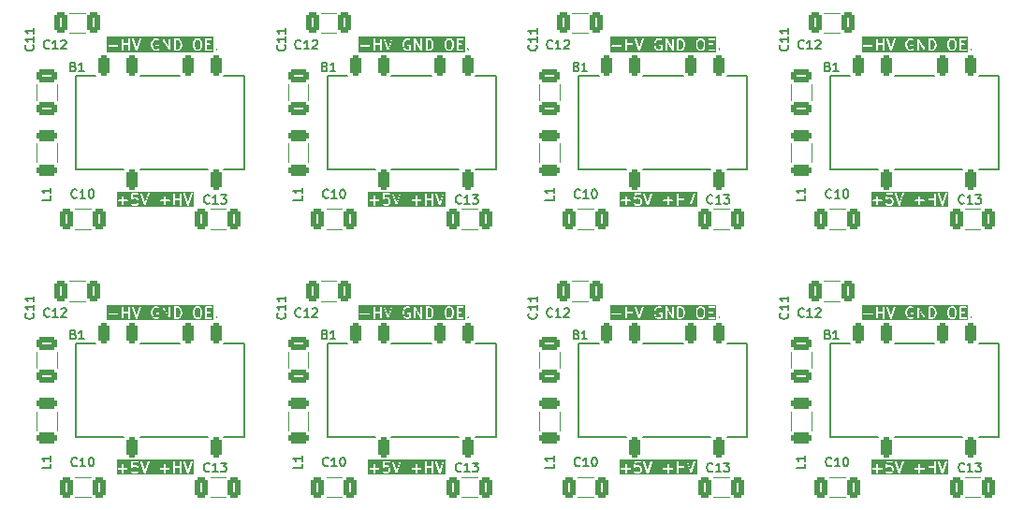
<source format=gbr>
%TF.GenerationSoftware,KiCad,Pcbnew,8.0.6*%
%TF.CreationDate,2024-11-11T11:34:17+07:00*%
%TF.ProjectId,HV-BOARD - pannel,48562d42-4f41-4524-9420-2d2070616e6e,rev?*%
%TF.SameCoordinates,Original*%
%TF.FileFunction,Legend,Top*%
%TF.FilePolarity,Positive*%
%FSLAX46Y46*%
G04 Gerber Fmt 4.6, Leading zero omitted, Abs format (unit mm)*
G04 Created by KiCad (PCBNEW 8.0.6) date 2024-11-11 11:34:17*
%MOMM*%
%LPD*%
G01*
G04 APERTURE LIST*
G04 Aperture macros list*
%AMRoundRect*
0 Rectangle with rounded corners*
0 $1 Rounding radius*
0 $2 $3 $4 $5 $6 $7 $8 $9 X,Y pos of 4 corners*
0 Add a 4 corners polygon primitive as box body*
4,1,4,$2,$3,$4,$5,$6,$7,$8,$9,$2,$3,0*
0 Add four circle primitives for the rounded corners*
1,1,$1+$1,$2,$3*
1,1,$1+$1,$4,$5*
1,1,$1+$1,$6,$7*
1,1,$1+$1,$8,$9*
0 Add four rect primitives between the rounded corners*
20,1,$1+$1,$2,$3,$4,$5,0*
20,1,$1+$1,$4,$5,$6,$7,0*
20,1,$1+$1,$6,$7,$8,$9,0*
20,1,$1+$1,$8,$9,$2,$3,0*%
G04 Aperture macros list end*
%ADD10C,0.150000*%
%ADD11C,0.200000*%
%ADD12C,0.100000*%
%ADD13C,0.120000*%
%ADD14C,0.500000*%
%ADD15RoundRect,0.250000X0.250000X0.675000X-0.250000X0.675000X-0.250000X-0.675000X0.250000X-0.675000X0*%
%ADD16RoundRect,0.250000X-0.325000X-0.650000X0.325000X-0.650000X0.325000X0.650000X-0.325000X0.650000X0*%
%ADD17RoundRect,0.250000X0.325000X0.650000X-0.325000X0.650000X-0.325000X-0.650000X0.325000X-0.650000X0*%
%ADD18RoundRect,0.250000X-0.650000X0.325000X-0.650000X-0.325000X0.650000X-0.325000X0.650000X0.325000X0*%
%ADD19RoundRect,0.250000X0.700000X-0.275000X0.700000X0.275000X-0.700000X0.275000X-0.700000X-0.275000X0*%
%ADD20C,1.000000*%
%ADD21R,1.700000X1.700000*%
%ADD22O,1.700000X1.700000*%
G04 APERTURE END LIST*
D10*
G36*
X90816469Y-26140931D02*
G01*
X83827230Y-26140931D01*
X83827230Y-25559235D01*
X83938341Y-25559235D01*
X83938341Y-25588499D01*
X83949540Y-25615535D01*
X83970232Y-25636227D01*
X83997268Y-25647426D01*
X84011900Y-25648867D01*
X84317852Y-25648867D01*
X84317852Y-25954820D01*
X84319293Y-25969452D01*
X84330492Y-25996488D01*
X84351184Y-26017180D01*
X84378220Y-26028379D01*
X84407484Y-26028379D01*
X84434520Y-26017180D01*
X84455212Y-25996488D01*
X84466411Y-25969452D01*
X84467852Y-25954820D01*
X84467852Y-25648867D01*
X84773805Y-25648867D01*
X84788437Y-25647426D01*
X84815473Y-25636227D01*
X84836165Y-25615535D01*
X84847364Y-25588499D01*
X84847364Y-25559235D01*
X84836165Y-25532199D01*
X84815473Y-25511507D01*
X84788437Y-25500308D01*
X84773805Y-25498867D01*
X84467852Y-25498867D01*
X84467852Y-25438250D01*
X85127726Y-25438250D01*
X85128817Y-25441865D01*
X85128817Y-25445641D01*
X85133011Y-25455766D01*
X85136179Y-25466266D01*
X85138570Y-25469189D01*
X85140016Y-25472678D01*
X85147769Y-25480431D01*
X85154710Y-25488914D01*
X85158036Y-25490698D01*
X85160708Y-25493370D01*
X85170835Y-25497565D01*
X85180497Y-25502748D01*
X85184256Y-25503123D01*
X85187745Y-25504569D01*
X85198706Y-25504569D01*
X85209616Y-25505660D01*
X85213232Y-25504569D01*
X85217007Y-25504569D01*
X85227132Y-25500374D01*
X85237632Y-25497207D01*
X85240555Y-25494815D01*
X85244044Y-25493370D01*
X85255409Y-25484043D01*
X85294422Y-25445030D01*
X85362938Y-25410772D01*
X85565623Y-25410772D01*
X85634139Y-25445030D01*
X85664546Y-25475437D01*
X85698804Y-25543953D01*
X85698804Y-25746638D01*
X85664545Y-25815154D01*
X85634138Y-25845562D01*
X85565623Y-25879820D01*
X85362938Y-25879820D01*
X85294422Y-25845562D01*
X85255410Y-25806549D01*
X85244044Y-25797221D01*
X85217008Y-25786022D01*
X85187745Y-25786022D01*
X85160709Y-25797220D01*
X85140016Y-25817913D01*
X85128817Y-25844949D01*
X85128817Y-25874212D01*
X85140015Y-25901248D01*
X85149342Y-25912613D01*
X85196961Y-25960233D01*
X85202710Y-25964951D01*
X85204011Y-25966451D01*
X85206270Y-25967873D01*
X85208327Y-25969561D01*
X85210154Y-25970318D01*
X85216454Y-25974283D01*
X85311692Y-26021902D01*
X85325423Y-26027157D01*
X85328112Y-26027348D01*
X85330601Y-26028379D01*
X85345233Y-26029820D01*
X85583328Y-26029820D01*
X85597960Y-26028379D01*
X85600449Y-26027347D01*
X85603137Y-26027157D01*
X85616869Y-26021902D01*
X85712107Y-25974283D01*
X85718406Y-25970318D01*
X85720234Y-25969561D01*
X85722290Y-25967873D01*
X85724550Y-25966451D01*
X85725850Y-25964951D01*
X85731600Y-25960233D01*
X85779218Y-25912614D01*
X85783936Y-25906864D01*
X85785435Y-25905565D01*
X85786856Y-25903306D01*
X85788546Y-25901248D01*
X85789303Y-25899418D01*
X85793267Y-25893122D01*
X85840886Y-25797884D01*
X85846141Y-25784153D01*
X85846332Y-25781463D01*
X85847363Y-25778975D01*
X85848804Y-25764343D01*
X85848804Y-25526248D01*
X85847363Y-25511616D01*
X85846332Y-25509127D01*
X85846141Y-25506438D01*
X85840886Y-25492707D01*
X85793267Y-25397469D01*
X85789302Y-25391169D01*
X85788545Y-25389342D01*
X85786856Y-25387285D01*
X85785435Y-25385026D01*
X85783936Y-25383726D01*
X85779218Y-25377977D01*
X85731599Y-25330358D01*
X85725849Y-25325639D01*
X85724550Y-25324141D01*
X85722290Y-25322719D01*
X85720234Y-25321031D01*
X85718406Y-25320273D01*
X85712107Y-25316309D01*
X85616869Y-25268690D01*
X85603137Y-25263435D01*
X85600449Y-25263244D01*
X85597960Y-25262213D01*
X85583328Y-25260772D01*
X85345233Y-25260772D01*
X85330601Y-25262213D01*
X85328112Y-25263243D01*
X85325423Y-25263435D01*
X85311692Y-25268690D01*
X85293050Y-25278010D01*
X85317869Y-25029820D01*
X85726185Y-25029820D01*
X85740817Y-25028379D01*
X85767853Y-25017180D01*
X85788545Y-24996488D01*
X85799744Y-24969452D01*
X85799744Y-24964200D01*
X85985108Y-24964200D01*
X85988368Y-24978537D01*
X86321701Y-25978537D01*
X86327695Y-25991962D01*
X86331205Y-25996009D01*
X86333602Y-26000803D01*
X86340710Y-26006968D01*
X86346869Y-26014069D01*
X86351658Y-26016463D01*
X86355709Y-26019977D01*
X86364634Y-26022951D01*
X86373042Y-26027156D01*
X86378386Y-26027535D01*
X86383472Y-26029231D01*
X86392852Y-26028564D01*
X86402232Y-26029231D01*
X86407317Y-26027535D01*
X86412662Y-26027156D01*
X86421072Y-26022950D01*
X86429994Y-26019977D01*
X86434041Y-26016466D01*
X86438835Y-26014070D01*
X86444998Y-26006964D01*
X86452102Y-26000803D01*
X86454497Y-25996011D01*
X86458009Y-25991963D01*
X86464003Y-25978537D01*
X86603770Y-25559235D01*
X87747865Y-25559235D01*
X87747865Y-25588499D01*
X87759064Y-25615535D01*
X87779756Y-25636227D01*
X87806792Y-25647426D01*
X87821424Y-25648867D01*
X88127376Y-25648867D01*
X88127376Y-25954820D01*
X88128817Y-25969452D01*
X88140016Y-25996488D01*
X88160708Y-26017180D01*
X88187744Y-26028379D01*
X88217008Y-26028379D01*
X88244044Y-26017180D01*
X88264736Y-25996488D01*
X88275935Y-25969452D01*
X88277376Y-25954820D01*
X88277376Y-25648867D01*
X88583329Y-25648867D01*
X88597961Y-25647426D01*
X88624997Y-25636227D01*
X88645689Y-25615535D01*
X88656888Y-25588499D01*
X88656888Y-25559235D01*
X88645689Y-25532199D01*
X88624997Y-25511507D01*
X88597961Y-25500308D01*
X88583329Y-25498867D01*
X88277376Y-25498867D01*
X88277376Y-25192915D01*
X88275935Y-25178283D01*
X88264736Y-25151247D01*
X88244044Y-25130555D01*
X88217008Y-25119356D01*
X88187744Y-25119356D01*
X88160708Y-25130555D01*
X88140016Y-25151247D01*
X88128817Y-25178283D01*
X88127376Y-25192915D01*
X88127376Y-25498867D01*
X87821424Y-25498867D01*
X87806792Y-25500308D01*
X87779756Y-25511507D01*
X87759064Y-25532199D01*
X87747865Y-25559235D01*
X86603770Y-25559235D01*
X86797336Y-24978537D01*
X86800596Y-24964201D01*
X86799929Y-24954820D01*
X88984519Y-24954820D01*
X88984519Y-25954820D01*
X88985960Y-25969452D01*
X88997159Y-25996488D01*
X89017851Y-26017180D01*
X89044887Y-26028379D01*
X89074151Y-26028379D01*
X89101187Y-26017180D01*
X89121879Y-25996488D01*
X89133078Y-25969452D01*
X89134519Y-25954820D01*
X89134519Y-25506010D01*
X89555947Y-25506010D01*
X89555947Y-25954820D01*
X89557388Y-25969452D01*
X89568587Y-25996488D01*
X89589279Y-26017180D01*
X89616315Y-26028379D01*
X89645579Y-26028379D01*
X89672615Y-26017180D01*
X89693307Y-25996488D01*
X89704506Y-25969452D01*
X89705947Y-25954820D01*
X89705947Y-24964200D01*
X89889870Y-24964200D01*
X89893130Y-24978537D01*
X90226463Y-25978537D01*
X90232457Y-25991962D01*
X90235967Y-25996009D01*
X90238364Y-26000803D01*
X90245472Y-26006968D01*
X90251631Y-26014069D01*
X90256420Y-26016463D01*
X90260471Y-26019977D01*
X90269396Y-26022951D01*
X90277804Y-26027156D01*
X90283148Y-26027535D01*
X90288234Y-26029231D01*
X90297614Y-26028564D01*
X90306994Y-26029231D01*
X90312079Y-26027535D01*
X90317424Y-26027156D01*
X90325834Y-26022950D01*
X90334756Y-26019977D01*
X90338803Y-26016466D01*
X90343597Y-26014070D01*
X90349760Y-26006964D01*
X90356864Y-26000803D01*
X90359259Y-25996011D01*
X90362771Y-25991963D01*
X90368765Y-25978537D01*
X90702098Y-24978537D01*
X90705358Y-24964201D01*
X90703283Y-24935011D01*
X90690197Y-24908837D01*
X90668089Y-24889663D01*
X90640327Y-24880409D01*
X90611137Y-24882484D01*
X90584964Y-24895571D01*
X90565790Y-24917678D01*
X90559796Y-24931103D01*
X90297614Y-25717649D01*
X90035432Y-24931103D01*
X90029438Y-24917677D01*
X90010264Y-24895570D01*
X89984091Y-24882484D01*
X89954901Y-24880409D01*
X89927138Y-24889663D01*
X89905031Y-24908837D01*
X89891945Y-24935010D01*
X89889870Y-24964200D01*
X89705947Y-24964200D01*
X89705947Y-24954820D01*
X89704506Y-24940188D01*
X89693307Y-24913152D01*
X89672615Y-24892460D01*
X89645579Y-24881261D01*
X89616315Y-24881261D01*
X89589279Y-24892460D01*
X89568587Y-24913152D01*
X89557388Y-24940188D01*
X89555947Y-24954820D01*
X89555947Y-25356010D01*
X89134519Y-25356010D01*
X89134519Y-24954820D01*
X89133078Y-24940188D01*
X89121879Y-24913152D01*
X89101187Y-24892460D01*
X89074151Y-24881261D01*
X89044887Y-24881261D01*
X89017851Y-24892460D01*
X88997159Y-24913152D01*
X88985960Y-24940188D01*
X88984519Y-24954820D01*
X86799929Y-24954820D01*
X86798521Y-24935011D01*
X86785435Y-24908837D01*
X86763327Y-24889663D01*
X86735565Y-24880409D01*
X86706375Y-24882484D01*
X86680202Y-24895571D01*
X86661028Y-24917678D01*
X86655034Y-24931103D01*
X86392852Y-25717649D01*
X86130670Y-24931103D01*
X86124676Y-24917677D01*
X86105502Y-24895570D01*
X86079329Y-24882484D01*
X86050139Y-24880409D01*
X86022376Y-24889663D01*
X86000269Y-24908837D01*
X85987183Y-24935010D01*
X85985108Y-24964200D01*
X85799744Y-24964200D01*
X85799744Y-24940188D01*
X85788545Y-24913152D01*
X85767853Y-24892460D01*
X85740817Y-24881261D01*
X85726185Y-24879820D01*
X85249995Y-24879820D01*
X85244583Y-24880352D01*
X85242755Y-24880170D01*
X85240968Y-24880708D01*
X85235363Y-24881261D01*
X85225236Y-24885455D01*
X85214739Y-24888623D01*
X85211815Y-24891014D01*
X85208327Y-24892460D01*
X85200573Y-24900213D01*
X85192091Y-24907154D01*
X85190306Y-24910480D01*
X85187635Y-24913152D01*
X85183439Y-24923281D01*
X85178257Y-24932941D01*
X85177149Y-24938465D01*
X85176436Y-24940188D01*
X85176436Y-24942024D01*
X85175367Y-24947357D01*
X85127748Y-25423547D01*
X85127726Y-25438250D01*
X84467852Y-25438250D01*
X84467852Y-25192915D01*
X84466411Y-25178283D01*
X84455212Y-25151247D01*
X84434520Y-25130555D01*
X84407484Y-25119356D01*
X84378220Y-25119356D01*
X84351184Y-25130555D01*
X84330492Y-25151247D01*
X84319293Y-25178283D01*
X84317852Y-25192915D01*
X84317852Y-25498867D01*
X84011900Y-25498867D01*
X83997268Y-25500308D01*
X83970232Y-25511507D01*
X83949540Y-25532199D01*
X83938341Y-25559235D01*
X83827230Y-25559235D01*
X83827230Y-24768709D01*
X90816469Y-24768709D01*
X90816469Y-26140931D01*
G37*
G36*
X45316471Y-50390931D02*
G01*
X38327232Y-50390931D01*
X38327232Y-49809235D01*
X38438343Y-49809235D01*
X38438343Y-49838499D01*
X38449542Y-49865535D01*
X38470234Y-49886227D01*
X38497270Y-49897426D01*
X38511902Y-49898867D01*
X38817854Y-49898867D01*
X38817854Y-50204820D01*
X38819295Y-50219452D01*
X38830494Y-50246488D01*
X38851186Y-50267180D01*
X38878222Y-50278379D01*
X38907486Y-50278379D01*
X38934522Y-50267180D01*
X38955214Y-50246488D01*
X38966413Y-50219452D01*
X38967854Y-50204820D01*
X38967854Y-49898867D01*
X39273807Y-49898867D01*
X39288439Y-49897426D01*
X39315475Y-49886227D01*
X39336167Y-49865535D01*
X39347366Y-49838499D01*
X39347366Y-49809235D01*
X39336167Y-49782199D01*
X39315475Y-49761507D01*
X39288439Y-49750308D01*
X39273807Y-49748867D01*
X38967854Y-49748867D01*
X38967854Y-49688250D01*
X39627728Y-49688250D01*
X39628819Y-49691865D01*
X39628819Y-49695641D01*
X39633013Y-49705766D01*
X39636181Y-49716266D01*
X39638572Y-49719189D01*
X39640018Y-49722678D01*
X39647771Y-49730431D01*
X39654712Y-49738914D01*
X39658038Y-49740698D01*
X39660710Y-49743370D01*
X39670837Y-49747565D01*
X39680499Y-49752748D01*
X39684258Y-49753123D01*
X39687747Y-49754569D01*
X39698708Y-49754569D01*
X39709618Y-49755660D01*
X39713234Y-49754569D01*
X39717009Y-49754569D01*
X39727134Y-49750374D01*
X39737634Y-49747207D01*
X39740557Y-49744815D01*
X39744046Y-49743370D01*
X39755411Y-49734043D01*
X39794424Y-49695030D01*
X39862940Y-49660772D01*
X40065625Y-49660772D01*
X40134141Y-49695030D01*
X40164548Y-49725437D01*
X40198806Y-49793953D01*
X40198806Y-49996638D01*
X40164547Y-50065154D01*
X40134140Y-50095562D01*
X40065625Y-50129820D01*
X39862940Y-50129820D01*
X39794424Y-50095562D01*
X39755412Y-50056549D01*
X39744046Y-50047221D01*
X39717010Y-50036022D01*
X39687747Y-50036022D01*
X39660711Y-50047220D01*
X39640018Y-50067913D01*
X39628819Y-50094949D01*
X39628819Y-50124212D01*
X39640017Y-50151248D01*
X39649344Y-50162613D01*
X39696963Y-50210233D01*
X39702712Y-50214951D01*
X39704013Y-50216451D01*
X39706272Y-50217873D01*
X39708329Y-50219561D01*
X39710156Y-50220318D01*
X39716456Y-50224283D01*
X39811694Y-50271902D01*
X39825425Y-50277157D01*
X39828114Y-50277348D01*
X39830603Y-50278379D01*
X39845235Y-50279820D01*
X40083330Y-50279820D01*
X40097962Y-50278379D01*
X40100451Y-50277347D01*
X40103139Y-50277157D01*
X40116871Y-50271902D01*
X40212109Y-50224283D01*
X40218408Y-50220318D01*
X40220236Y-50219561D01*
X40222292Y-50217873D01*
X40224552Y-50216451D01*
X40225852Y-50214951D01*
X40231602Y-50210233D01*
X40279220Y-50162614D01*
X40283938Y-50156864D01*
X40285437Y-50155565D01*
X40286858Y-50153306D01*
X40288548Y-50151248D01*
X40289305Y-50149418D01*
X40293269Y-50143122D01*
X40340888Y-50047884D01*
X40346143Y-50034153D01*
X40346334Y-50031463D01*
X40347365Y-50028975D01*
X40348806Y-50014343D01*
X40348806Y-49776248D01*
X40347365Y-49761616D01*
X40346334Y-49759127D01*
X40346143Y-49756438D01*
X40340888Y-49742707D01*
X40293269Y-49647469D01*
X40289304Y-49641169D01*
X40288547Y-49639342D01*
X40286858Y-49637285D01*
X40285437Y-49635026D01*
X40283938Y-49633726D01*
X40279220Y-49627977D01*
X40231601Y-49580358D01*
X40225851Y-49575639D01*
X40224552Y-49574141D01*
X40222292Y-49572719D01*
X40220236Y-49571031D01*
X40218408Y-49570273D01*
X40212109Y-49566309D01*
X40116871Y-49518690D01*
X40103139Y-49513435D01*
X40100451Y-49513244D01*
X40097962Y-49512213D01*
X40083330Y-49510772D01*
X39845235Y-49510772D01*
X39830603Y-49512213D01*
X39828114Y-49513243D01*
X39825425Y-49513435D01*
X39811694Y-49518690D01*
X39793052Y-49528010D01*
X39817871Y-49279820D01*
X40226187Y-49279820D01*
X40240819Y-49278379D01*
X40267855Y-49267180D01*
X40288547Y-49246488D01*
X40299746Y-49219452D01*
X40299746Y-49214200D01*
X40485110Y-49214200D01*
X40488370Y-49228537D01*
X40821703Y-50228537D01*
X40827697Y-50241962D01*
X40831207Y-50246009D01*
X40833604Y-50250803D01*
X40840712Y-50256968D01*
X40846871Y-50264069D01*
X40851660Y-50266463D01*
X40855711Y-50269977D01*
X40864636Y-50272951D01*
X40873044Y-50277156D01*
X40878388Y-50277535D01*
X40883474Y-50279231D01*
X40892854Y-50278564D01*
X40902234Y-50279231D01*
X40907319Y-50277535D01*
X40912664Y-50277156D01*
X40921074Y-50272950D01*
X40929996Y-50269977D01*
X40934043Y-50266466D01*
X40938837Y-50264070D01*
X40945000Y-50256964D01*
X40952104Y-50250803D01*
X40954499Y-50246011D01*
X40958011Y-50241963D01*
X40964005Y-50228537D01*
X41103772Y-49809235D01*
X42247867Y-49809235D01*
X42247867Y-49838499D01*
X42259066Y-49865535D01*
X42279758Y-49886227D01*
X42306794Y-49897426D01*
X42321426Y-49898867D01*
X42627378Y-49898867D01*
X42627378Y-50204820D01*
X42628819Y-50219452D01*
X42640018Y-50246488D01*
X42660710Y-50267180D01*
X42687746Y-50278379D01*
X42717010Y-50278379D01*
X42744046Y-50267180D01*
X42764738Y-50246488D01*
X42775937Y-50219452D01*
X42777378Y-50204820D01*
X42777378Y-49898867D01*
X43083331Y-49898867D01*
X43097963Y-49897426D01*
X43124999Y-49886227D01*
X43145691Y-49865535D01*
X43156890Y-49838499D01*
X43156890Y-49809235D01*
X43145691Y-49782199D01*
X43124999Y-49761507D01*
X43097963Y-49750308D01*
X43083331Y-49748867D01*
X42777378Y-49748867D01*
X42777378Y-49442915D01*
X42775937Y-49428283D01*
X42764738Y-49401247D01*
X42744046Y-49380555D01*
X42717010Y-49369356D01*
X42687746Y-49369356D01*
X42660710Y-49380555D01*
X42640018Y-49401247D01*
X42628819Y-49428283D01*
X42627378Y-49442915D01*
X42627378Y-49748867D01*
X42321426Y-49748867D01*
X42306794Y-49750308D01*
X42279758Y-49761507D01*
X42259066Y-49782199D01*
X42247867Y-49809235D01*
X41103772Y-49809235D01*
X41297338Y-49228537D01*
X41300598Y-49214201D01*
X41299931Y-49204820D01*
X43484521Y-49204820D01*
X43484521Y-50204820D01*
X43485962Y-50219452D01*
X43497161Y-50246488D01*
X43517853Y-50267180D01*
X43544889Y-50278379D01*
X43574153Y-50278379D01*
X43601189Y-50267180D01*
X43621881Y-50246488D01*
X43633080Y-50219452D01*
X43634521Y-50204820D01*
X43634521Y-49756010D01*
X44055949Y-49756010D01*
X44055949Y-50204820D01*
X44057390Y-50219452D01*
X44068589Y-50246488D01*
X44089281Y-50267180D01*
X44116317Y-50278379D01*
X44145581Y-50278379D01*
X44172617Y-50267180D01*
X44193309Y-50246488D01*
X44204508Y-50219452D01*
X44205949Y-50204820D01*
X44205949Y-49214200D01*
X44389872Y-49214200D01*
X44393132Y-49228537D01*
X44726465Y-50228537D01*
X44732459Y-50241962D01*
X44735969Y-50246009D01*
X44738366Y-50250803D01*
X44745474Y-50256968D01*
X44751633Y-50264069D01*
X44756422Y-50266463D01*
X44760473Y-50269977D01*
X44769398Y-50272951D01*
X44777806Y-50277156D01*
X44783150Y-50277535D01*
X44788236Y-50279231D01*
X44797616Y-50278564D01*
X44806996Y-50279231D01*
X44812081Y-50277535D01*
X44817426Y-50277156D01*
X44825836Y-50272950D01*
X44834758Y-50269977D01*
X44838805Y-50266466D01*
X44843599Y-50264070D01*
X44849762Y-50256964D01*
X44856866Y-50250803D01*
X44859261Y-50246011D01*
X44862773Y-50241963D01*
X44868767Y-50228537D01*
X45202100Y-49228537D01*
X45205360Y-49214201D01*
X45203285Y-49185011D01*
X45190199Y-49158837D01*
X45168091Y-49139663D01*
X45140329Y-49130409D01*
X45111139Y-49132484D01*
X45084966Y-49145571D01*
X45065792Y-49167678D01*
X45059798Y-49181103D01*
X44797616Y-49967649D01*
X44535434Y-49181103D01*
X44529440Y-49167677D01*
X44510266Y-49145570D01*
X44484093Y-49132484D01*
X44454903Y-49130409D01*
X44427140Y-49139663D01*
X44405033Y-49158837D01*
X44391947Y-49185010D01*
X44389872Y-49214200D01*
X44205949Y-49214200D01*
X44205949Y-49204820D01*
X44204508Y-49190188D01*
X44193309Y-49163152D01*
X44172617Y-49142460D01*
X44145581Y-49131261D01*
X44116317Y-49131261D01*
X44089281Y-49142460D01*
X44068589Y-49163152D01*
X44057390Y-49190188D01*
X44055949Y-49204820D01*
X44055949Y-49606010D01*
X43634521Y-49606010D01*
X43634521Y-49204820D01*
X43633080Y-49190188D01*
X43621881Y-49163152D01*
X43601189Y-49142460D01*
X43574153Y-49131261D01*
X43544889Y-49131261D01*
X43517853Y-49142460D01*
X43497161Y-49163152D01*
X43485962Y-49190188D01*
X43484521Y-49204820D01*
X41299931Y-49204820D01*
X41298523Y-49185011D01*
X41285437Y-49158837D01*
X41263329Y-49139663D01*
X41235567Y-49130409D01*
X41206377Y-49132484D01*
X41180204Y-49145571D01*
X41161030Y-49167678D01*
X41155036Y-49181103D01*
X40892854Y-49967649D01*
X40630672Y-49181103D01*
X40624678Y-49167677D01*
X40605504Y-49145570D01*
X40579331Y-49132484D01*
X40550141Y-49130409D01*
X40522378Y-49139663D01*
X40500271Y-49158837D01*
X40487185Y-49185010D01*
X40485110Y-49214200D01*
X40299746Y-49214200D01*
X40299746Y-49190188D01*
X40288547Y-49163152D01*
X40267855Y-49142460D01*
X40240819Y-49131261D01*
X40226187Y-49129820D01*
X39749997Y-49129820D01*
X39744585Y-49130352D01*
X39742757Y-49130170D01*
X39740970Y-49130708D01*
X39735365Y-49131261D01*
X39725238Y-49135455D01*
X39714741Y-49138623D01*
X39711817Y-49141014D01*
X39708329Y-49142460D01*
X39700575Y-49150213D01*
X39692093Y-49157154D01*
X39690308Y-49160480D01*
X39687637Y-49163152D01*
X39683441Y-49173281D01*
X39678259Y-49182941D01*
X39677151Y-49188465D01*
X39676438Y-49190188D01*
X39676438Y-49192024D01*
X39675369Y-49197357D01*
X39627750Y-49673547D01*
X39627728Y-49688250D01*
X38967854Y-49688250D01*
X38967854Y-49442915D01*
X38966413Y-49428283D01*
X38955214Y-49401247D01*
X38934522Y-49380555D01*
X38907486Y-49369356D01*
X38878222Y-49369356D01*
X38851186Y-49380555D01*
X38830494Y-49401247D01*
X38819295Y-49428283D01*
X38817854Y-49442915D01*
X38817854Y-49748867D01*
X38511902Y-49748867D01*
X38497270Y-49750308D01*
X38470234Y-49761507D01*
X38449542Y-49782199D01*
X38438343Y-49809235D01*
X38327232Y-49809235D01*
X38327232Y-49018709D01*
X45316471Y-49018709D01*
X45316471Y-50390931D01*
G37*
G36*
X68066470Y-50390931D02*
G01*
X61077231Y-50390931D01*
X61077231Y-49809235D01*
X61188342Y-49809235D01*
X61188342Y-49838499D01*
X61199541Y-49865535D01*
X61220233Y-49886227D01*
X61247269Y-49897426D01*
X61261901Y-49898867D01*
X61567853Y-49898867D01*
X61567853Y-50204820D01*
X61569294Y-50219452D01*
X61580493Y-50246488D01*
X61601185Y-50267180D01*
X61628221Y-50278379D01*
X61657485Y-50278379D01*
X61684521Y-50267180D01*
X61705213Y-50246488D01*
X61716412Y-50219452D01*
X61717853Y-50204820D01*
X61717853Y-49898867D01*
X62023806Y-49898867D01*
X62038438Y-49897426D01*
X62065474Y-49886227D01*
X62086166Y-49865535D01*
X62097365Y-49838499D01*
X62097365Y-49809235D01*
X62086166Y-49782199D01*
X62065474Y-49761507D01*
X62038438Y-49750308D01*
X62023806Y-49748867D01*
X61717853Y-49748867D01*
X61717853Y-49688250D01*
X62377727Y-49688250D01*
X62378818Y-49691865D01*
X62378818Y-49695641D01*
X62383012Y-49705766D01*
X62386180Y-49716266D01*
X62388571Y-49719189D01*
X62390017Y-49722678D01*
X62397770Y-49730431D01*
X62404711Y-49738914D01*
X62408037Y-49740698D01*
X62410709Y-49743370D01*
X62420836Y-49747565D01*
X62430498Y-49752748D01*
X62434257Y-49753123D01*
X62437746Y-49754569D01*
X62448707Y-49754569D01*
X62459617Y-49755660D01*
X62463233Y-49754569D01*
X62467008Y-49754569D01*
X62477133Y-49750374D01*
X62487633Y-49747207D01*
X62490556Y-49744815D01*
X62494045Y-49743370D01*
X62505410Y-49734043D01*
X62544423Y-49695030D01*
X62612939Y-49660772D01*
X62815624Y-49660772D01*
X62884140Y-49695030D01*
X62914547Y-49725437D01*
X62948805Y-49793953D01*
X62948805Y-49996638D01*
X62914546Y-50065154D01*
X62884139Y-50095562D01*
X62815624Y-50129820D01*
X62612939Y-50129820D01*
X62544423Y-50095562D01*
X62505411Y-50056549D01*
X62494045Y-50047221D01*
X62467009Y-50036022D01*
X62437746Y-50036022D01*
X62410710Y-50047220D01*
X62390017Y-50067913D01*
X62378818Y-50094949D01*
X62378818Y-50124212D01*
X62390016Y-50151248D01*
X62399343Y-50162613D01*
X62446962Y-50210233D01*
X62452711Y-50214951D01*
X62454012Y-50216451D01*
X62456271Y-50217873D01*
X62458328Y-50219561D01*
X62460155Y-50220318D01*
X62466455Y-50224283D01*
X62561693Y-50271902D01*
X62575424Y-50277157D01*
X62578113Y-50277348D01*
X62580602Y-50278379D01*
X62595234Y-50279820D01*
X62833329Y-50279820D01*
X62847961Y-50278379D01*
X62850450Y-50277347D01*
X62853138Y-50277157D01*
X62866870Y-50271902D01*
X62962108Y-50224283D01*
X62968407Y-50220318D01*
X62970235Y-50219561D01*
X62972291Y-50217873D01*
X62974551Y-50216451D01*
X62975851Y-50214951D01*
X62981601Y-50210233D01*
X63029219Y-50162614D01*
X63033937Y-50156864D01*
X63035436Y-50155565D01*
X63036857Y-50153306D01*
X63038547Y-50151248D01*
X63039304Y-50149418D01*
X63043268Y-50143122D01*
X63090887Y-50047884D01*
X63096142Y-50034153D01*
X63096333Y-50031463D01*
X63097364Y-50028975D01*
X63098805Y-50014343D01*
X63098805Y-49776248D01*
X63097364Y-49761616D01*
X63096333Y-49759127D01*
X63096142Y-49756438D01*
X63090887Y-49742707D01*
X63043268Y-49647469D01*
X63039303Y-49641169D01*
X63038546Y-49639342D01*
X63036857Y-49637285D01*
X63035436Y-49635026D01*
X63033937Y-49633726D01*
X63029219Y-49627977D01*
X62981600Y-49580358D01*
X62975850Y-49575639D01*
X62974551Y-49574141D01*
X62972291Y-49572719D01*
X62970235Y-49571031D01*
X62968407Y-49570273D01*
X62962108Y-49566309D01*
X62866870Y-49518690D01*
X62853138Y-49513435D01*
X62850450Y-49513244D01*
X62847961Y-49512213D01*
X62833329Y-49510772D01*
X62595234Y-49510772D01*
X62580602Y-49512213D01*
X62578113Y-49513243D01*
X62575424Y-49513435D01*
X62561693Y-49518690D01*
X62543051Y-49528010D01*
X62567870Y-49279820D01*
X62976186Y-49279820D01*
X62990818Y-49278379D01*
X63017854Y-49267180D01*
X63038546Y-49246488D01*
X63049745Y-49219452D01*
X63049745Y-49214200D01*
X63235109Y-49214200D01*
X63238369Y-49228537D01*
X63571702Y-50228537D01*
X63577696Y-50241962D01*
X63581206Y-50246009D01*
X63583603Y-50250803D01*
X63590711Y-50256968D01*
X63596870Y-50264069D01*
X63601659Y-50266463D01*
X63605710Y-50269977D01*
X63614635Y-50272951D01*
X63623043Y-50277156D01*
X63628387Y-50277535D01*
X63633473Y-50279231D01*
X63642853Y-50278564D01*
X63652233Y-50279231D01*
X63657318Y-50277535D01*
X63662663Y-50277156D01*
X63671073Y-50272950D01*
X63679995Y-50269977D01*
X63684042Y-50266466D01*
X63688836Y-50264070D01*
X63694999Y-50256964D01*
X63702103Y-50250803D01*
X63704498Y-50246011D01*
X63708010Y-50241963D01*
X63714004Y-50228537D01*
X63853771Y-49809235D01*
X64997866Y-49809235D01*
X64997866Y-49838499D01*
X65009065Y-49865535D01*
X65029757Y-49886227D01*
X65056793Y-49897426D01*
X65071425Y-49898867D01*
X65377377Y-49898867D01*
X65377377Y-50204820D01*
X65378818Y-50219452D01*
X65390017Y-50246488D01*
X65410709Y-50267180D01*
X65437745Y-50278379D01*
X65467009Y-50278379D01*
X65494045Y-50267180D01*
X65514737Y-50246488D01*
X65525936Y-50219452D01*
X65527377Y-50204820D01*
X65527377Y-49898867D01*
X65833330Y-49898867D01*
X65847962Y-49897426D01*
X65874998Y-49886227D01*
X65895690Y-49865535D01*
X65906889Y-49838499D01*
X65906889Y-49809235D01*
X65895690Y-49782199D01*
X65874998Y-49761507D01*
X65847962Y-49750308D01*
X65833330Y-49748867D01*
X65527377Y-49748867D01*
X65527377Y-49442915D01*
X65525936Y-49428283D01*
X65514737Y-49401247D01*
X65494045Y-49380555D01*
X65467009Y-49369356D01*
X65437745Y-49369356D01*
X65410709Y-49380555D01*
X65390017Y-49401247D01*
X65378818Y-49428283D01*
X65377377Y-49442915D01*
X65377377Y-49748867D01*
X65071425Y-49748867D01*
X65056793Y-49750308D01*
X65029757Y-49761507D01*
X65009065Y-49782199D01*
X64997866Y-49809235D01*
X63853771Y-49809235D01*
X64047337Y-49228537D01*
X64050597Y-49214201D01*
X64049930Y-49204820D01*
X66234520Y-49204820D01*
X66234520Y-50204820D01*
X66235961Y-50219452D01*
X66247160Y-50246488D01*
X66267852Y-50267180D01*
X66294888Y-50278379D01*
X66324152Y-50278379D01*
X66351188Y-50267180D01*
X66371880Y-50246488D01*
X66383079Y-50219452D01*
X66384520Y-50204820D01*
X66384520Y-49756010D01*
X66805948Y-49756010D01*
X66805948Y-50204820D01*
X66807389Y-50219452D01*
X66818588Y-50246488D01*
X66839280Y-50267180D01*
X66866316Y-50278379D01*
X66895580Y-50278379D01*
X66922616Y-50267180D01*
X66943308Y-50246488D01*
X66954507Y-50219452D01*
X66955948Y-50204820D01*
X66955948Y-49214200D01*
X67139871Y-49214200D01*
X67143131Y-49228537D01*
X67476464Y-50228537D01*
X67482458Y-50241962D01*
X67485968Y-50246009D01*
X67488365Y-50250803D01*
X67495473Y-50256968D01*
X67501632Y-50264069D01*
X67506421Y-50266463D01*
X67510472Y-50269977D01*
X67519397Y-50272951D01*
X67527805Y-50277156D01*
X67533149Y-50277535D01*
X67538235Y-50279231D01*
X67547615Y-50278564D01*
X67556995Y-50279231D01*
X67562080Y-50277535D01*
X67567425Y-50277156D01*
X67575835Y-50272950D01*
X67584757Y-50269977D01*
X67588804Y-50266466D01*
X67593598Y-50264070D01*
X67599761Y-50256964D01*
X67606865Y-50250803D01*
X67609260Y-50246011D01*
X67612772Y-50241963D01*
X67618766Y-50228537D01*
X67952099Y-49228537D01*
X67955359Y-49214201D01*
X67953284Y-49185011D01*
X67940198Y-49158837D01*
X67918090Y-49139663D01*
X67890328Y-49130409D01*
X67861138Y-49132484D01*
X67834965Y-49145571D01*
X67815791Y-49167678D01*
X67809797Y-49181103D01*
X67547615Y-49967649D01*
X67285433Y-49181103D01*
X67279439Y-49167677D01*
X67260265Y-49145570D01*
X67234092Y-49132484D01*
X67204902Y-49130409D01*
X67177139Y-49139663D01*
X67155032Y-49158837D01*
X67141946Y-49185010D01*
X67139871Y-49214200D01*
X66955948Y-49214200D01*
X66955948Y-49204820D01*
X66954507Y-49190188D01*
X66943308Y-49163152D01*
X66922616Y-49142460D01*
X66895580Y-49131261D01*
X66866316Y-49131261D01*
X66839280Y-49142460D01*
X66818588Y-49163152D01*
X66807389Y-49190188D01*
X66805948Y-49204820D01*
X66805948Y-49606010D01*
X66384520Y-49606010D01*
X66384520Y-49204820D01*
X66383079Y-49190188D01*
X66371880Y-49163152D01*
X66351188Y-49142460D01*
X66324152Y-49131261D01*
X66294888Y-49131261D01*
X66267852Y-49142460D01*
X66247160Y-49163152D01*
X66235961Y-49190188D01*
X66234520Y-49204820D01*
X64049930Y-49204820D01*
X64048522Y-49185011D01*
X64035436Y-49158837D01*
X64013328Y-49139663D01*
X63985566Y-49130409D01*
X63956376Y-49132484D01*
X63930203Y-49145571D01*
X63911029Y-49167678D01*
X63905035Y-49181103D01*
X63642853Y-49967649D01*
X63380671Y-49181103D01*
X63374677Y-49167677D01*
X63355503Y-49145570D01*
X63329330Y-49132484D01*
X63300140Y-49130409D01*
X63272377Y-49139663D01*
X63250270Y-49158837D01*
X63237184Y-49185010D01*
X63235109Y-49214200D01*
X63049745Y-49214200D01*
X63049745Y-49190188D01*
X63038546Y-49163152D01*
X63017854Y-49142460D01*
X62990818Y-49131261D01*
X62976186Y-49129820D01*
X62499996Y-49129820D01*
X62494584Y-49130352D01*
X62492756Y-49130170D01*
X62490969Y-49130708D01*
X62485364Y-49131261D01*
X62475237Y-49135455D01*
X62464740Y-49138623D01*
X62461816Y-49141014D01*
X62458328Y-49142460D01*
X62450574Y-49150213D01*
X62442092Y-49157154D01*
X62440307Y-49160480D01*
X62437636Y-49163152D01*
X62433440Y-49173281D01*
X62428258Y-49182941D01*
X62427150Y-49188465D01*
X62426437Y-49190188D01*
X62426437Y-49192024D01*
X62425368Y-49197357D01*
X62377749Y-49673547D01*
X62377727Y-49688250D01*
X61717853Y-49688250D01*
X61717853Y-49442915D01*
X61716412Y-49428283D01*
X61705213Y-49401247D01*
X61684521Y-49380555D01*
X61657485Y-49369356D01*
X61628221Y-49369356D01*
X61601185Y-49380555D01*
X61580493Y-49401247D01*
X61569294Y-49428283D01*
X61567853Y-49442915D01*
X61567853Y-49748867D01*
X61261901Y-49748867D01*
X61247269Y-49750308D01*
X61220233Y-49761507D01*
X61199541Y-49782199D01*
X61188342Y-49809235D01*
X61077231Y-49809235D01*
X61077231Y-49018709D01*
X68066470Y-49018709D01*
X68066470Y-50390931D01*
G37*
G36*
X89447576Y-35317991D02*
G01*
X89521689Y-35392104D01*
X89560182Y-35469091D01*
X89603566Y-35642625D01*
X89603566Y-35767014D01*
X89560182Y-35940548D01*
X89521688Y-36017535D01*
X89447576Y-36091648D01*
X89333063Y-36129820D01*
X89182138Y-36129820D01*
X89182138Y-35279820D01*
X89333063Y-35279820D01*
X89447576Y-35317991D01*
G37*
G36*
X91300806Y-35314078D02*
G01*
X91372748Y-35386020D01*
X91413090Y-35547387D01*
X91413090Y-35862252D01*
X91372748Y-36023618D01*
X91300805Y-36095562D01*
X91232290Y-36129820D01*
X91077224Y-36129820D01*
X91008708Y-36095562D01*
X90936765Y-36023618D01*
X90896424Y-35862252D01*
X90896424Y-35547387D01*
X90936765Y-35386020D01*
X91008708Y-35314078D01*
X91077224Y-35279820D01*
X91232290Y-35279820D01*
X91300806Y-35314078D01*
G37*
G36*
X92577522Y-36390931D02*
G01*
X82970087Y-36390931D01*
X82970087Y-35809235D01*
X83081198Y-35809235D01*
X83081198Y-35838499D01*
X83092397Y-35865535D01*
X83113089Y-35886227D01*
X83140125Y-35897426D01*
X83154757Y-35898867D01*
X83916662Y-35898867D01*
X83931294Y-35897426D01*
X83958330Y-35886227D01*
X83979022Y-35865535D01*
X83990221Y-35838499D01*
X83990221Y-35809235D01*
X83979022Y-35782199D01*
X83958330Y-35761507D01*
X83931294Y-35750308D01*
X83916662Y-35748867D01*
X83154757Y-35748867D01*
X83140125Y-35750308D01*
X83113089Y-35761507D01*
X83092397Y-35782199D01*
X83081198Y-35809235D01*
X82970087Y-35809235D01*
X82970087Y-35204820D01*
X84317852Y-35204820D01*
X84317852Y-36204820D01*
X84319293Y-36219452D01*
X84330492Y-36246488D01*
X84351184Y-36267180D01*
X84378220Y-36278379D01*
X84407484Y-36278379D01*
X84434520Y-36267180D01*
X84455212Y-36246488D01*
X84466411Y-36219452D01*
X84467852Y-36204820D01*
X84467852Y-35756010D01*
X84889280Y-35756010D01*
X84889280Y-36204820D01*
X84890721Y-36219452D01*
X84901920Y-36246488D01*
X84922612Y-36267180D01*
X84949648Y-36278379D01*
X84978912Y-36278379D01*
X85005948Y-36267180D01*
X85026640Y-36246488D01*
X85037839Y-36219452D01*
X85039280Y-36204820D01*
X85039280Y-35214200D01*
X85223203Y-35214200D01*
X85226463Y-35228537D01*
X85559796Y-36228537D01*
X85565790Y-36241962D01*
X85569300Y-36246009D01*
X85571697Y-36250803D01*
X85578805Y-36256968D01*
X85584964Y-36264069D01*
X85589753Y-36266463D01*
X85593804Y-36269977D01*
X85602729Y-36272951D01*
X85611137Y-36277156D01*
X85616481Y-36277535D01*
X85621567Y-36279231D01*
X85630947Y-36278564D01*
X85640327Y-36279231D01*
X85645412Y-36277535D01*
X85650757Y-36277156D01*
X85659167Y-36272950D01*
X85668089Y-36269977D01*
X85672136Y-36266466D01*
X85676930Y-36264070D01*
X85683093Y-36256964D01*
X85690197Y-36250803D01*
X85692592Y-36246011D01*
X85696104Y-36241963D01*
X85702098Y-36228537D01*
X85900480Y-35633391D01*
X86936900Y-35633391D01*
X86936900Y-35776248D01*
X86937151Y-35778801D01*
X86936989Y-35779894D01*
X86937798Y-35785367D01*
X86938341Y-35790880D01*
X86938763Y-35791901D01*
X86939139Y-35794438D01*
X86986758Y-35984914D01*
X86987143Y-35985993D01*
X86987182Y-35986533D01*
X86989509Y-35992614D01*
X86991705Y-35998760D01*
X86992027Y-35999195D01*
X86992437Y-36000265D01*
X87040056Y-36095503D01*
X87044019Y-36101799D01*
X87044777Y-36103629D01*
X87046466Y-36105687D01*
X87047888Y-36107946D01*
X87049386Y-36109245D01*
X87054105Y-36114995D01*
X87149343Y-36210234D01*
X87160708Y-36219562D01*
X87163198Y-36220593D01*
X87165233Y-36222358D01*
X87178659Y-36228352D01*
X87321515Y-36275971D01*
X87328770Y-36277620D01*
X87330601Y-36278379D01*
X87333254Y-36278640D01*
X87335852Y-36279231D01*
X87337826Y-36279090D01*
X87345233Y-36279820D01*
X87440471Y-36279820D01*
X87447876Y-36279090D01*
X87449851Y-36279231D01*
X87452448Y-36278640D01*
X87455103Y-36278379D01*
X87456934Y-36277620D01*
X87464188Y-36275971D01*
X87607045Y-36228352D01*
X87620470Y-36222358D01*
X87622505Y-36220592D01*
X87624996Y-36219561D01*
X87636362Y-36210233D01*
X87683980Y-36162614D01*
X87693308Y-36151248D01*
X87701046Y-36132566D01*
X87704506Y-36124213D01*
X87705947Y-36109581D01*
X87705947Y-35776248D01*
X87704506Y-35761616D01*
X87693307Y-35734580D01*
X87672615Y-35713888D01*
X87645579Y-35702689D01*
X87630947Y-35701248D01*
X87440471Y-35701248D01*
X87425839Y-35702689D01*
X87398803Y-35713888D01*
X87378111Y-35734580D01*
X87366912Y-35761616D01*
X87366912Y-35790880D01*
X87378111Y-35817916D01*
X87398803Y-35838608D01*
X87425839Y-35849807D01*
X87440471Y-35851248D01*
X87555947Y-35851248D01*
X87555947Y-36078515D01*
X87542814Y-36091648D01*
X87428301Y-36129820D01*
X87357403Y-36129820D01*
X87242890Y-36091649D01*
X87168777Y-36017535D01*
X87130283Y-35940548D01*
X87086900Y-35767014D01*
X87086900Y-35642625D01*
X87130283Y-35469091D01*
X87168777Y-35392104D01*
X87242890Y-35317991D01*
X87357403Y-35279820D01*
X87470385Y-35279820D01*
X87549787Y-35319521D01*
X87563518Y-35324776D01*
X87592708Y-35326850D01*
X87620470Y-35317596D01*
X87642577Y-35298423D01*
X87655665Y-35272248D01*
X87657739Y-35243058D01*
X87648485Y-35215297D01*
X87639399Y-35204820D01*
X87984519Y-35204820D01*
X87984519Y-36204820D01*
X87985960Y-36219452D01*
X87997159Y-36246488D01*
X88017851Y-36267180D01*
X88044887Y-36278379D01*
X88074151Y-36278379D01*
X88101187Y-36267180D01*
X88121879Y-36246488D01*
X88133078Y-36219452D01*
X88134519Y-36204820D01*
X88134519Y-35487236D01*
X88565829Y-36242031D01*
X88568018Y-36245115D01*
X88568587Y-36246488D01*
X88569984Y-36247885D01*
X88574339Y-36254020D01*
X88582227Y-36260128D01*
X88589279Y-36267180D01*
X88593697Y-36269010D01*
X88597477Y-36271937D01*
X88607098Y-36274561D01*
X88616315Y-36278379D01*
X88621096Y-36278379D01*
X88625708Y-36279637D01*
X88635605Y-36278379D01*
X88645579Y-36278379D01*
X88649994Y-36276549D01*
X88654738Y-36275947D01*
X88663402Y-36270996D01*
X88672615Y-36267180D01*
X88675993Y-36263801D01*
X88680147Y-36261428D01*
X88686256Y-36253538D01*
X88693307Y-36246488D01*
X88695136Y-36242071D01*
X88698064Y-36238291D01*
X88700688Y-36228667D01*
X88704506Y-36219452D01*
X88705242Y-36211969D01*
X88705764Y-36210059D01*
X88705576Y-36208583D01*
X88705947Y-36204820D01*
X88705947Y-35204820D01*
X89032138Y-35204820D01*
X89032138Y-36204820D01*
X89033579Y-36219452D01*
X89044778Y-36246488D01*
X89065470Y-36267180D01*
X89092506Y-36278379D01*
X89107138Y-36279820D01*
X89345233Y-36279820D01*
X89352638Y-36279090D01*
X89354613Y-36279231D01*
X89357210Y-36278640D01*
X89359865Y-36278379D01*
X89361696Y-36277620D01*
X89368950Y-36275971D01*
X89511807Y-36228352D01*
X89525232Y-36222358D01*
X89527267Y-36220592D01*
X89529758Y-36219561D01*
X89541123Y-36210234D01*
X89636362Y-36114994D01*
X89641079Y-36109245D01*
X89642578Y-36107946D01*
X89643999Y-36105687D01*
X89645689Y-36103629D01*
X89646446Y-36101799D01*
X89650410Y-36095503D01*
X89698029Y-36000265D01*
X89698438Y-35999195D01*
X89698761Y-35998760D01*
X89700953Y-35992623D01*
X89703284Y-35986534D01*
X89703322Y-35985993D01*
X89703708Y-35984914D01*
X89751327Y-35794438D01*
X89751702Y-35791901D01*
X89752125Y-35790880D01*
X89752667Y-35785367D01*
X89753477Y-35779894D01*
X89753314Y-35778801D01*
X89753566Y-35776248D01*
X89753566Y-35633391D01*
X89753314Y-35630837D01*
X89753477Y-35629745D01*
X89752667Y-35624271D01*
X89752125Y-35618759D01*
X89751702Y-35617737D01*
X89751327Y-35615201D01*
X89732065Y-35538153D01*
X90746424Y-35538153D01*
X90746424Y-35871486D01*
X90746675Y-35874039D01*
X90746513Y-35875132D01*
X90747322Y-35880605D01*
X90747865Y-35886118D01*
X90748287Y-35887139D01*
X90748663Y-35889676D01*
X90796282Y-36080152D01*
X90801229Y-36093998D01*
X90804548Y-36098477D01*
X90806682Y-36103629D01*
X90816010Y-36114995D01*
X90911248Y-36210234D01*
X90916998Y-36214954D01*
X90918297Y-36216451D01*
X90920551Y-36217870D01*
X90922613Y-36219562D01*
X90924445Y-36220320D01*
X90930740Y-36224283D01*
X91025978Y-36271902D01*
X91039709Y-36277157D01*
X91042398Y-36277348D01*
X91044887Y-36278379D01*
X91059519Y-36279820D01*
X91249995Y-36279820D01*
X91264627Y-36278379D01*
X91267116Y-36277347D01*
X91269804Y-36277157D01*
X91283536Y-36271902D01*
X91378774Y-36224283D01*
X91385073Y-36220318D01*
X91386901Y-36219561D01*
X91388957Y-36217872D01*
X91391217Y-36216451D01*
X91392516Y-36214952D01*
X91398266Y-36210234D01*
X91493505Y-36114994D01*
X91502832Y-36103629D01*
X91504965Y-36098477D01*
X91508285Y-36093998D01*
X91513232Y-36080152D01*
X91560851Y-35889676D01*
X91561226Y-35887139D01*
X91561649Y-35886118D01*
X91562191Y-35880605D01*
X91563001Y-35875132D01*
X91562838Y-35874039D01*
X91563090Y-35871486D01*
X91563090Y-35538153D01*
X91562838Y-35535599D01*
X91563001Y-35534507D01*
X91562191Y-35529033D01*
X91561649Y-35523521D01*
X91561226Y-35522499D01*
X91560851Y-35519963D01*
X91513232Y-35329487D01*
X91508285Y-35315641D01*
X91504966Y-35311162D01*
X91502832Y-35306009D01*
X91493504Y-35294644D01*
X91403680Y-35204820D01*
X91841662Y-35204820D01*
X91841662Y-36204820D01*
X91843103Y-36219452D01*
X91854302Y-36246488D01*
X91874994Y-36267180D01*
X91902030Y-36278379D01*
X91916662Y-36279820D01*
X92392852Y-36279820D01*
X92407484Y-36278379D01*
X92434520Y-36267180D01*
X92455212Y-36246488D01*
X92466411Y-36219452D01*
X92466411Y-36190188D01*
X92455212Y-36163152D01*
X92434520Y-36142460D01*
X92407484Y-36131261D01*
X92392852Y-36129820D01*
X91991662Y-36129820D01*
X91991662Y-35756010D01*
X92249995Y-35756010D01*
X92264627Y-35754569D01*
X92291663Y-35743370D01*
X92312355Y-35722678D01*
X92323554Y-35695642D01*
X92323554Y-35666378D01*
X92312355Y-35639342D01*
X92291663Y-35618650D01*
X92264627Y-35607451D01*
X92249995Y-35606010D01*
X91991662Y-35606010D01*
X91991662Y-35279820D01*
X92392852Y-35279820D01*
X92407484Y-35278379D01*
X92434520Y-35267180D01*
X92455212Y-35246488D01*
X92466411Y-35219452D01*
X92466411Y-35190188D01*
X92455212Y-35163152D01*
X92434520Y-35142460D01*
X92407484Y-35131261D01*
X92392852Y-35129820D01*
X91916662Y-35129820D01*
X91902030Y-35131261D01*
X91874994Y-35142460D01*
X91854302Y-35163152D01*
X91843103Y-35190188D01*
X91841662Y-35204820D01*
X91403680Y-35204820D01*
X91398266Y-35199406D01*
X91392516Y-35194687D01*
X91391217Y-35193189D01*
X91388957Y-35191767D01*
X91386901Y-35190079D01*
X91385073Y-35189321D01*
X91378774Y-35185357D01*
X91283536Y-35137738D01*
X91269804Y-35132483D01*
X91267116Y-35132292D01*
X91264627Y-35131261D01*
X91249995Y-35129820D01*
X91059519Y-35129820D01*
X91044887Y-35131261D01*
X91042398Y-35132291D01*
X91039709Y-35132483D01*
X91025978Y-35137738D01*
X90930740Y-35185357D01*
X90924445Y-35189319D01*
X90922613Y-35190078D01*
X90920551Y-35191769D01*
X90918297Y-35193189D01*
X90916998Y-35194685D01*
X90911248Y-35199406D01*
X90816010Y-35294644D01*
X90806683Y-35306009D01*
X90804549Y-35311159D01*
X90801229Y-35315641D01*
X90796282Y-35329487D01*
X90748663Y-35519963D01*
X90748287Y-35522499D01*
X90747865Y-35523521D01*
X90747322Y-35529033D01*
X90746513Y-35534507D01*
X90746675Y-35535599D01*
X90746424Y-35538153D01*
X89732065Y-35538153D01*
X89703708Y-35424725D01*
X89703322Y-35423645D01*
X89703284Y-35423105D01*
X89700953Y-35417015D01*
X89698761Y-35410879D01*
X89698438Y-35410443D01*
X89698029Y-35409374D01*
X89650410Y-35314136D01*
X89646447Y-35307841D01*
X89645689Y-35306009D01*
X89643997Y-35303947D01*
X89642578Y-35301693D01*
X89641081Y-35300394D01*
X89636361Y-35294644D01*
X89541123Y-35199406D01*
X89529758Y-35190079D01*
X89527267Y-35189047D01*
X89525232Y-35187282D01*
X89511807Y-35181288D01*
X89368950Y-35133669D01*
X89361696Y-35132019D01*
X89359865Y-35131261D01*
X89357210Y-35130999D01*
X89354613Y-35130409D01*
X89352638Y-35130549D01*
X89345233Y-35129820D01*
X89107138Y-35129820D01*
X89092506Y-35131261D01*
X89065470Y-35142460D01*
X89044778Y-35163152D01*
X89033579Y-35190188D01*
X89032138Y-35204820D01*
X88705947Y-35204820D01*
X88704506Y-35190188D01*
X88693307Y-35163152D01*
X88672615Y-35142460D01*
X88645579Y-35131261D01*
X88616315Y-35131261D01*
X88589279Y-35142460D01*
X88568587Y-35163152D01*
X88557388Y-35190188D01*
X88555947Y-35204820D01*
X88555947Y-35922403D01*
X88124637Y-35167610D01*
X88122448Y-35164526D01*
X88121879Y-35163152D01*
X88120479Y-35161752D01*
X88116127Y-35155620D01*
X88108237Y-35149510D01*
X88101187Y-35142460D01*
X88096770Y-35140630D01*
X88092990Y-35137703D01*
X88083366Y-35135078D01*
X88074151Y-35131261D01*
X88069370Y-35131261D01*
X88064758Y-35130003D01*
X88054861Y-35131261D01*
X88044887Y-35131261D01*
X88040471Y-35133090D01*
X88035728Y-35133693D01*
X88027063Y-35138643D01*
X88017851Y-35142460D01*
X88014472Y-35145838D01*
X88010319Y-35148212D01*
X88004209Y-35156101D01*
X87997159Y-35163152D01*
X87995329Y-35167568D01*
X87992402Y-35171349D01*
X87989777Y-35180972D01*
X87985960Y-35190188D01*
X87985223Y-35197670D01*
X87984702Y-35199581D01*
X87984889Y-35201056D01*
X87984519Y-35204820D01*
X87639399Y-35204820D01*
X87629312Y-35193189D01*
X87616869Y-35185357D01*
X87521631Y-35137738D01*
X87507899Y-35132483D01*
X87505211Y-35132292D01*
X87502722Y-35131261D01*
X87488090Y-35129820D01*
X87345233Y-35129820D01*
X87337826Y-35130549D01*
X87335852Y-35130409D01*
X87333254Y-35130999D01*
X87330601Y-35131261D01*
X87328770Y-35132019D01*
X87321515Y-35133669D01*
X87178659Y-35181288D01*
X87165233Y-35187282D01*
X87163198Y-35189046D01*
X87160708Y-35190078D01*
X87149343Y-35199406D01*
X87054105Y-35294644D01*
X87049386Y-35300393D01*
X87047888Y-35301693D01*
X87046466Y-35303952D01*
X87044778Y-35306009D01*
X87044020Y-35307836D01*
X87040056Y-35314136D01*
X86992437Y-35409374D01*
X86992027Y-35410443D01*
X86991705Y-35410879D01*
X86989509Y-35417024D01*
X86987182Y-35423106D01*
X86987143Y-35423645D01*
X86986758Y-35424725D01*
X86939139Y-35615201D01*
X86938763Y-35617737D01*
X86938341Y-35618759D01*
X86937798Y-35624271D01*
X86936989Y-35629745D01*
X86937151Y-35630837D01*
X86936900Y-35633391D01*
X85900480Y-35633391D01*
X86035431Y-35228537D01*
X86038691Y-35214201D01*
X86036616Y-35185011D01*
X86023530Y-35158837D01*
X86001422Y-35139663D01*
X85973660Y-35130409D01*
X85944470Y-35132484D01*
X85918297Y-35145571D01*
X85899123Y-35167678D01*
X85893129Y-35181103D01*
X85630947Y-35967649D01*
X85368765Y-35181103D01*
X85362771Y-35167677D01*
X85343597Y-35145570D01*
X85317424Y-35132484D01*
X85288234Y-35130409D01*
X85260471Y-35139663D01*
X85238364Y-35158837D01*
X85225278Y-35185010D01*
X85223203Y-35214200D01*
X85039280Y-35214200D01*
X85039280Y-35204820D01*
X85037839Y-35190188D01*
X85026640Y-35163152D01*
X85005948Y-35142460D01*
X84978912Y-35131261D01*
X84949648Y-35131261D01*
X84922612Y-35142460D01*
X84901920Y-35163152D01*
X84890721Y-35190188D01*
X84889280Y-35204820D01*
X84889280Y-35606010D01*
X84467852Y-35606010D01*
X84467852Y-35204820D01*
X84466411Y-35190188D01*
X84455212Y-35163152D01*
X84434520Y-35142460D01*
X84407484Y-35131261D01*
X84378220Y-35131261D01*
X84351184Y-35142460D01*
X84330492Y-35163152D01*
X84319293Y-35190188D01*
X84317852Y-35204820D01*
X82970087Y-35204820D01*
X82970087Y-35018709D01*
X92577522Y-35018709D01*
X92577522Y-36390931D01*
G37*
G36*
X22566472Y-50390931D02*
G01*
X15577233Y-50390931D01*
X15577233Y-49809235D01*
X15688344Y-49809235D01*
X15688344Y-49838499D01*
X15699543Y-49865535D01*
X15720235Y-49886227D01*
X15747271Y-49897426D01*
X15761903Y-49898867D01*
X16067855Y-49898867D01*
X16067855Y-50204820D01*
X16069296Y-50219452D01*
X16080495Y-50246488D01*
X16101187Y-50267180D01*
X16128223Y-50278379D01*
X16157487Y-50278379D01*
X16184523Y-50267180D01*
X16205215Y-50246488D01*
X16216414Y-50219452D01*
X16217855Y-50204820D01*
X16217855Y-49898867D01*
X16523808Y-49898867D01*
X16538440Y-49897426D01*
X16565476Y-49886227D01*
X16586168Y-49865535D01*
X16597367Y-49838499D01*
X16597367Y-49809235D01*
X16586168Y-49782199D01*
X16565476Y-49761507D01*
X16538440Y-49750308D01*
X16523808Y-49748867D01*
X16217855Y-49748867D01*
X16217855Y-49688250D01*
X16877729Y-49688250D01*
X16878820Y-49691865D01*
X16878820Y-49695641D01*
X16883014Y-49705766D01*
X16886182Y-49716266D01*
X16888573Y-49719189D01*
X16890019Y-49722678D01*
X16897772Y-49730431D01*
X16904713Y-49738914D01*
X16908039Y-49740698D01*
X16910711Y-49743370D01*
X16920838Y-49747565D01*
X16930500Y-49752748D01*
X16934259Y-49753123D01*
X16937748Y-49754569D01*
X16948709Y-49754569D01*
X16959619Y-49755660D01*
X16963235Y-49754569D01*
X16967010Y-49754569D01*
X16977135Y-49750374D01*
X16987635Y-49747207D01*
X16990558Y-49744815D01*
X16994047Y-49743370D01*
X17005412Y-49734043D01*
X17044425Y-49695030D01*
X17112941Y-49660772D01*
X17315626Y-49660772D01*
X17384142Y-49695030D01*
X17414549Y-49725437D01*
X17448807Y-49793953D01*
X17448807Y-49996638D01*
X17414548Y-50065154D01*
X17384141Y-50095562D01*
X17315626Y-50129820D01*
X17112941Y-50129820D01*
X17044425Y-50095562D01*
X17005413Y-50056549D01*
X16994047Y-50047221D01*
X16967011Y-50036022D01*
X16937748Y-50036022D01*
X16910712Y-50047220D01*
X16890019Y-50067913D01*
X16878820Y-50094949D01*
X16878820Y-50124212D01*
X16890018Y-50151248D01*
X16899345Y-50162613D01*
X16946964Y-50210233D01*
X16952713Y-50214951D01*
X16954014Y-50216451D01*
X16956273Y-50217873D01*
X16958330Y-50219561D01*
X16960157Y-50220318D01*
X16966457Y-50224283D01*
X17061695Y-50271902D01*
X17075426Y-50277157D01*
X17078115Y-50277348D01*
X17080604Y-50278379D01*
X17095236Y-50279820D01*
X17333331Y-50279820D01*
X17347963Y-50278379D01*
X17350452Y-50277347D01*
X17353140Y-50277157D01*
X17366872Y-50271902D01*
X17462110Y-50224283D01*
X17468409Y-50220318D01*
X17470237Y-50219561D01*
X17472293Y-50217873D01*
X17474553Y-50216451D01*
X17475853Y-50214951D01*
X17481603Y-50210233D01*
X17529221Y-50162614D01*
X17533939Y-50156864D01*
X17535438Y-50155565D01*
X17536859Y-50153306D01*
X17538549Y-50151248D01*
X17539306Y-50149418D01*
X17543270Y-50143122D01*
X17590889Y-50047884D01*
X17596144Y-50034153D01*
X17596335Y-50031463D01*
X17597366Y-50028975D01*
X17598807Y-50014343D01*
X17598807Y-49776248D01*
X17597366Y-49761616D01*
X17596335Y-49759127D01*
X17596144Y-49756438D01*
X17590889Y-49742707D01*
X17543270Y-49647469D01*
X17539305Y-49641169D01*
X17538548Y-49639342D01*
X17536859Y-49637285D01*
X17535438Y-49635026D01*
X17533939Y-49633726D01*
X17529221Y-49627977D01*
X17481602Y-49580358D01*
X17475852Y-49575639D01*
X17474553Y-49574141D01*
X17472293Y-49572719D01*
X17470237Y-49571031D01*
X17468409Y-49570273D01*
X17462110Y-49566309D01*
X17366872Y-49518690D01*
X17353140Y-49513435D01*
X17350452Y-49513244D01*
X17347963Y-49512213D01*
X17333331Y-49510772D01*
X17095236Y-49510772D01*
X17080604Y-49512213D01*
X17078115Y-49513243D01*
X17075426Y-49513435D01*
X17061695Y-49518690D01*
X17043053Y-49528010D01*
X17067872Y-49279820D01*
X17476188Y-49279820D01*
X17490820Y-49278379D01*
X17517856Y-49267180D01*
X17538548Y-49246488D01*
X17549747Y-49219452D01*
X17549747Y-49214200D01*
X17735111Y-49214200D01*
X17738371Y-49228537D01*
X18071704Y-50228537D01*
X18077698Y-50241962D01*
X18081208Y-50246009D01*
X18083605Y-50250803D01*
X18090713Y-50256968D01*
X18096872Y-50264069D01*
X18101661Y-50266463D01*
X18105712Y-50269977D01*
X18114637Y-50272951D01*
X18123045Y-50277156D01*
X18128389Y-50277535D01*
X18133475Y-50279231D01*
X18142855Y-50278564D01*
X18152235Y-50279231D01*
X18157320Y-50277535D01*
X18162665Y-50277156D01*
X18171075Y-50272950D01*
X18179997Y-50269977D01*
X18184044Y-50266466D01*
X18188838Y-50264070D01*
X18195001Y-50256964D01*
X18202105Y-50250803D01*
X18204500Y-50246011D01*
X18208012Y-50241963D01*
X18214006Y-50228537D01*
X18353773Y-49809235D01*
X19497868Y-49809235D01*
X19497868Y-49838499D01*
X19509067Y-49865535D01*
X19529759Y-49886227D01*
X19556795Y-49897426D01*
X19571427Y-49898867D01*
X19877379Y-49898867D01*
X19877379Y-50204820D01*
X19878820Y-50219452D01*
X19890019Y-50246488D01*
X19910711Y-50267180D01*
X19937747Y-50278379D01*
X19967011Y-50278379D01*
X19994047Y-50267180D01*
X20014739Y-50246488D01*
X20025938Y-50219452D01*
X20027379Y-50204820D01*
X20027379Y-49898867D01*
X20333332Y-49898867D01*
X20347964Y-49897426D01*
X20375000Y-49886227D01*
X20395692Y-49865535D01*
X20406891Y-49838499D01*
X20406891Y-49809235D01*
X20395692Y-49782199D01*
X20375000Y-49761507D01*
X20347964Y-49750308D01*
X20333332Y-49748867D01*
X20027379Y-49748867D01*
X20027379Y-49442915D01*
X20025938Y-49428283D01*
X20014739Y-49401247D01*
X19994047Y-49380555D01*
X19967011Y-49369356D01*
X19937747Y-49369356D01*
X19910711Y-49380555D01*
X19890019Y-49401247D01*
X19878820Y-49428283D01*
X19877379Y-49442915D01*
X19877379Y-49748867D01*
X19571427Y-49748867D01*
X19556795Y-49750308D01*
X19529759Y-49761507D01*
X19509067Y-49782199D01*
X19497868Y-49809235D01*
X18353773Y-49809235D01*
X18547339Y-49228537D01*
X18550599Y-49214201D01*
X18549932Y-49204820D01*
X20734522Y-49204820D01*
X20734522Y-50204820D01*
X20735963Y-50219452D01*
X20747162Y-50246488D01*
X20767854Y-50267180D01*
X20794890Y-50278379D01*
X20824154Y-50278379D01*
X20851190Y-50267180D01*
X20871882Y-50246488D01*
X20883081Y-50219452D01*
X20884522Y-50204820D01*
X20884522Y-49756010D01*
X21305950Y-49756010D01*
X21305950Y-50204820D01*
X21307391Y-50219452D01*
X21318590Y-50246488D01*
X21339282Y-50267180D01*
X21366318Y-50278379D01*
X21395582Y-50278379D01*
X21422618Y-50267180D01*
X21443310Y-50246488D01*
X21454509Y-50219452D01*
X21455950Y-50204820D01*
X21455950Y-49214200D01*
X21639873Y-49214200D01*
X21643133Y-49228537D01*
X21976466Y-50228537D01*
X21982460Y-50241962D01*
X21985970Y-50246009D01*
X21988367Y-50250803D01*
X21995475Y-50256968D01*
X22001634Y-50264069D01*
X22006423Y-50266463D01*
X22010474Y-50269977D01*
X22019399Y-50272951D01*
X22027807Y-50277156D01*
X22033151Y-50277535D01*
X22038237Y-50279231D01*
X22047617Y-50278564D01*
X22056997Y-50279231D01*
X22062082Y-50277535D01*
X22067427Y-50277156D01*
X22075837Y-50272950D01*
X22084759Y-50269977D01*
X22088806Y-50266466D01*
X22093600Y-50264070D01*
X22099763Y-50256964D01*
X22106867Y-50250803D01*
X22109262Y-50246011D01*
X22112774Y-50241963D01*
X22118768Y-50228537D01*
X22452101Y-49228537D01*
X22455361Y-49214201D01*
X22453286Y-49185011D01*
X22440200Y-49158837D01*
X22418092Y-49139663D01*
X22390330Y-49130409D01*
X22361140Y-49132484D01*
X22334967Y-49145571D01*
X22315793Y-49167678D01*
X22309799Y-49181103D01*
X22047617Y-49967649D01*
X21785435Y-49181103D01*
X21779441Y-49167677D01*
X21760267Y-49145570D01*
X21734094Y-49132484D01*
X21704904Y-49130409D01*
X21677141Y-49139663D01*
X21655034Y-49158837D01*
X21641948Y-49185010D01*
X21639873Y-49214200D01*
X21455950Y-49214200D01*
X21455950Y-49204820D01*
X21454509Y-49190188D01*
X21443310Y-49163152D01*
X21422618Y-49142460D01*
X21395582Y-49131261D01*
X21366318Y-49131261D01*
X21339282Y-49142460D01*
X21318590Y-49163152D01*
X21307391Y-49190188D01*
X21305950Y-49204820D01*
X21305950Y-49606010D01*
X20884522Y-49606010D01*
X20884522Y-49204820D01*
X20883081Y-49190188D01*
X20871882Y-49163152D01*
X20851190Y-49142460D01*
X20824154Y-49131261D01*
X20794890Y-49131261D01*
X20767854Y-49142460D01*
X20747162Y-49163152D01*
X20735963Y-49190188D01*
X20734522Y-49204820D01*
X18549932Y-49204820D01*
X18548524Y-49185011D01*
X18535438Y-49158837D01*
X18513330Y-49139663D01*
X18485568Y-49130409D01*
X18456378Y-49132484D01*
X18430205Y-49145571D01*
X18411031Y-49167678D01*
X18405037Y-49181103D01*
X18142855Y-49967649D01*
X17880673Y-49181103D01*
X17874679Y-49167677D01*
X17855505Y-49145570D01*
X17829332Y-49132484D01*
X17800142Y-49130409D01*
X17772379Y-49139663D01*
X17750272Y-49158837D01*
X17737186Y-49185010D01*
X17735111Y-49214200D01*
X17549747Y-49214200D01*
X17549747Y-49190188D01*
X17538548Y-49163152D01*
X17517856Y-49142460D01*
X17490820Y-49131261D01*
X17476188Y-49129820D01*
X16999998Y-49129820D01*
X16994586Y-49130352D01*
X16992758Y-49130170D01*
X16990971Y-49130708D01*
X16985366Y-49131261D01*
X16975239Y-49135455D01*
X16964742Y-49138623D01*
X16961818Y-49141014D01*
X16958330Y-49142460D01*
X16950576Y-49150213D01*
X16942094Y-49157154D01*
X16940309Y-49160480D01*
X16937638Y-49163152D01*
X16933442Y-49173281D01*
X16928260Y-49182941D01*
X16927152Y-49188465D01*
X16926439Y-49190188D01*
X16926439Y-49192024D01*
X16925370Y-49197357D01*
X16877751Y-49673547D01*
X16877729Y-49688250D01*
X16217855Y-49688250D01*
X16217855Y-49442915D01*
X16216414Y-49428283D01*
X16205215Y-49401247D01*
X16184523Y-49380555D01*
X16157487Y-49369356D01*
X16128223Y-49369356D01*
X16101187Y-49380555D01*
X16080495Y-49401247D01*
X16069296Y-49428283D01*
X16067855Y-49442915D01*
X16067855Y-49748867D01*
X15761903Y-49748867D01*
X15747271Y-49750308D01*
X15720235Y-49761507D01*
X15699543Y-49782199D01*
X15688344Y-49809235D01*
X15577233Y-49809235D01*
X15577233Y-49018709D01*
X22566472Y-49018709D01*
X22566472Y-50390931D01*
G37*
G36*
X22566472Y-26140931D02*
G01*
X15577233Y-26140931D01*
X15577233Y-25559235D01*
X15688344Y-25559235D01*
X15688344Y-25588499D01*
X15699543Y-25615535D01*
X15720235Y-25636227D01*
X15747271Y-25647426D01*
X15761903Y-25648867D01*
X16067855Y-25648867D01*
X16067855Y-25954820D01*
X16069296Y-25969452D01*
X16080495Y-25996488D01*
X16101187Y-26017180D01*
X16128223Y-26028379D01*
X16157487Y-26028379D01*
X16184523Y-26017180D01*
X16205215Y-25996488D01*
X16216414Y-25969452D01*
X16217855Y-25954820D01*
X16217855Y-25648867D01*
X16523808Y-25648867D01*
X16538440Y-25647426D01*
X16565476Y-25636227D01*
X16586168Y-25615535D01*
X16597367Y-25588499D01*
X16597367Y-25559235D01*
X16586168Y-25532199D01*
X16565476Y-25511507D01*
X16538440Y-25500308D01*
X16523808Y-25498867D01*
X16217855Y-25498867D01*
X16217855Y-25438250D01*
X16877729Y-25438250D01*
X16878820Y-25441865D01*
X16878820Y-25445641D01*
X16883014Y-25455766D01*
X16886182Y-25466266D01*
X16888573Y-25469189D01*
X16890019Y-25472678D01*
X16897772Y-25480431D01*
X16904713Y-25488914D01*
X16908039Y-25490698D01*
X16910711Y-25493370D01*
X16920838Y-25497565D01*
X16930500Y-25502748D01*
X16934259Y-25503123D01*
X16937748Y-25504569D01*
X16948709Y-25504569D01*
X16959619Y-25505660D01*
X16963235Y-25504569D01*
X16967010Y-25504569D01*
X16977135Y-25500374D01*
X16987635Y-25497207D01*
X16990558Y-25494815D01*
X16994047Y-25493370D01*
X17005412Y-25484043D01*
X17044425Y-25445030D01*
X17112941Y-25410772D01*
X17315626Y-25410772D01*
X17384142Y-25445030D01*
X17414549Y-25475437D01*
X17448807Y-25543953D01*
X17448807Y-25746638D01*
X17414548Y-25815154D01*
X17384141Y-25845562D01*
X17315626Y-25879820D01*
X17112941Y-25879820D01*
X17044425Y-25845562D01*
X17005413Y-25806549D01*
X16994047Y-25797221D01*
X16967011Y-25786022D01*
X16937748Y-25786022D01*
X16910712Y-25797220D01*
X16890019Y-25817913D01*
X16878820Y-25844949D01*
X16878820Y-25874212D01*
X16890018Y-25901248D01*
X16899345Y-25912613D01*
X16946964Y-25960233D01*
X16952713Y-25964951D01*
X16954014Y-25966451D01*
X16956273Y-25967873D01*
X16958330Y-25969561D01*
X16960157Y-25970318D01*
X16966457Y-25974283D01*
X17061695Y-26021902D01*
X17075426Y-26027157D01*
X17078115Y-26027348D01*
X17080604Y-26028379D01*
X17095236Y-26029820D01*
X17333331Y-26029820D01*
X17347963Y-26028379D01*
X17350452Y-26027347D01*
X17353140Y-26027157D01*
X17366872Y-26021902D01*
X17462110Y-25974283D01*
X17468409Y-25970318D01*
X17470237Y-25969561D01*
X17472293Y-25967873D01*
X17474553Y-25966451D01*
X17475853Y-25964951D01*
X17481603Y-25960233D01*
X17529221Y-25912614D01*
X17533939Y-25906864D01*
X17535438Y-25905565D01*
X17536859Y-25903306D01*
X17538549Y-25901248D01*
X17539306Y-25899418D01*
X17543270Y-25893122D01*
X17590889Y-25797884D01*
X17596144Y-25784153D01*
X17596335Y-25781463D01*
X17597366Y-25778975D01*
X17598807Y-25764343D01*
X17598807Y-25526248D01*
X17597366Y-25511616D01*
X17596335Y-25509127D01*
X17596144Y-25506438D01*
X17590889Y-25492707D01*
X17543270Y-25397469D01*
X17539305Y-25391169D01*
X17538548Y-25389342D01*
X17536859Y-25387285D01*
X17535438Y-25385026D01*
X17533939Y-25383726D01*
X17529221Y-25377977D01*
X17481602Y-25330358D01*
X17475852Y-25325639D01*
X17474553Y-25324141D01*
X17472293Y-25322719D01*
X17470237Y-25321031D01*
X17468409Y-25320273D01*
X17462110Y-25316309D01*
X17366872Y-25268690D01*
X17353140Y-25263435D01*
X17350452Y-25263244D01*
X17347963Y-25262213D01*
X17333331Y-25260772D01*
X17095236Y-25260772D01*
X17080604Y-25262213D01*
X17078115Y-25263243D01*
X17075426Y-25263435D01*
X17061695Y-25268690D01*
X17043053Y-25278010D01*
X17067872Y-25029820D01*
X17476188Y-25029820D01*
X17490820Y-25028379D01*
X17517856Y-25017180D01*
X17538548Y-24996488D01*
X17549747Y-24969452D01*
X17549747Y-24964200D01*
X17735111Y-24964200D01*
X17738371Y-24978537D01*
X18071704Y-25978537D01*
X18077698Y-25991962D01*
X18081208Y-25996009D01*
X18083605Y-26000803D01*
X18090713Y-26006968D01*
X18096872Y-26014069D01*
X18101661Y-26016463D01*
X18105712Y-26019977D01*
X18114637Y-26022951D01*
X18123045Y-26027156D01*
X18128389Y-26027535D01*
X18133475Y-26029231D01*
X18142855Y-26028564D01*
X18152235Y-26029231D01*
X18157320Y-26027535D01*
X18162665Y-26027156D01*
X18171075Y-26022950D01*
X18179997Y-26019977D01*
X18184044Y-26016466D01*
X18188838Y-26014070D01*
X18195001Y-26006964D01*
X18202105Y-26000803D01*
X18204500Y-25996011D01*
X18208012Y-25991963D01*
X18214006Y-25978537D01*
X18353773Y-25559235D01*
X19497868Y-25559235D01*
X19497868Y-25588499D01*
X19509067Y-25615535D01*
X19529759Y-25636227D01*
X19556795Y-25647426D01*
X19571427Y-25648867D01*
X19877379Y-25648867D01*
X19877379Y-25954820D01*
X19878820Y-25969452D01*
X19890019Y-25996488D01*
X19910711Y-26017180D01*
X19937747Y-26028379D01*
X19967011Y-26028379D01*
X19994047Y-26017180D01*
X20014739Y-25996488D01*
X20025938Y-25969452D01*
X20027379Y-25954820D01*
X20027379Y-25648867D01*
X20333332Y-25648867D01*
X20347964Y-25647426D01*
X20375000Y-25636227D01*
X20395692Y-25615535D01*
X20406891Y-25588499D01*
X20406891Y-25559235D01*
X20395692Y-25532199D01*
X20375000Y-25511507D01*
X20347964Y-25500308D01*
X20333332Y-25498867D01*
X20027379Y-25498867D01*
X20027379Y-25192915D01*
X20025938Y-25178283D01*
X20014739Y-25151247D01*
X19994047Y-25130555D01*
X19967011Y-25119356D01*
X19937747Y-25119356D01*
X19910711Y-25130555D01*
X19890019Y-25151247D01*
X19878820Y-25178283D01*
X19877379Y-25192915D01*
X19877379Y-25498867D01*
X19571427Y-25498867D01*
X19556795Y-25500308D01*
X19529759Y-25511507D01*
X19509067Y-25532199D01*
X19497868Y-25559235D01*
X18353773Y-25559235D01*
X18547339Y-24978537D01*
X18550599Y-24964201D01*
X18549932Y-24954820D01*
X20734522Y-24954820D01*
X20734522Y-25954820D01*
X20735963Y-25969452D01*
X20747162Y-25996488D01*
X20767854Y-26017180D01*
X20794890Y-26028379D01*
X20824154Y-26028379D01*
X20851190Y-26017180D01*
X20871882Y-25996488D01*
X20883081Y-25969452D01*
X20884522Y-25954820D01*
X20884522Y-25506010D01*
X21305950Y-25506010D01*
X21305950Y-25954820D01*
X21307391Y-25969452D01*
X21318590Y-25996488D01*
X21339282Y-26017180D01*
X21366318Y-26028379D01*
X21395582Y-26028379D01*
X21422618Y-26017180D01*
X21443310Y-25996488D01*
X21454509Y-25969452D01*
X21455950Y-25954820D01*
X21455950Y-24964200D01*
X21639873Y-24964200D01*
X21643133Y-24978537D01*
X21976466Y-25978537D01*
X21982460Y-25991962D01*
X21985970Y-25996009D01*
X21988367Y-26000803D01*
X21995475Y-26006968D01*
X22001634Y-26014069D01*
X22006423Y-26016463D01*
X22010474Y-26019977D01*
X22019399Y-26022951D01*
X22027807Y-26027156D01*
X22033151Y-26027535D01*
X22038237Y-26029231D01*
X22047617Y-26028564D01*
X22056997Y-26029231D01*
X22062082Y-26027535D01*
X22067427Y-26027156D01*
X22075837Y-26022950D01*
X22084759Y-26019977D01*
X22088806Y-26016466D01*
X22093600Y-26014070D01*
X22099763Y-26006964D01*
X22106867Y-26000803D01*
X22109262Y-25996011D01*
X22112774Y-25991963D01*
X22118768Y-25978537D01*
X22452101Y-24978537D01*
X22455361Y-24964201D01*
X22453286Y-24935011D01*
X22440200Y-24908837D01*
X22418092Y-24889663D01*
X22390330Y-24880409D01*
X22361140Y-24882484D01*
X22334967Y-24895571D01*
X22315793Y-24917678D01*
X22309799Y-24931103D01*
X22047617Y-25717649D01*
X21785435Y-24931103D01*
X21779441Y-24917677D01*
X21760267Y-24895570D01*
X21734094Y-24882484D01*
X21704904Y-24880409D01*
X21677141Y-24889663D01*
X21655034Y-24908837D01*
X21641948Y-24935010D01*
X21639873Y-24964200D01*
X21455950Y-24964200D01*
X21455950Y-24954820D01*
X21454509Y-24940188D01*
X21443310Y-24913152D01*
X21422618Y-24892460D01*
X21395582Y-24881261D01*
X21366318Y-24881261D01*
X21339282Y-24892460D01*
X21318590Y-24913152D01*
X21307391Y-24940188D01*
X21305950Y-24954820D01*
X21305950Y-25356010D01*
X20884522Y-25356010D01*
X20884522Y-24954820D01*
X20883081Y-24940188D01*
X20871882Y-24913152D01*
X20851190Y-24892460D01*
X20824154Y-24881261D01*
X20794890Y-24881261D01*
X20767854Y-24892460D01*
X20747162Y-24913152D01*
X20735963Y-24940188D01*
X20734522Y-24954820D01*
X18549932Y-24954820D01*
X18548524Y-24935011D01*
X18535438Y-24908837D01*
X18513330Y-24889663D01*
X18485568Y-24880409D01*
X18456378Y-24882484D01*
X18430205Y-24895571D01*
X18411031Y-24917678D01*
X18405037Y-24931103D01*
X18142855Y-25717649D01*
X17880673Y-24931103D01*
X17874679Y-24917677D01*
X17855505Y-24895570D01*
X17829332Y-24882484D01*
X17800142Y-24880409D01*
X17772379Y-24889663D01*
X17750272Y-24908837D01*
X17737186Y-24935010D01*
X17735111Y-24964200D01*
X17549747Y-24964200D01*
X17549747Y-24940188D01*
X17538548Y-24913152D01*
X17517856Y-24892460D01*
X17490820Y-24881261D01*
X17476188Y-24879820D01*
X16999998Y-24879820D01*
X16994586Y-24880352D01*
X16992758Y-24880170D01*
X16990971Y-24880708D01*
X16985366Y-24881261D01*
X16975239Y-24885455D01*
X16964742Y-24888623D01*
X16961818Y-24891014D01*
X16958330Y-24892460D01*
X16950576Y-24900213D01*
X16942094Y-24907154D01*
X16940309Y-24910480D01*
X16937638Y-24913152D01*
X16933442Y-24923281D01*
X16928260Y-24932941D01*
X16927152Y-24938465D01*
X16926439Y-24940188D01*
X16926439Y-24942024D01*
X16925370Y-24947357D01*
X16877751Y-25423547D01*
X16877729Y-25438250D01*
X16217855Y-25438250D01*
X16217855Y-25192915D01*
X16216414Y-25178283D01*
X16205215Y-25151247D01*
X16184523Y-25130555D01*
X16157487Y-25119356D01*
X16128223Y-25119356D01*
X16101187Y-25130555D01*
X16080495Y-25151247D01*
X16069296Y-25178283D01*
X16067855Y-25192915D01*
X16067855Y-25498867D01*
X15761903Y-25498867D01*
X15747271Y-25500308D01*
X15720235Y-25511507D01*
X15699543Y-25532199D01*
X15688344Y-25559235D01*
X15577233Y-25559235D01*
X15577233Y-24768709D01*
X22566472Y-24768709D01*
X22566472Y-26140931D01*
G37*
G36*
X68066470Y-26140931D02*
G01*
X61077231Y-26140931D01*
X61077231Y-25559235D01*
X61188342Y-25559235D01*
X61188342Y-25588499D01*
X61199541Y-25615535D01*
X61220233Y-25636227D01*
X61247269Y-25647426D01*
X61261901Y-25648867D01*
X61567853Y-25648867D01*
X61567853Y-25954820D01*
X61569294Y-25969452D01*
X61580493Y-25996488D01*
X61601185Y-26017180D01*
X61628221Y-26028379D01*
X61657485Y-26028379D01*
X61684521Y-26017180D01*
X61705213Y-25996488D01*
X61716412Y-25969452D01*
X61717853Y-25954820D01*
X61717853Y-25648867D01*
X62023806Y-25648867D01*
X62038438Y-25647426D01*
X62065474Y-25636227D01*
X62086166Y-25615535D01*
X62097365Y-25588499D01*
X62097365Y-25559235D01*
X62086166Y-25532199D01*
X62065474Y-25511507D01*
X62038438Y-25500308D01*
X62023806Y-25498867D01*
X61717853Y-25498867D01*
X61717853Y-25438250D01*
X62377727Y-25438250D01*
X62378818Y-25441865D01*
X62378818Y-25445641D01*
X62383012Y-25455766D01*
X62386180Y-25466266D01*
X62388571Y-25469189D01*
X62390017Y-25472678D01*
X62397770Y-25480431D01*
X62404711Y-25488914D01*
X62408037Y-25490698D01*
X62410709Y-25493370D01*
X62420836Y-25497565D01*
X62430498Y-25502748D01*
X62434257Y-25503123D01*
X62437746Y-25504569D01*
X62448707Y-25504569D01*
X62459617Y-25505660D01*
X62463233Y-25504569D01*
X62467008Y-25504569D01*
X62477133Y-25500374D01*
X62487633Y-25497207D01*
X62490556Y-25494815D01*
X62494045Y-25493370D01*
X62505410Y-25484043D01*
X62544423Y-25445030D01*
X62612939Y-25410772D01*
X62815624Y-25410772D01*
X62884140Y-25445030D01*
X62914547Y-25475437D01*
X62948805Y-25543953D01*
X62948805Y-25746638D01*
X62914546Y-25815154D01*
X62884139Y-25845562D01*
X62815624Y-25879820D01*
X62612939Y-25879820D01*
X62544423Y-25845562D01*
X62505411Y-25806549D01*
X62494045Y-25797221D01*
X62467009Y-25786022D01*
X62437746Y-25786022D01*
X62410710Y-25797220D01*
X62390017Y-25817913D01*
X62378818Y-25844949D01*
X62378818Y-25874212D01*
X62390016Y-25901248D01*
X62399343Y-25912613D01*
X62446962Y-25960233D01*
X62452711Y-25964951D01*
X62454012Y-25966451D01*
X62456271Y-25967873D01*
X62458328Y-25969561D01*
X62460155Y-25970318D01*
X62466455Y-25974283D01*
X62561693Y-26021902D01*
X62575424Y-26027157D01*
X62578113Y-26027348D01*
X62580602Y-26028379D01*
X62595234Y-26029820D01*
X62833329Y-26029820D01*
X62847961Y-26028379D01*
X62850450Y-26027347D01*
X62853138Y-26027157D01*
X62866870Y-26021902D01*
X62962108Y-25974283D01*
X62968407Y-25970318D01*
X62970235Y-25969561D01*
X62972291Y-25967873D01*
X62974551Y-25966451D01*
X62975851Y-25964951D01*
X62981601Y-25960233D01*
X63029219Y-25912614D01*
X63033937Y-25906864D01*
X63035436Y-25905565D01*
X63036857Y-25903306D01*
X63038547Y-25901248D01*
X63039304Y-25899418D01*
X63043268Y-25893122D01*
X63090887Y-25797884D01*
X63096142Y-25784153D01*
X63096333Y-25781463D01*
X63097364Y-25778975D01*
X63098805Y-25764343D01*
X63098805Y-25526248D01*
X63097364Y-25511616D01*
X63096333Y-25509127D01*
X63096142Y-25506438D01*
X63090887Y-25492707D01*
X63043268Y-25397469D01*
X63039303Y-25391169D01*
X63038546Y-25389342D01*
X63036857Y-25387285D01*
X63035436Y-25385026D01*
X63033937Y-25383726D01*
X63029219Y-25377977D01*
X62981600Y-25330358D01*
X62975850Y-25325639D01*
X62974551Y-25324141D01*
X62972291Y-25322719D01*
X62970235Y-25321031D01*
X62968407Y-25320273D01*
X62962108Y-25316309D01*
X62866870Y-25268690D01*
X62853138Y-25263435D01*
X62850450Y-25263244D01*
X62847961Y-25262213D01*
X62833329Y-25260772D01*
X62595234Y-25260772D01*
X62580602Y-25262213D01*
X62578113Y-25263243D01*
X62575424Y-25263435D01*
X62561693Y-25268690D01*
X62543051Y-25278010D01*
X62567870Y-25029820D01*
X62976186Y-25029820D01*
X62990818Y-25028379D01*
X63017854Y-25017180D01*
X63038546Y-24996488D01*
X63049745Y-24969452D01*
X63049745Y-24964200D01*
X63235109Y-24964200D01*
X63238369Y-24978537D01*
X63571702Y-25978537D01*
X63577696Y-25991962D01*
X63581206Y-25996009D01*
X63583603Y-26000803D01*
X63590711Y-26006968D01*
X63596870Y-26014069D01*
X63601659Y-26016463D01*
X63605710Y-26019977D01*
X63614635Y-26022951D01*
X63623043Y-26027156D01*
X63628387Y-26027535D01*
X63633473Y-26029231D01*
X63642853Y-26028564D01*
X63652233Y-26029231D01*
X63657318Y-26027535D01*
X63662663Y-26027156D01*
X63671073Y-26022950D01*
X63679995Y-26019977D01*
X63684042Y-26016466D01*
X63688836Y-26014070D01*
X63694999Y-26006964D01*
X63702103Y-26000803D01*
X63704498Y-25996011D01*
X63708010Y-25991963D01*
X63714004Y-25978537D01*
X63853771Y-25559235D01*
X64997866Y-25559235D01*
X64997866Y-25588499D01*
X65009065Y-25615535D01*
X65029757Y-25636227D01*
X65056793Y-25647426D01*
X65071425Y-25648867D01*
X65377377Y-25648867D01*
X65377377Y-25954820D01*
X65378818Y-25969452D01*
X65390017Y-25996488D01*
X65410709Y-26017180D01*
X65437745Y-26028379D01*
X65467009Y-26028379D01*
X65494045Y-26017180D01*
X65514737Y-25996488D01*
X65525936Y-25969452D01*
X65527377Y-25954820D01*
X65527377Y-25648867D01*
X65833330Y-25648867D01*
X65847962Y-25647426D01*
X65874998Y-25636227D01*
X65895690Y-25615535D01*
X65906889Y-25588499D01*
X65906889Y-25559235D01*
X65895690Y-25532199D01*
X65874998Y-25511507D01*
X65847962Y-25500308D01*
X65833330Y-25498867D01*
X65527377Y-25498867D01*
X65527377Y-25192915D01*
X65525936Y-25178283D01*
X65514737Y-25151247D01*
X65494045Y-25130555D01*
X65467009Y-25119356D01*
X65437745Y-25119356D01*
X65410709Y-25130555D01*
X65390017Y-25151247D01*
X65378818Y-25178283D01*
X65377377Y-25192915D01*
X65377377Y-25498867D01*
X65071425Y-25498867D01*
X65056793Y-25500308D01*
X65029757Y-25511507D01*
X65009065Y-25532199D01*
X64997866Y-25559235D01*
X63853771Y-25559235D01*
X64047337Y-24978537D01*
X64050597Y-24964201D01*
X64049930Y-24954820D01*
X66234520Y-24954820D01*
X66234520Y-25954820D01*
X66235961Y-25969452D01*
X66247160Y-25996488D01*
X66267852Y-26017180D01*
X66294888Y-26028379D01*
X66324152Y-26028379D01*
X66351188Y-26017180D01*
X66371880Y-25996488D01*
X66383079Y-25969452D01*
X66384520Y-25954820D01*
X66384520Y-25506010D01*
X66805948Y-25506010D01*
X66805948Y-25954820D01*
X66807389Y-25969452D01*
X66818588Y-25996488D01*
X66839280Y-26017180D01*
X66866316Y-26028379D01*
X66895580Y-26028379D01*
X66922616Y-26017180D01*
X66943308Y-25996488D01*
X66954507Y-25969452D01*
X66955948Y-25954820D01*
X66955948Y-24964200D01*
X67139871Y-24964200D01*
X67143131Y-24978537D01*
X67476464Y-25978537D01*
X67482458Y-25991962D01*
X67485968Y-25996009D01*
X67488365Y-26000803D01*
X67495473Y-26006968D01*
X67501632Y-26014069D01*
X67506421Y-26016463D01*
X67510472Y-26019977D01*
X67519397Y-26022951D01*
X67527805Y-26027156D01*
X67533149Y-26027535D01*
X67538235Y-26029231D01*
X67547615Y-26028564D01*
X67556995Y-26029231D01*
X67562080Y-26027535D01*
X67567425Y-26027156D01*
X67575835Y-26022950D01*
X67584757Y-26019977D01*
X67588804Y-26016466D01*
X67593598Y-26014070D01*
X67599761Y-26006964D01*
X67606865Y-26000803D01*
X67609260Y-25996011D01*
X67612772Y-25991963D01*
X67618766Y-25978537D01*
X67952099Y-24978537D01*
X67955359Y-24964201D01*
X67953284Y-24935011D01*
X67940198Y-24908837D01*
X67918090Y-24889663D01*
X67890328Y-24880409D01*
X67861138Y-24882484D01*
X67834965Y-24895571D01*
X67815791Y-24917678D01*
X67809797Y-24931103D01*
X67547615Y-25717649D01*
X67285433Y-24931103D01*
X67279439Y-24917677D01*
X67260265Y-24895570D01*
X67234092Y-24882484D01*
X67204902Y-24880409D01*
X67177139Y-24889663D01*
X67155032Y-24908837D01*
X67141946Y-24935010D01*
X67139871Y-24964200D01*
X66955948Y-24964200D01*
X66955948Y-24954820D01*
X66954507Y-24940188D01*
X66943308Y-24913152D01*
X66922616Y-24892460D01*
X66895580Y-24881261D01*
X66866316Y-24881261D01*
X66839280Y-24892460D01*
X66818588Y-24913152D01*
X66807389Y-24940188D01*
X66805948Y-24954820D01*
X66805948Y-25356010D01*
X66384520Y-25356010D01*
X66384520Y-24954820D01*
X66383079Y-24940188D01*
X66371880Y-24913152D01*
X66351188Y-24892460D01*
X66324152Y-24881261D01*
X66294888Y-24881261D01*
X66267852Y-24892460D01*
X66247160Y-24913152D01*
X66235961Y-24940188D01*
X66234520Y-24954820D01*
X64049930Y-24954820D01*
X64048522Y-24935011D01*
X64035436Y-24908837D01*
X64013328Y-24889663D01*
X63985566Y-24880409D01*
X63956376Y-24882484D01*
X63930203Y-24895571D01*
X63911029Y-24917678D01*
X63905035Y-24931103D01*
X63642853Y-25717649D01*
X63380671Y-24931103D01*
X63374677Y-24917677D01*
X63355503Y-24895570D01*
X63329330Y-24882484D01*
X63300140Y-24880409D01*
X63272377Y-24889663D01*
X63250270Y-24908837D01*
X63237184Y-24935010D01*
X63235109Y-24964200D01*
X63049745Y-24964200D01*
X63049745Y-24940188D01*
X63038546Y-24913152D01*
X63017854Y-24892460D01*
X62990818Y-24881261D01*
X62976186Y-24879820D01*
X62499996Y-24879820D01*
X62494584Y-24880352D01*
X62492756Y-24880170D01*
X62490969Y-24880708D01*
X62485364Y-24881261D01*
X62475237Y-24885455D01*
X62464740Y-24888623D01*
X62461816Y-24891014D01*
X62458328Y-24892460D01*
X62450574Y-24900213D01*
X62442092Y-24907154D01*
X62440307Y-24910480D01*
X62437636Y-24913152D01*
X62433440Y-24923281D01*
X62428258Y-24932941D01*
X62427150Y-24938465D01*
X62426437Y-24940188D01*
X62426437Y-24942024D01*
X62425368Y-24947357D01*
X62377749Y-25423547D01*
X62377727Y-25438250D01*
X61717853Y-25438250D01*
X61717853Y-25192915D01*
X61716412Y-25178283D01*
X61705213Y-25151247D01*
X61684521Y-25130555D01*
X61657485Y-25119356D01*
X61628221Y-25119356D01*
X61601185Y-25130555D01*
X61580493Y-25151247D01*
X61569294Y-25178283D01*
X61567853Y-25192915D01*
X61567853Y-25498867D01*
X61261901Y-25498867D01*
X61247269Y-25500308D01*
X61220233Y-25511507D01*
X61199541Y-25532199D01*
X61188342Y-25559235D01*
X61077231Y-25559235D01*
X61077231Y-24768709D01*
X68066470Y-24768709D01*
X68066470Y-26140931D01*
G37*
G36*
X43947578Y-11067991D02*
G01*
X44021691Y-11142104D01*
X44060184Y-11219091D01*
X44103568Y-11392625D01*
X44103568Y-11517014D01*
X44060184Y-11690548D01*
X44021690Y-11767535D01*
X43947578Y-11841648D01*
X43833065Y-11879820D01*
X43682140Y-11879820D01*
X43682140Y-11029820D01*
X43833065Y-11029820D01*
X43947578Y-11067991D01*
G37*
G36*
X45800808Y-11064078D02*
G01*
X45872750Y-11136020D01*
X45913092Y-11297387D01*
X45913092Y-11612252D01*
X45872750Y-11773618D01*
X45800807Y-11845562D01*
X45732292Y-11879820D01*
X45577226Y-11879820D01*
X45508710Y-11845562D01*
X45436767Y-11773618D01*
X45396426Y-11612252D01*
X45396426Y-11297387D01*
X45436767Y-11136020D01*
X45508710Y-11064078D01*
X45577226Y-11029820D01*
X45732292Y-11029820D01*
X45800808Y-11064078D01*
G37*
G36*
X47077524Y-12140931D02*
G01*
X37470089Y-12140931D01*
X37470089Y-11559235D01*
X37581200Y-11559235D01*
X37581200Y-11588499D01*
X37592399Y-11615535D01*
X37613091Y-11636227D01*
X37640127Y-11647426D01*
X37654759Y-11648867D01*
X38416664Y-11648867D01*
X38431296Y-11647426D01*
X38458332Y-11636227D01*
X38479024Y-11615535D01*
X38490223Y-11588499D01*
X38490223Y-11559235D01*
X38479024Y-11532199D01*
X38458332Y-11511507D01*
X38431296Y-11500308D01*
X38416664Y-11498867D01*
X37654759Y-11498867D01*
X37640127Y-11500308D01*
X37613091Y-11511507D01*
X37592399Y-11532199D01*
X37581200Y-11559235D01*
X37470089Y-11559235D01*
X37470089Y-10954820D01*
X38817854Y-10954820D01*
X38817854Y-11954820D01*
X38819295Y-11969452D01*
X38830494Y-11996488D01*
X38851186Y-12017180D01*
X38878222Y-12028379D01*
X38907486Y-12028379D01*
X38934522Y-12017180D01*
X38955214Y-11996488D01*
X38966413Y-11969452D01*
X38967854Y-11954820D01*
X38967854Y-11506010D01*
X39389282Y-11506010D01*
X39389282Y-11954820D01*
X39390723Y-11969452D01*
X39401922Y-11996488D01*
X39422614Y-12017180D01*
X39449650Y-12028379D01*
X39478914Y-12028379D01*
X39505950Y-12017180D01*
X39526642Y-11996488D01*
X39537841Y-11969452D01*
X39539282Y-11954820D01*
X39539282Y-10964200D01*
X39723205Y-10964200D01*
X39726465Y-10978537D01*
X40059798Y-11978537D01*
X40065792Y-11991962D01*
X40069302Y-11996009D01*
X40071699Y-12000803D01*
X40078807Y-12006968D01*
X40084966Y-12014069D01*
X40089755Y-12016463D01*
X40093806Y-12019977D01*
X40102731Y-12022951D01*
X40111139Y-12027156D01*
X40116483Y-12027535D01*
X40121569Y-12029231D01*
X40130949Y-12028564D01*
X40140329Y-12029231D01*
X40145414Y-12027535D01*
X40150759Y-12027156D01*
X40159169Y-12022950D01*
X40168091Y-12019977D01*
X40172138Y-12016466D01*
X40176932Y-12014070D01*
X40183095Y-12006964D01*
X40190199Y-12000803D01*
X40192594Y-11996011D01*
X40196106Y-11991963D01*
X40202100Y-11978537D01*
X40400482Y-11383391D01*
X41436902Y-11383391D01*
X41436902Y-11526248D01*
X41437153Y-11528801D01*
X41436991Y-11529894D01*
X41437800Y-11535367D01*
X41438343Y-11540880D01*
X41438765Y-11541901D01*
X41439141Y-11544438D01*
X41486760Y-11734914D01*
X41487145Y-11735993D01*
X41487184Y-11736533D01*
X41489511Y-11742614D01*
X41491707Y-11748760D01*
X41492029Y-11749195D01*
X41492439Y-11750265D01*
X41540058Y-11845503D01*
X41544021Y-11851799D01*
X41544779Y-11853629D01*
X41546468Y-11855687D01*
X41547890Y-11857946D01*
X41549388Y-11859245D01*
X41554107Y-11864995D01*
X41649345Y-11960234D01*
X41660710Y-11969562D01*
X41663200Y-11970593D01*
X41665235Y-11972358D01*
X41678661Y-11978352D01*
X41821517Y-12025971D01*
X41828772Y-12027620D01*
X41830603Y-12028379D01*
X41833256Y-12028640D01*
X41835854Y-12029231D01*
X41837828Y-12029090D01*
X41845235Y-12029820D01*
X41940473Y-12029820D01*
X41947878Y-12029090D01*
X41949853Y-12029231D01*
X41952450Y-12028640D01*
X41955105Y-12028379D01*
X41956936Y-12027620D01*
X41964190Y-12025971D01*
X42107047Y-11978352D01*
X42120472Y-11972358D01*
X42122507Y-11970592D01*
X42124998Y-11969561D01*
X42136364Y-11960233D01*
X42183982Y-11912614D01*
X42193310Y-11901248D01*
X42201048Y-11882566D01*
X42204508Y-11874213D01*
X42205949Y-11859581D01*
X42205949Y-11526248D01*
X42204508Y-11511616D01*
X42193309Y-11484580D01*
X42172617Y-11463888D01*
X42145581Y-11452689D01*
X42130949Y-11451248D01*
X41940473Y-11451248D01*
X41925841Y-11452689D01*
X41898805Y-11463888D01*
X41878113Y-11484580D01*
X41866914Y-11511616D01*
X41866914Y-11540880D01*
X41878113Y-11567916D01*
X41898805Y-11588608D01*
X41925841Y-11599807D01*
X41940473Y-11601248D01*
X42055949Y-11601248D01*
X42055949Y-11828515D01*
X42042816Y-11841648D01*
X41928303Y-11879820D01*
X41857405Y-11879820D01*
X41742892Y-11841649D01*
X41668779Y-11767535D01*
X41630285Y-11690548D01*
X41586902Y-11517014D01*
X41586902Y-11392625D01*
X41630285Y-11219091D01*
X41668779Y-11142104D01*
X41742892Y-11067991D01*
X41857405Y-11029820D01*
X41970387Y-11029820D01*
X42049789Y-11069521D01*
X42063520Y-11074776D01*
X42092710Y-11076850D01*
X42120472Y-11067596D01*
X42142579Y-11048423D01*
X42155667Y-11022248D01*
X42157741Y-10993058D01*
X42148487Y-10965297D01*
X42139401Y-10954820D01*
X42484521Y-10954820D01*
X42484521Y-11954820D01*
X42485962Y-11969452D01*
X42497161Y-11996488D01*
X42517853Y-12017180D01*
X42544889Y-12028379D01*
X42574153Y-12028379D01*
X42601189Y-12017180D01*
X42621881Y-11996488D01*
X42633080Y-11969452D01*
X42634521Y-11954820D01*
X42634521Y-11237236D01*
X43065831Y-11992031D01*
X43068020Y-11995115D01*
X43068589Y-11996488D01*
X43069986Y-11997885D01*
X43074341Y-12004020D01*
X43082229Y-12010128D01*
X43089281Y-12017180D01*
X43093699Y-12019010D01*
X43097479Y-12021937D01*
X43107100Y-12024561D01*
X43116317Y-12028379D01*
X43121098Y-12028379D01*
X43125710Y-12029637D01*
X43135607Y-12028379D01*
X43145581Y-12028379D01*
X43149996Y-12026549D01*
X43154740Y-12025947D01*
X43163404Y-12020996D01*
X43172617Y-12017180D01*
X43175995Y-12013801D01*
X43180149Y-12011428D01*
X43186258Y-12003538D01*
X43193309Y-11996488D01*
X43195138Y-11992071D01*
X43198066Y-11988291D01*
X43200690Y-11978667D01*
X43204508Y-11969452D01*
X43205244Y-11961969D01*
X43205766Y-11960059D01*
X43205578Y-11958583D01*
X43205949Y-11954820D01*
X43205949Y-10954820D01*
X43532140Y-10954820D01*
X43532140Y-11954820D01*
X43533581Y-11969452D01*
X43544780Y-11996488D01*
X43565472Y-12017180D01*
X43592508Y-12028379D01*
X43607140Y-12029820D01*
X43845235Y-12029820D01*
X43852640Y-12029090D01*
X43854615Y-12029231D01*
X43857212Y-12028640D01*
X43859867Y-12028379D01*
X43861698Y-12027620D01*
X43868952Y-12025971D01*
X44011809Y-11978352D01*
X44025234Y-11972358D01*
X44027269Y-11970592D01*
X44029760Y-11969561D01*
X44041125Y-11960234D01*
X44136364Y-11864994D01*
X44141081Y-11859245D01*
X44142580Y-11857946D01*
X44144001Y-11855687D01*
X44145691Y-11853629D01*
X44146448Y-11851799D01*
X44150412Y-11845503D01*
X44198031Y-11750265D01*
X44198440Y-11749195D01*
X44198763Y-11748760D01*
X44200955Y-11742623D01*
X44203286Y-11736534D01*
X44203324Y-11735993D01*
X44203710Y-11734914D01*
X44251329Y-11544438D01*
X44251704Y-11541901D01*
X44252127Y-11540880D01*
X44252669Y-11535367D01*
X44253479Y-11529894D01*
X44253316Y-11528801D01*
X44253568Y-11526248D01*
X44253568Y-11383391D01*
X44253316Y-11380837D01*
X44253479Y-11379745D01*
X44252669Y-11374271D01*
X44252127Y-11368759D01*
X44251704Y-11367737D01*
X44251329Y-11365201D01*
X44232067Y-11288153D01*
X45246426Y-11288153D01*
X45246426Y-11621486D01*
X45246677Y-11624039D01*
X45246515Y-11625132D01*
X45247324Y-11630605D01*
X45247867Y-11636118D01*
X45248289Y-11637139D01*
X45248665Y-11639676D01*
X45296284Y-11830152D01*
X45301231Y-11843998D01*
X45304550Y-11848477D01*
X45306684Y-11853629D01*
X45316012Y-11864995D01*
X45411250Y-11960234D01*
X45417000Y-11964954D01*
X45418299Y-11966451D01*
X45420553Y-11967870D01*
X45422615Y-11969562D01*
X45424447Y-11970320D01*
X45430742Y-11974283D01*
X45525980Y-12021902D01*
X45539711Y-12027157D01*
X45542400Y-12027348D01*
X45544889Y-12028379D01*
X45559521Y-12029820D01*
X45749997Y-12029820D01*
X45764629Y-12028379D01*
X45767118Y-12027347D01*
X45769806Y-12027157D01*
X45783538Y-12021902D01*
X45878776Y-11974283D01*
X45885075Y-11970318D01*
X45886903Y-11969561D01*
X45888959Y-11967872D01*
X45891219Y-11966451D01*
X45892518Y-11964952D01*
X45898268Y-11960234D01*
X45993507Y-11864994D01*
X46002834Y-11853629D01*
X46004967Y-11848477D01*
X46008287Y-11843998D01*
X46013234Y-11830152D01*
X46060853Y-11639676D01*
X46061228Y-11637139D01*
X46061651Y-11636118D01*
X46062193Y-11630605D01*
X46063003Y-11625132D01*
X46062840Y-11624039D01*
X46063092Y-11621486D01*
X46063092Y-11288153D01*
X46062840Y-11285599D01*
X46063003Y-11284507D01*
X46062193Y-11279033D01*
X46061651Y-11273521D01*
X46061228Y-11272499D01*
X46060853Y-11269963D01*
X46013234Y-11079487D01*
X46008287Y-11065641D01*
X46004968Y-11061162D01*
X46002834Y-11056009D01*
X45993506Y-11044644D01*
X45903682Y-10954820D01*
X46341664Y-10954820D01*
X46341664Y-11954820D01*
X46343105Y-11969452D01*
X46354304Y-11996488D01*
X46374996Y-12017180D01*
X46402032Y-12028379D01*
X46416664Y-12029820D01*
X46892854Y-12029820D01*
X46907486Y-12028379D01*
X46934522Y-12017180D01*
X46955214Y-11996488D01*
X46966413Y-11969452D01*
X46966413Y-11940188D01*
X46955214Y-11913152D01*
X46934522Y-11892460D01*
X46907486Y-11881261D01*
X46892854Y-11879820D01*
X46491664Y-11879820D01*
X46491664Y-11506010D01*
X46749997Y-11506010D01*
X46764629Y-11504569D01*
X46791665Y-11493370D01*
X46812357Y-11472678D01*
X46823556Y-11445642D01*
X46823556Y-11416378D01*
X46812357Y-11389342D01*
X46791665Y-11368650D01*
X46764629Y-11357451D01*
X46749997Y-11356010D01*
X46491664Y-11356010D01*
X46491664Y-11029820D01*
X46892854Y-11029820D01*
X46907486Y-11028379D01*
X46934522Y-11017180D01*
X46955214Y-10996488D01*
X46966413Y-10969452D01*
X46966413Y-10940188D01*
X46955214Y-10913152D01*
X46934522Y-10892460D01*
X46907486Y-10881261D01*
X46892854Y-10879820D01*
X46416664Y-10879820D01*
X46402032Y-10881261D01*
X46374996Y-10892460D01*
X46354304Y-10913152D01*
X46343105Y-10940188D01*
X46341664Y-10954820D01*
X45903682Y-10954820D01*
X45898268Y-10949406D01*
X45892518Y-10944687D01*
X45891219Y-10943189D01*
X45888959Y-10941767D01*
X45886903Y-10940079D01*
X45885075Y-10939321D01*
X45878776Y-10935357D01*
X45783538Y-10887738D01*
X45769806Y-10882483D01*
X45767118Y-10882292D01*
X45764629Y-10881261D01*
X45749997Y-10879820D01*
X45559521Y-10879820D01*
X45544889Y-10881261D01*
X45542400Y-10882291D01*
X45539711Y-10882483D01*
X45525980Y-10887738D01*
X45430742Y-10935357D01*
X45424447Y-10939319D01*
X45422615Y-10940078D01*
X45420553Y-10941769D01*
X45418299Y-10943189D01*
X45417000Y-10944685D01*
X45411250Y-10949406D01*
X45316012Y-11044644D01*
X45306685Y-11056009D01*
X45304551Y-11061159D01*
X45301231Y-11065641D01*
X45296284Y-11079487D01*
X45248665Y-11269963D01*
X45248289Y-11272499D01*
X45247867Y-11273521D01*
X45247324Y-11279033D01*
X45246515Y-11284507D01*
X45246677Y-11285599D01*
X45246426Y-11288153D01*
X44232067Y-11288153D01*
X44203710Y-11174725D01*
X44203324Y-11173645D01*
X44203286Y-11173105D01*
X44200955Y-11167015D01*
X44198763Y-11160879D01*
X44198440Y-11160443D01*
X44198031Y-11159374D01*
X44150412Y-11064136D01*
X44146449Y-11057841D01*
X44145691Y-11056009D01*
X44143999Y-11053947D01*
X44142580Y-11051693D01*
X44141083Y-11050394D01*
X44136363Y-11044644D01*
X44041125Y-10949406D01*
X44029760Y-10940079D01*
X44027269Y-10939047D01*
X44025234Y-10937282D01*
X44011809Y-10931288D01*
X43868952Y-10883669D01*
X43861698Y-10882019D01*
X43859867Y-10881261D01*
X43857212Y-10880999D01*
X43854615Y-10880409D01*
X43852640Y-10880549D01*
X43845235Y-10879820D01*
X43607140Y-10879820D01*
X43592508Y-10881261D01*
X43565472Y-10892460D01*
X43544780Y-10913152D01*
X43533581Y-10940188D01*
X43532140Y-10954820D01*
X43205949Y-10954820D01*
X43204508Y-10940188D01*
X43193309Y-10913152D01*
X43172617Y-10892460D01*
X43145581Y-10881261D01*
X43116317Y-10881261D01*
X43089281Y-10892460D01*
X43068589Y-10913152D01*
X43057390Y-10940188D01*
X43055949Y-10954820D01*
X43055949Y-11672403D01*
X42624639Y-10917610D01*
X42622450Y-10914526D01*
X42621881Y-10913152D01*
X42620481Y-10911752D01*
X42616129Y-10905620D01*
X42608239Y-10899510D01*
X42601189Y-10892460D01*
X42596772Y-10890630D01*
X42592992Y-10887703D01*
X42583368Y-10885078D01*
X42574153Y-10881261D01*
X42569372Y-10881261D01*
X42564760Y-10880003D01*
X42554863Y-10881261D01*
X42544889Y-10881261D01*
X42540473Y-10883090D01*
X42535730Y-10883693D01*
X42527065Y-10888643D01*
X42517853Y-10892460D01*
X42514474Y-10895838D01*
X42510321Y-10898212D01*
X42504211Y-10906101D01*
X42497161Y-10913152D01*
X42495331Y-10917568D01*
X42492404Y-10921349D01*
X42489779Y-10930972D01*
X42485962Y-10940188D01*
X42485225Y-10947670D01*
X42484704Y-10949581D01*
X42484891Y-10951056D01*
X42484521Y-10954820D01*
X42139401Y-10954820D01*
X42129314Y-10943189D01*
X42116871Y-10935357D01*
X42021633Y-10887738D01*
X42007901Y-10882483D01*
X42005213Y-10882292D01*
X42002724Y-10881261D01*
X41988092Y-10879820D01*
X41845235Y-10879820D01*
X41837828Y-10880549D01*
X41835854Y-10880409D01*
X41833256Y-10880999D01*
X41830603Y-10881261D01*
X41828772Y-10882019D01*
X41821517Y-10883669D01*
X41678661Y-10931288D01*
X41665235Y-10937282D01*
X41663200Y-10939046D01*
X41660710Y-10940078D01*
X41649345Y-10949406D01*
X41554107Y-11044644D01*
X41549388Y-11050393D01*
X41547890Y-11051693D01*
X41546468Y-11053952D01*
X41544780Y-11056009D01*
X41544022Y-11057836D01*
X41540058Y-11064136D01*
X41492439Y-11159374D01*
X41492029Y-11160443D01*
X41491707Y-11160879D01*
X41489511Y-11167024D01*
X41487184Y-11173106D01*
X41487145Y-11173645D01*
X41486760Y-11174725D01*
X41439141Y-11365201D01*
X41438765Y-11367737D01*
X41438343Y-11368759D01*
X41437800Y-11374271D01*
X41436991Y-11379745D01*
X41437153Y-11380837D01*
X41436902Y-11383391D01*
X40400482Y-11383391D01*
X40535433Y-10978537D01*
X40538693Y-10964201D01*
X40536618Y-10935011D01*
X40523532Y-10908837D01*
X40501424Y-10889663D01*
X40473662Y-10880409D01*
X40444472Y-10882484D01*
X40418299Y-10895571D01*
X40399125Y-10917678D01*
X40393131Y-10931103D01*
X40130949Y-11717649D01*
X39868767Y-10931103D01*
X39862773Y-10917677D01*
X39843599Y-10895570D01*
X39817426Y-10882484D01*
X39788236Y-10880409D01*
X39760473Y-10889663D01*
X39738366Y-10908837D01*
X39725280Y-10935010D01*
X39723205Y-10964200D01*
X39539282Y-10964200D01*
X39539282Y-10954820D01*
X39537841Y-10940188D01*
X39526642Y-10913152D01*
X39505950Y-10892460D01*
X39478914Y-10881261D01*
X39449650Y-10881261D01*
X39422614Y-10892460D01*
X39401922Y-10913152D01*
X39390723Y-10940188D01*
X39389282Y-10954820D01*
X39389282Y-11356010D01*
X38967854Y-11356010D01*
X38967854Y-10954820D01*
X38966413Y-10940188D01*
X38955214Y-10913152D01*
X38934522Y-10892460D01*
X38907486Y-10881261D01*
X38878222Y-10881261D01*
X38851186Y-10892460D01*
X38830494Y-10913152D01*
X38819295Y-10940188D01*
X38817854Y-10954820D01*
X37470089Y-10954820D01*
X37470089Y-10768709D01*
X47077524Y-10768709D01*
X47077524Y-12140931D01*
G37*
G36*
X43947578Y-35317991D02*
G01*
X44021691Y-35392104D01*
X44060184Y-35469091D01*
X44103568Y-35642625D01*
X44103568Y-35767014D01*
X44060184Y-35940548D01*
X44021690Y-36017535D01*
X43947578Y-36091648D01*
X43833065Y-36129820D01*
X43682140Y-36129820D01*
X43682140Y-35279820D01*
X43833065Y-35279820D01*
X43947578Y-35317991D01*
G37*
G36*
X45800808Y-35314078D02*
G01*
X45872750Y-35386020D01*
X45913092Y-35547387D01*
X45913092Y-35862252D01*
X45872750Y-36023618D01*
X45800807Y-36095562D01*
X45732292Y-36129820D01*
X45577226Y-36129820D01*
X45508710Y-36095562D01*
X45436767Y-36023618D01*
X45396426Y-35862252D01*
X45396426Y-35547387D01*
X45436767Y-35386020D01*
X45508710Y-35314078D01*
X45577226Y-35279820D01*
X45732292Y-35279820D01*
X45800808Y-35314078D01*
G37*
G36*
X47077524Y-36390931D02*
G01*
X37470089Y-36390931D01*
X37470089Y-35809235D01*
X37581200Y-35809235D01*
X37581200Y-35838499D01*
X37592399Y-35865535D01*
X37613091Y-35886227D01*
X37640127Y-35897426D01*
X37654759Y-35898867D01*
X38416664Y-35898867D01*
X38431296Y-35897426D01*
X38458332Y-35886227D01*
X38479024Y-35865535D01*
X38490223Y-35838499D01*
X38490223Y-35809235D01*
X38479024Y-35782199D01*
X38458332Y-35761507D01*
X38431296Y-35750308D01*
X38416664Y-35748867D01*
X37654759Y-35748867D01*
X37640127Y-35750308D01*
X37613091Y-35761507D01*
X37592399Y-35782199D01*
X37581200Y-35809235D01*
X37470089Y-35809235D01*
X37470089Y-35204820D01*
X38817854Y-35204820D01*
X38817854Y-36204820D01*
X38819295Y-36219452D01*
X38830494Y-36246488D01*
X38851186Y-36267180D01*
X38878222Y-36278379D01*
X38907486Y-36278379D01*
X38934522Y-36267180D01*
X38955214Y-36246488D01*
X38966413Y-36219452D01*
X38967854Y-36204820D01*
X38967854Y-35756010D01*
X39389282Y-35756010D01*
X39389282Y-36204820D01*
X39390723Y-36219452D01*
X39401922Y-36246488D01*
X39422614Y-36267180D01*
X39449650Y-36278379D01*
X39478914Y-36278379D01*
X39505950Y-36267180D01*
X39526642Y-36246488D01*
X39537841Y-36219452D01*
X39539282Y-36204820D01*
X39539282Y-35214200D01*
X39723205Y-35214200D01*
X39726465Y-35228537D01*
X40059798Y-36228537D01*
X40065792Y-36241962D01*
X40069302Y-36246009D01*
X40071699Y-36250803D01*
X40078807Y-36256968D01*
X40084966Y-36264069D01*
X40089755Y-36266463D01*
X40093806Y-36269977D01*
X40102731Y-36272951D01*
X40111139Y-36277156D01*
X40116483Y-36277535D01*
X40121569Y-36279231D01*
X40130949Y-36278564D01*
X40140329Y-36279231D01*
X40145414Y-36277535D01*
X40150759Y-36277156D01*
X40159169Y-36272950D01*
X40168091Y-36269977D01*
X40172138Y-36266466D01*
X40176932Y-36264070D01*
X40183095Y-36256964D01*
X40190199Y-36250803D01*
X40192594Y-36246011D01*
X40196106Y-36241963D01*
X40202100Y-36228537D01*
X40400482Y-35633391D01*
X41436902Y-35633391D01*
X41436902Y-35776248D01*
X41437153Y-35778801D01*
X41436991Y-35779894D01*
X41437800Y-35785367D01*
X41438343Y-35790880D01*
X41438765Y-35791901D01*
X41439141Y-35794438D01*
X41486760Y-35984914D01*
X41487145Y-35985993D01*
X41487184Y-35986533D01*
X41489511Y-35992614D01*
X41491707Y-35998760D01*
X41492029Y-35999195D01*
X41492439Y-36000265D01*
X41540058Y-36095503D01*
X41544021Y-36101799D01*
X41544779Y-36103629D01*
X41546468Y-36105687D01*
X41547890Y-36107946D01*
X41549388Y-36109245D01*
X41554107Y-36114995D01*
X41649345Y-36210234D01*
X41660710Y-36219562D01*
X41663200Y-36220593D01*
X41665235Y-36222358D01*
X41678661Y-36228352D01*
X41821517Y-36275971D01*
X41828772Y-36277620D01*
X41830603Y-36278379D01*
X41833256Y-36278640D01*
X41835854Y-36279231D01*
X41837828Y-36279090D01*
X41845235Y-36279820D01*
X41940473Y-36279820D01*
X41947878Y-36279090D01*
X41949853Y-36279231D01*
X41952450Y-36278640D01*
X41955105Y-36278379D01*
X41956936Y-36277620D01*
X41964190Y-36275971D01*
X42107047Y-36228352D01*
X42120472Y-36222358D01*
X42122507Y-36220592D01*
X42124998Y-36219561D01*
X42136364Y-36210233D01*
X42183982Y-36162614D01*
X42193310Y-36151248D01*
X42201048Y-36132566D01*
X42204508Y-36124213D01*
X42205949Y-36109581D01*
X42205949Y-35776248D01*
X42204508Y-35761616D01*
X42193309Y-35734580D01*
X42172617Y-35713888D01*
X42145581Y-35702689D01*
X42130949Y-35701248D01*
X41940473Y-35701248D01*
X41925841Y-35702689D01*
X41898805Y-35713888D01*
X41878113Y-35734580D01*
X41866914Y-35761616D01*
X41866914Y-35790880D01*
X41878113Y-35817916D01*
X41898805Y-35838608D01*
X41925841Y-35849807D01*
X41940473Y-35851248D01*
X42055949Y-35851248D01*
X42055949Y-36078515D01*
X42042816Y-36091648D01*
X41928303Y-36129820D01*
X41857405Y-36129820D01*
X41742892Y-36091649D01*
X41668779Y-36017535D01*
X41630285Y-35940548D01*
X41586902Y-35767014D01*
X41586902Y-35642625D01*
X41630285Y-35469091D01*
X41668779Y-35392104D01*
X41742892Y-35317991D01*
X41857405Y-35279820D01*
X41970387Y-35279820D01*
X42049789Y-35319521D01*
X42063520Y-35324776D01*
X42092710Y-35326850D01*
X42120472Y-35317596D01*
X42142579Y-35298423D01*
X42155667Y-35272248D01*
X42157741Y-35243058D01*
X42148487Y-35215297D01*
X42139401Y-35204820D01*
X42484521Y-35204820D01*
X42484521Y-36204820D01*
X42485962Y-36219452D01*
X42497161Y-36246488D01*
X42517853Y-36267180D01*
X42544889Y-36278379D01*
X42574153Y-36278379D01*
X42601189Y-36267180D01*
X42621881Y-36246488D01*
X42633080Y-36219452D01*
X42634521Y-36204820D01*
X42634521Y-35487236D01*
X43065831Y-36242031D01*
X43068020Y-36245115D01*
X43068589Y-36246488D01*
X43069986Y-36247885D01*
X43074341Y-36254020D01*
X43082229Y-36260128D01*
X43089281Y-36267180D01*
X43093699Y-36269010D01*
X43097479Y-36271937D01*
X43107100Y-36274561D01*
X43116317Y-36278379D01*
X43121098Y-36278379D01*
X43125710Y-36279637D01*
X43135607Y-36278379D01*
X43145581Y-36278379D01*
X43149996Y-36276549D01*
X43154740Y-36275947D01*
X43163404Y-36270996D01*
X43172617Y-36267180D01*
X43175995Y-36263801D01*
X43180149Y-36261428D01*
X43186258Y-36253538D01*
X43193309Y-36246488D01*
X43195138Y-36242071D01*
X43198066Y-36238291D01*
X43200690Y-36228667D01*
X43204508Y-36219452D01*
X43205244Y-36211969D01*
X43205766Y-36210059D01*
X43205578Y-36208583D01*
X43205949Y-36204820D01*
X43205949Y-35204820D01*
X43532140Y-35204820D01*
X43532140Y-36204820D01*
X43533581Y-36219452D01*
X43544780Y-36246488D01*
X43565472Y-36267180D01*
X43592508Y-36278379D01*
X43607140Y-36279820D01*
X43845235Y-36279820D01*
X43852640Y-36279090D01*
X43854615Y-36279231D01*
X43857212Y-36278640D01*
X43859867Y-36278379D01*
X43861698Y-36277620D01*
X43868952Y-36275971D01*
X44011809Y-36228352D01*
X44025234Y-36222358D01*
X44027269Y-36220592D01*
X44029760Y-36219561D01*
X44041125Y-36210234D01*
X44136364Y-36114994D01*
X44141081Y-36109245D01*
X44142580Y-36107946D01*
X44144001Y-36105687D01*
X44145691Y-36103629D01*
X44146448Y-36101799D01*
X44150412Y-36095503D01*
X44198031Y-36000265D01*
X44198440Y-35999195D01*
X44198763Y-35998760D01*
X44200955Y-35992623D01*
X44203286Y-35986534D01*
X44203324Y-35985993D01*
X44203710Y-35984914D01*
X44251329Y-35794438D01*
X44251704Y-35791901D01*
X44252127Y-35790880D01*
X44252669Y-35785367D01*
X44253479Y-35779894D01*
X44253316Y-35778801D01*
X44253568Y-35776248D01*
X44253568Y-35633391D01*
X44253316Y-35630837D01*
X44253479Y-35629745D01*
X44252669Y-35624271D01*
X44252127Y-35618759D01*
X44251704Y-35617737D01*
X44251329Y-35615201D01*
X44232067Y-35538153D01*
X45246426Y-35538153D01*
X45246426Y-35871486D01*
X45246677Y-35874039D01*
X45246515Y-35875132D01*
X45247324Y-35880605D01*
X45247867Y-35886118D01*
X45248289Y-35887139D01*
X45248665Y-35889676D01*
X45296284Y-36080152D01*
X45301231Y-36093998D01*
X45304550Y-36098477D01*
X45306684Y-36103629D01*
X45316012Y-36114995D01*
X45411250Y-36210234D01*
X45417000Y-36214954D01*
X45418299Y-36216451D01*
X45420553Y-36217870D01*
X45422615Y-36219562D01*
X45424447Y-36220320D01*
X45430742Y-36224283D01*
X45525980Y-36271902D01*
X45539711Y-36277157D01*
X45542400Y-36277348D01*
X45544889Y-36278379D01*
X45559521Y-36279820D01*
X45749997Y-36279820D01*
X45764629Y-36278379D01*
X45767118Y-36277347D01*
X45769806Y-36277157D01*
X45783538Y-36271902D01*
X45878776Y-36224283D01*
X45885075Y-36220318D01*
X45886903Y-36219561D01*
X45888959Y-36217872D01*
X45891219Y-36216451D01*
X45892518Y-36214952D01*
X45898268Y-36210234D01*
X45993507Y-36114994D01*
X46002834Y-36103629D01*
X46004967Y-36098477D01*
X46008287Y-36093998D01*
X46013234Y-36080152D01*
X46060853Y-35889676D01*
X46061228Y-35887139D01*
X46061651Y-35886118D01*
X46062193Y-35880605D01*
X46063003Y-35875132D01*
X46062840Y-35874039D01*
X46063092Y-35871486D01*
X46063092Y-35538153D01*
X46062840Y-35535599D01*
X46063003Y-35534507D01*
X46062193Y-35529033D01*
X46061651Y-35523521D01*
X46061228Y-35522499D01*
X46060853Y-35519963D01*
X46013234Y-35329487D01*
X46008287Y-35315641D01*
X46004968Y-35311162D01*
X46002834Y-35306009D01*
X45993506Y-35294644D01*
X45903682Y-35204820D01*
X46341664Y-35204820D01*
X46341664Y-36204820D01*
X46343105Y-36219452D01*
X46354304Y-36246488D01*
X46374996Y-36267180D01*
X46402032Y-36278379D01*
X46416664Y-36279820D01*
X46892854Y-36279820D01*
X46907486Y-36278379D01*
X46934522Y-36267180D01*
X46955214Y-36246488D01*
X46966413Y-36219452D01*
X46966413Y-36190188D01*
X46955214Y-36163152D01*
X46934522Y-36142460D01*
X46907486Y-36131261D01*
X46892854Y-36129820D01*
X46491664Y-36129820D01*
X46491664Y-35756010D01*
X46749997Y-35756010D01*
X46764629Y-35754569D01*
X46791665Y-35743370D01*
X46812357Y-35722678D01*
X46823556Y-35695642D01*
X46823556Y-35666378D01*
X46812357Y-35639342D01*
X46791665Y-35618650D01*
X46764629Y-35607451D01*
X46749997Y-35606010D01*
X46491664Y-35606010D01*
X46491664Y-35279820D01*
X46892854Y-35279820D01*
X46907486Y-35278379D01*
X46934522Y-35267180D01*
X46955214Y-35246488D01*
X46966413Y-35219452D01*
X46966413Y-35190188D01*
X46955214Y-35163152D01*
X46934522Y-35142460D01*
X46907486Y-35131261D01*
X46892854Y-35129820D01*
X46416664Y-35129820D01*
X46402032Y-35131261D01*
X46374996Y-35142460D01*
X46354304Y-35163152D01*
X46343105Y-35190188D01*
X46341664Y-35204820D01*
X45903682Y-35204820D01*
X45898268Y-35199406D01*
X45892518Y-35194687D01*
X45891219Y-35193189D01*
X45888959Y-35191767D01*
X45886903Y-35190079D01*
X45885075Y-35189321D01*
X45878776Y-35185357D01*
X45783538Y-35137738D01*
X45769806Y-35132483D01*
X45767118Y-35132292D01*
X45764629Y-35131261D01*
X45749997Y-35129820D01*
X45559521Y-35129820D01*
X45544889Y-35131261D01*
X45542400Y-35132291D01*
X45539711Y-35132483D01*
X45525980Y-35137738D01*
X45430742Y-35185357D01*
X45424447Y-35189319D01*
X45422615Y-35190078D01*
X45420553Y-35191769D01*
X45418299Y-35193189D01*
X45417000Y-35194685D01*
X45411250Y-35199406D01*
X45316012Y-35294644D01*
X45306685Y-35306009D01*
X45304551Y-35311159D01*
X45301231Y-35315641D01*
X45296284Y-35329487D01*
X45248665Y-35519963D01*
X45248289Y-35522499D01*
X45247867Y-35523521D01*
X45247324Y-35529033D01*
X45246515Y-35534507D01*
X45246677Y-35535599D01*
X45246426Y-35538153D01*
X44232067Y-35538153D01*
X44203710Y-35424725D01*
X44203324Y-35423645D01*
X44203286Y-35423105D01*
X44200955Y-35417015D01*
X44198763Y-35410879D01*
X44198440Y-35410443D01*
X44198031Y-35409374D01*
X44150412Y-35314136D01*
X44146449Y-35307841D01*
X44145691Y-35306009D01*
X44143999Y-35303947D01*
X44142580Y-35301693D01*
X44141083Y-35300394D01*
X44136363Y-35294644D01*
X44041125Y-35199406D01*
X44029760Y-35190079D01*
X44027269Y-35189047D01*
X44025234Y-35187282D01*
X44011809Y-35181288D01*
X43868952Y-35133669D01*
X43861698Y-35132019D01*
X43859867Y-35131261D01*
X43857212Y-35130999D01*
X43854615Y-35130409D01*
X43852640Y-35130549D01*
X43845235Y-35129820D01*
X43607140Y-35129820D01*
X43592508Y-35131261D01*
X43565472Y-35142460D01*
X43544780Y-35163152D01*
X43533581Y-35190188D01*
X43532140Y-35204820D01*
X43205949Y-35204820D01*
X43204508Y-35190188D01*
X43193309Y-35163152D01*
X43172617Y-35142460D01*
X43145581Y-35131261D01*
X43116317Y-35131261D01*
X43089281Y-35142460D01*
X43068589Y-35163152D01*
X43057390Y-35190188D01*
X43055949Y-35204820D01*
X43055949Y-35922403D01*
X42624639Y-35167610D01*
X42622450Y-35164526D01*
X42621881Y-35163152D01*
X42620481Y-35161752D01*
X42616129Y-35155620D01*
X42608239Y-35149510D01*
X42601189Y-35142460D01*
X42596772Y-35140630D01*
X42592992Y-35137703D01*
X42583368Y-35135078D01*
X42574153Y-35131261D01*
X42569372Y-35131261D01*
X42564760Y-35130003D01*
X42554863Y-35131261D01*
X42544889Y-35131261D01*
X42540473Y-35133090D01*
X42535730Y-35133693D01*
X42527065Y-35138643D01*
X42517853Y-35142460D01*
X42514474Y-35145838D01*
X42510321Y-35148212D01*
X42504211Y-35156101D01*
X42497161Y-35163152D01*
X42495331Y-35167568D01*
X42492404Y-35171349D01*
X42489779Y-35180972D01*
X42485962Y-35190188D01*
X42485225Y-35197670D01*
X42484704Y-35199581D01*
X42484891Y-35201056D01*
X42484521Y-35204820D01*
X42139401Y-35204820D01*
X42129314Y-35193189D01*
X42116871Y-35185357D01*
X42021633Y-35137738D01*
X42007901Y-35132483D01*
X42005213Y-35132292D01*
X42002724Y-35131261D01*
X41988092Y-35129820D01*
X41845235Y-35129820D01*
X41837828Y-35130549D01*
X41835854Y-35130409D01*
X41833256Y-35130999D01*
X41830603Y-35131261D01*
X41828772Y-35132019D01*
X41821517Y-35133669D01*
X41678661Y-35181288D01*
X41665235Y-35187282D01*
X41663200Y-35189046D01*
X41660710Y-35190078D01*
X41649345Y-35199406D01*
X41554107Y-35294644D01*
X41549388Y-35300393D01*
X41547890Y-35301693D01*
X41546468Y-35303952D01*
X41544780Y-35306009D01*
X41544022Y-35307836D01*
X41540058Y-35314136D01*
X41492439Y-35409374D01*
X41492029Y-35410443D01*
X41491707Y-35410879D01*
X41489511Y-35417024D01*
X41487184Y-35423106D01*
X41487145Y-35423645D01*
X41486760Y-35424725D01*
X41439141Y-35615201D01*
X41438765Y-35617737D01*
X41438343Y-35618759D01*
X41437800Y-35624271D01*
X41436991Y-35629745D01*
X41437153Y-35630837D01*
X41436902Y-35633391D01*
X40400482Y-35633391D01*
X40535433Y-35228537D01*
X40538693Y-35214201D01*
X40536618Y-35185011D01*
X40523532Y-35158837D01*
X40501424Y-35139663D01*
X40473662Y-35130409D01*
X40444472Y-35132484D01*
X40418299Y-35145571D01*
X40399125Y-35167678D01*
X40393131Y-35181103D01*
X40130949Y-35967649D01*
X39868767Y-35181103D01*
X39862773Y-35167677D01*
X39843599Y-35145570D01*
X39817426Y-35132484D01*
X39788236Y-35130409D01*
X39760473Y-35139663D01*
X39738366Y-35158837D01*
X39725280Y-35185010D01*
X39723205Y-35214200D01*
X39539282Y-35214200D01*
X39539282Y-35204820D01*
X39537841Y-35190188D01*
X39526642Y-35163152D01*
X39505950Y-35142460D01*
X39478914Y-35131261D01*
X39449650Y-35131261D01*
X39422614Y-35142460D01*
X39401922Y-35163152D01*
X39390723Y-35190188D01*
X39389282Y-35204820D01*
X39389282Y-35606010D01*
X38967854Y-35606010D01*
X38967854Y-35204820D01*
X38966413Y-35190188D01*
X38955214Y-35163152D01*
X38934522Y-35142460D01*
X38907486Y-35131261D01*
X38878222Y-35131261D01*
X38851186Y-35142460D01*
X38830494Y-35163152D01*
X38819295Y-35190188D01*
X38817854Y-35204820D01*
X37470089Y-35204820D01*
X37470089Y-35018709D01*
X47077524Y-35018709D01*
X47077524Y-36390931D01*
G37*
G36*
X66697577Y-11067991D02*
G01*
X66771690Y-11142104D01*
X66810183Y-11219091D01*
X66853567Y-11392625D01*
X66853567Y-11517014D01*
X66810183Y-11690548D01*
X66771689Y-11767535D01*
X66697577Y-11841648D01*
X66583064Y-11879820D01*
X66432139Y-11879820D01*
X66432139Y-11029820D01*
X66583064Y-11029820D01*
X66697577Y-11067991D01*
G37*
G36*
X68550807Y-11064078D02*
G01*
X68622749Y-11136020D01*
X68663091Y-11297387D01*
X68663091Y-11612252D01*
X68622749Y-11773618D01*
X68550806Y-11845562D01*
X68482291Y-11879820D01*
X68327225Y-11879820D01*
X68258709Y-11845562D01*
X68186766Y-11773618D01*
X68146425Y-11612252D01*
X68146425Y-11297387D01*
X68186766Y-11136020D01*
X68258709Y-11064078D01*
X68327225Y-11029820D01*
X68482291Y-11029820D01*
X68550807Y-11064078D01*
G37*
G36*
X69827523Y-12140931D02*
G01*
X60220088Y-12140931D01*
X60220088Y-11559235D01*
X60331199Y-11559235D01*
X60331199Y-11588499D01*
X60342398Y-11615535D01*
X60363090Y-11636227D01*
X60390126Y-11647426D01*
X60404758Y-11648867D01*
X61166663Y-11648867D01*
X61181295Y-11647426D01*
X61208331Y-11636227D01*
X61229023Y-11615535D01*
X61240222Y-11588499D01*
X61240222Y-11559235D01*
X61229023Y-11532199D01*
X61208331Y-11511507D01*
X61181295Y-11500308D01*
X61166663Y-11498867D01*
X60404758Y-11498867D01*
X60390126Y-11500308D01*
X60363090Y-11511507D01*
X60342398Y-11532199D01*
X60331199Y-11559235D01*
X60220088Y-11559235D01*
X60220088Y-10954820D01*
X61567853Y-10954820D01*
X61567853Y-11954820D01*
X61569294Y-11969452D01*
X61580493Y-11996488D01*
X61601185Y-12017180D01*
X61628221Y-12028379D01*
X61657485Y-12028379D01*
X61684521Y-12017180D01*
X61705213Y-11996488D01*
X61716412Y-11969452D01*
X61717853Y-11954820D01*
X61717853Y-11506010D01*
X62139281Y-11506010D01*
X62139281Y-11954820D01*
X62140722Y-11969452D01*
X62151921Y-11996488D01*
X62172613Y-12017180D01*
X62199649Y-12028379D01*
X62228913Y-12028379D01*
X62255949Y-12017180D01*
X62276641Y-11996488D01*
X62287840Y-11969452D01*
X62289281Y-11954820D01*
X62289281Y-10964200D01*
X62473204Y-10964200D01*
X62476464Y-10978537D01*
X62809797Y-11978537D01*
X62815791Y-11991962D01*
X62819301Y-11996009D01*
X62821698Y-12000803D01*
X62828806Y-12006968D01*
X62834965Y-12014069D01*
X62839754Y-12016463D01*
X62843805Y-12019977D01*
X62852730Y-12022951D01*
X62861138Y-12027156D01*
X62866482Y-12027535D01*
X62871568Y-12029231D01*
X62880948Y-12028564D01*
X62890328Y-12029231D01*
X62895413Y-12027535D01*
X62900758Y-12027156D01*
X62909168Y-12022950D01*
X62918090Y-12019977D01*
X62922137Y-12016466D01*
X62926931Y-12014070D01*
X62933094Y-12006964D01*
X62940198Y-12000803D01*
X62942593Y-11996011D01*
X62946105Y-11991963D01*
X62952099Y-11978537D01*
X63150481Y-11383391D01*
X64186901Y-11383391D01*
X64186901Y-11526248D01*
X64187152Y-11528801D01*
X64186990Y-11529894D01*
X64187799Y-11535367D01*
X64188342Y-11540880D01*
X64188764Y-11541901D01*
X64189140Y-11544438D01*
X64236759Y-11734914D01*
X64237144Y-11735993D01*
X64237183Y-11736533D01*
X64239510Y-11742614D01*
X64241706Y-11748760D01*
X64242028Y-11749195D01*
X64242438Y-11750265D01*
X64290057Y-11845503D01*
X64294020Y-11851799D01*
X64294778Y-11853629D01*
X64296467Y-11855687D01*
X64297889Y-11857946D01*
X64299387Y-11859245D01*
X64304106Y-11864995D01*
X64399344Y-11960234D01*
X64410709Y-11969562D01*
X64413199Y-11970593D01*
X64415234Y-11972358D01*
X64428660Y-11978352D01*
X64571516Y-12025971D01*
X64578771Y-12027620D01*
X64580602Y-12028379D01*
X64583255Y-12028640D01*
X64585853Y-12029231D01*
X64587827Y-12029090D01*
X64595234Y-12029820D01*
X64690472Y-12029820D01*
X64697877Y-12029090D01*
X64699852Y-12029231D01*
X64702449Y-12028640D01*
X64705104Y-12028379D01*
X64706935Y-12027620D01*
X64714189Y-12025971D01*
X64857046Y-11978352D01*
X64870471Y-11972358D01*
X64872506Y-11970592D01*
X64874997Y-11969561D01*
X64886363Y-11960233D01*
X64933981Y-11912614D01*
X64943309Y-11901248D01*
X64951047Y-11882566D01*
X64954507Y-11874213D01*
X64955948Y-11859581D01*
X64955948Y-11526248D01*
X64954507Y-11511616D01*
X64943308Y-11484580D01*
X64922616Y-11463888D01*
X64895580Y-11452689D01*
X64880948Y-11451248D01*
X64690472Y-11451248D01*
X64675840Y-11452689D01*
X64648804Y-11463888D01*
X64628112Y-11484580D01*
X64616913Y-11511616D01*
X64616913Y-11540880D01*
X64628112Y-11567916D01*
X64648804Y-11588608D01*
X64675840Y-11599807D01*
X64690472Y-11601248D01*
X64805948Y-11601248D01*
X64805948Y-11828515D01*
X64792815Y-11841648D01*
X64678302Y-11879820D01*
X64607404Y-11879820D01*
X64492891Y-11841649D01*
X64418778Y-11767535D01*
X64380284Y-11690548D01*
X64336901Y-11517014D01*
X64336901Y-11392625D01*
X64380284Y-11219091D01*
X64418778Y-11142104D01*
X64492891Y-11067991D01*
X64607404Y-11029820D01*
X64720386Y-11029820D01*
X64799788Y-11069521D01*
X64813519Y-11074776D01*
X64842709Y-11076850D01*
X64870471Y-11067596D01*
X64892578Y-11048423D01*
X64905666Y-11022248D01*
X64907740Y-10993058D01*
X64898486Y-10965297D01*
X64889400Y-10954820D01*
X65234520Y-10954820D01*
X65234520Y-11954820D01*
X65235961Y-11969452D01*
X65247160Y-11996488D01*
X65267852Y-12017180D01*
X65294888Y-12028379D01*
X65324152Y-12028379D01*
X65351188Y-12017180D01*
X65371880Y-11996488D01*
X65383079Y-11969452D01*
X65384520Y-11954820D01*
X65384520Y-11237236D01*
X65815830Y-11992031D01*
X65818019Y-11995115D01*
X65818588Y-11996488D01*
X65819985Y-11997885D01*
X65824340Y-12004020D01*
X65832228Y-12010128D01*
X65839280Y-12017180D01*
X65843698Y-12019010D01*
X65847478Y-12021937D01*
X65857099Y-12024561D01*
X65866316Y-12028379D01*
X65871097Y-12028379D01*
X65875709Y-12029637D01*
X65885606Y-12028379D01*
X65895580Y-12028379D01*
X65899995Y-12026549D01*
X65904739Y-12025947D01*
X65913403Y-12020996D01*
X65922616Y-12017180D01*
X65925994Y-12013801D01*
X65930148Y-12011428D01*
X65936257Y-12003538D01*
X65943308Y-11996488D01*
X65945137Y-11992071D01*
X65948065Y-11988291D01*
X65950689Y-11978667D01*
X65954507Y-11969452D01*
X65955243Y-11961969D01*
X65955765Y-11960059D01*
X65955577Y-11958583D01*
X65955948Y-11954820D01*
X65955948Y-10954820D01*
X66282139Y-10954820D01*
X66282139Y-11954820D01*
X66283580Y-11969452D01*
X66294779Y-11996488D01*
X66315471Y-12017180D01*
X66342507Y-12028379D01*
X66357139Y-12029820D01*
X66595234Y-12029820D01*
X66602639Y-12029090D01*
X66604614Y-12029231D01*
X66607211Y-12028640D01*
X66609866Y-12028379D01*
X66611697Y-12027620D01*
X66618951Y-12025971D01*
X66761808Y-11978352D01*
X66775233Y-11972358D01*
X66777268Y-11970592D01*
X66779759Y-11969561D01*
X66791124Y-11960234D01*
X66886363Y-11864994D01*
X66891080Y-11859245D01*
X66892579Y-11857946D01*
X66894000Y-11855687D01*
X66895690Y-11853629D01*
X66896447Y-11851799D01*
X66900411Y-11845503D01*
X66948030Y-11750265D01*
X66948439Y-11749195D01*
X66948762Y-11748760D01*
X66950954Y-11742623D01*
X66953285Y-11736534D01*
X66953323Y-11735993D01*
X66953709Y-11734914D01*
X67001328Y-11544438D01*
X67001703Y-11541901D01*
X67002126Y-11540880D01*
X67002668Y-11535367D01*
X67003478Y-11529894D01*
X67003315Y-11528801D01*
X67003567Y-11526248D01*
X67003567Y-11383391D01*
X67003315Y-11380837D01*
X67003478Y-11379745D01*
X67002668Y-11374271D01*
X67002126Y-11368759D01*
X67001703Y-11367737D01*
X67001328Y-11365201D01*
X66982066Y-11288153D01*
X67996425Y-11288153D01*
X67996425Y-11621486D01*
X67996676Y-11624039D01*
X67996514Y-11625132D01*
X67997323Y-11630605D01*
X67997866Y-11636118D01*
X67998288Y-11637139D01*
X67998664Y-11639676D01*
X68046283Y-11830152D01*
X68051230Y-11843998D01*
X68054549Y-11848477D01*
X68056683Y-11853629D01*
X68066011Y-11864995D01*
X68161249Y-11960234D01*
X68166999Y-11964954D01*
X68168298Y-11966451D01*
X68170552Y-11967870D01*
X68172614Y-11969562D01*
X68174446Y-11970320D01*
X68180741Y-11974283D01*
X68275979Y-12021902D01*
X68289710Y-12027157D01*
X68292399Y-12027348D01*
X68294888Y-12028379D01*
X68309520Y-12029820D01*
X68499996Y-12029820D01*
X68514628Y-12028379D01*
X68517117Y-12027347D01*
X68519805Y-12027157D01*
X68533537Y-12021902D01*
X68628775Y-11974283D01*
X68635074Y-11970318D01*
X68636902Y-11969561D01*
X68638958Y-11967872D01*
X68641218Y-11966451D01*
X68642517Y-11964952D01*
X68648267Y-11960234D01*
X68743506Y-11864994D01*
X68752833Y-11853629D01*
X68754966Y-11848477D01*
X68758286Y-11843998D01*
X68763233Y-11830152D01*
X68810852Y-11639676D01*
X68811227Y-11637139D01*
X68811650Y-11636118D01*
X68812192Y-11630605D01*
X68813002Y-11625132D01*
X68812839Y-11624039D01*
X68813091Y-11621486D01*
X68813091Y-11288153D01*
X68812839Y-11285599D01*
X68813002Y-11284507D01*
X68812192Y-11279033D01*
X68811650Y-11273521D01*
X68811227Y-11272499D01*
X68810852Y-11269963D01*
X68763233Y-11079487D01*
X68758286Y-11065641D01*
X68754967Y-11061162D01*
X68752833Y-11056009D01*
X68743505Y-11044644D01*
X68653681Y-10954820D01*
X69091663Y-10954820D01*
X69091663Y-11954820D01*
X69093104Y-11969452D01*
X69104303Y-11996488D01*
X69124995Y-12017180D01*
X69152031Y-12028379D01*
X69166663Y-12029820D01*
X69642853Y-12029820D01*
X69657485Y-12028379D01*
X69684521Y-12017180D01*
X69705213Y-11996488D01*
X69716412Y-11969452D01*
X69716412Y-11940188D01*
X69705213Y-11913152D01*
X69684521Y-11892460D01*
X69657485Y-11881261D01*
X69642853Y-11879820D01*
X69241663Y-11879820D01*
X69241663Y-11506010D01*
X69499996Y-11506010D01*
X69514628Y-11504569D01*
X69541664Y-11493370D01*
X69562356Y-11472678D01*
X69573555Y-11445642D01*
X69573555Y-11416378D01*
X69562356Y-11389342D01*
X69541664Y-11368650D01*
X69514628Y-11357451D01*
X69499996Y-11356010D01*
X69241663Y-11356010D01*
X69241663Y-11029820D01*
X69642853Y-11029820D01*
X69657485Y-11028379D01*
X69684521Y-11017180D01*
X69705213Y-10996488D01*
X69716412Y-10969452D01*
X69716412Y-10940188D01*
X69705213Y-10913152D01*
X69684521Y-10892460D01*
X69657485Y-10881261D01*
X69642853Y-10879820D01*
X69166663Y-10879820D01*
X69152031Y-10881261D01*
X69124995Y-10892460D01*
X69104303Y-10913152D01*
X69093104Y-10940188D01*
X69091663Y-10954820D01*
X68653681Y-10954820D01*
X68648267Y-10949406D01*
X68642517Y-10944687D01*
X68641218Y-10943189D01*
X68638958Y-10941767D01*
X68636902Y-10940079D01*
X68635074Y-10939321D01*
X68628775Y-10935357D01*
X68533537Y-10887738D01*
X68519805Y-10882483D01*
X68517117Y-10882292D01*
X68514628Y-10881261D01*
X68499996Y-10879820D01*
X68309520Y-10879820D01*
X68294888Y-10881261D01*
X68292399Y-10882291D01*
X68289710Y-10882483D01*
X68275979Y-10887738D01*
X68180741Y-10935357D01*
X68174446Y-10939319D01*
X68172614Y-10940078D01*
X68170552Y-10941769D01*
X68168298Y-10943189D01*
X68166999Y-10944685D01*
X68161249Y-10949406D01*
X68066011Y-11044644D01*
X68056684Y-11056009D01*
X68054550Y-11061159D01*
X68051230Y-11065641D01*
X68046283Y-11079487D01*
X67998664Y-11269963D01*
X67998288Y-11272499D01*
X67997866Y-11273521D01*
X67997323Y-11279033D01*
X67996514Y-11284507D01*
X67996676Y-11285599D01*
X67996425Y-11288153D01*
X66982066Y-11288153D01*
X66953709Y-11174725D01*
X66953323Y-11173645D01*
X66953285Y-11173105D01*
X66950954Y-11167015D01*
X66948762Y-11160879D01*
X66948439Y-11160443D01*
X66948030Y-11159374D01*
X66900411Y-11064136D01*
X66896448Y-11057841D01*
X66895690Y-11056009D01*
X66893998Y-11053947D01*
X66892579Y-11051693D01*
X66891082Y-11050394D01*
X66886362Y-11044644D01*
X66791124Y-10949406D01*
X66779759Y-10940079D01*
X66777268Y-10939047D01*
X66775233Y-10937282D01*
X66761808Y-10931288D01*
X66618951Y-10883669D01*
X66611697Y-10882019D01*
X66609866Y-10881261D01*
X66607211Y-10880999D01*
X66604614Y-10880409D01*
X66602639Y-10880549D01*
X66595234Y-10879820D01*
X66357139Y-10879820D01*
X66342507Y-10881261D01*
X66315471Y-10892460D01*
X66294779Y-10913152D01*
X66283580Y-10940188D01*
X66282139Y-10954820D01*
X65955948Y-10954820D01*
X65954507Y-10940188D01*
X65943308Y-10913152D01*
X65922616Y-10892460D01*
X65895580Y-10881261D01*
X65866316Y-10881261D01*
X65839280Y-10892460D01*
X65818588Y-10913152D01*
X65807389Y-10940188D01*
X65805948Y-10954820D01*
X65805948Y-11672403D01*
X65374638Y-10917610D01*
X65372449Y-10914526D01*
X65371880Y-10913152D01*
X65370480Y-10911752D01*
X65366128Y-10905620D01*
X65358238Y-10899510D01*
X65351188Y-10892460D01*
X65346771Y-10890630D01*
X65342991Y-10887703D01*
X65333367Y-10885078D01*
X65324152Y-10881261D01*
X65319371Y-10881261D01*
X65314759Y-10880003D01*
X65304862Y-10881261D01*
X65294888Y-10881261D01*
X65290472Y-10883090D01*
X65285729Y-10883693D01*
X65277064Y-10888643D01*
X65267852Y-10892460D01*
X65264473Y-10895838D01*
X65260320Y-10898212D01*
X65254210Y-10906101D01*
X65247160Y-10913152D01*
X65245330Y-10917568D01*
X65242403Y-10921349D01*
X65239778Y-10930972D01*
X65235961Y-10940188D01*
X65235224Y-10947670D01*
X65234703Y-10949581D01*
X65234890Y-10951056D01*
X65234520Y-10954820D01*
X64889400Y-10954820D01*
X64879313Y-10943189D01*
X64866870Y-10935357D01*
X64771632Y-10887738D01*
X64757900Y-10882483D01*
X64755212Y-10882292D01*
X64752723Y-10881261D01*
X64738091Y-10879820D01*
X64595234Y-10879820D01*
X64587827Y-10880549D01*
X64585853Y-10880409D01*
X64583255Y-10880999D01*
X64580602Y-10881261D01*
X64578771Y-10882019D01*
X64571516Y-10883669D01*
X64428660Y-10931288D01*
X64415234Y-10937282D01*
X64413199Y-10939046D01*
X64410709Y-10940078D01*
X64399344Y-10949406D01*
X64304106Y-11044644D01*
X64299387Y-11050393D01*
X64297889Y-11051693D01*
X64296467Y-11053952D01*
X64294779Y-11056009D01*
X64294021Y-11057836D01*
X64290057Y-11064136D01*
X64242438Y-11159374D01*
X64242028Y-11160443D01*
X64241706Y-11160879D01*
X64239510Y-11167024D01*
X64237183Y-11173106D01*
X64237144Y-11173645D01*
X64236759Y-11174725D01*
X64189140Y-11365201D01*
X64188764Y-11367737D01*
X64188342Y-11368759D01*
X64187799Y-11374271D01*
X64186990Y-11379745D01*
X64187152Y-11380837D01*
X64186901Y-11383391D01*
X63150481Y-11383391D01*
X63285432Y-10978537D01*
X63288692Y-10964201D01*
X63286617Y-10935011D01*
X63273531Y-10908837D01*
X63251423Y-10889663D01*
X63223661Y-10880409D01*
X63194471Y-10882484D01*
X63168298Y-10895571D01*
X63149124Y-10917678D01*
X63143130Y-10931103D01*
X62880948Y-11717649D01*
X62618766Y-10931103D01*
X62612772Y-10917677D01*
X62593598Y-10895570D01*
X62567425Y-10882484D01*
X62538235Y-10880409D01*
X62510472Y-10889663D01*
X62488365Y-10908837D01*
X62475279Y-10935010D01*
X62473204Y-10964200D01*
X62289281Y-10964200D01*
X62289281Y-10954820D01*
X62287840Y-10940188D01*
X62276641Y-10913152D01*
X62255949Y-10892460D01*
X62228913Y-10881261D01*
X62199649Y-10881261D01*
X62172613Y-10892460D01*
X62151921Y-10913152D01*
X62140722Y-10940188D01*
X62139281Y-10954820D01*
X62139281Y-11356010D01*
X61717853Y-11356010D01*
X61717853Y-10954820D01*
X61716412Y-10940188D01*
X61705213Y-10913152D01*
X61684521Y-10892460D01*
X61657485Y-10881261D01*
X61628221Y-10881261D01*
X61601185Y-10892460D01*
X61580493Y-10913152D01*
X61569294Y-10940188D01*
X61567853Y-10954820D01*
X60220088Y-10954820D01*
X60220088Y-10768709D01*
X69827523Y-10768709D01*
X69827523Y-12140931D01*
G37*
G36*
X45316471Y-26140931D02*
G01*
X38327232Y-26140931D01*
X38327232Y-25559235D01*
X38438343Y-25559235D01*
X38438343Y-25588499D01*
X38449542Y-25615535D01*
X38470234Y-25636227D01*
X38497270Y-25647426D01*
X38511902Y-25648867D01*
X38817854Y-25648867D01*
X38817854Y-25954820D01*
X38819295Y-25969452D01*
X38830494Y-25996488D01*
X38851186Y-26017180D01*
X38878222Y-26028379D01*
X38907486Y-26028379D01*
X38934522Y-26017180D01*
X38955214Y-25996488D01*
X38966413Y-25969452D01*
X38967854Y-25954820D01*
X38967854Y-25648867D01*
X39273807Y-25648867D01*
X39288439Y-25647426D01*
X39315475Y-25636227D01*
X39336167Y-25615535D01*
X39347366Y-25588499D01*
X39347366Y-25559235D01*
X39336167Y-25532199D01*
X39315475Y-25511507D01*
X39288439Y-25500308D01*
X39273807Y-25498867D01*
X38967854Y-25498867D01*
X38967854Y-25438250D01*
X39627728Y-25438250D01*
X39628819Y-25441865D01*
X39628819Y-25445641D01*
X39633013Y-25455766D01*
X39636181Y-25466266D01*
X39638572Y-25469189D01*
X39640018Y-25472678D01*
X39647771Y-25480431D01*
X39654712Y-25488914D01*
X39658038Y-25490698D01*
X39660710Y-25493370D01*
X39670837Y-25497565D01*
X39680499Y-25502748D01*
X39684258Y-25503123D01*
X39687747Y-25504569D01*
X39698708Y-25504569D01*
X39709618Y-25505660D01*
X39713234Y-25504569D01*
X39717009Y-25504569D01*
X39727134Y-25500374D01*
X39737634Y-25497207D01*
X39740557Y-25494815D01*
X39744046Y-25493370D01*
X39755411Y-25484043D01*
X39794424Y-25445030D01*
X39862940Y-25410772D01*
X40065625Y-25410772D01*
X40134141Y-25445030D01*
X40164548Y-25475437D01*
X40198806Y-25543953D01*
X40198806Y-25746638D01*
X40164547Y-25815154D01*
X40134140Y-25845562D01*
X40065625Y-25879820D01*
X39862940Y-25879820D01*
X39794424Y-25845562D01*
X39755412Y-25806549D01*
X39744046Y-25797221D01*
X39717010Y-25786022D01*
X39687747Y-25786022D01*
X39660711Y-25797220D01*
X39640018Y-25817913D01*
X39628819Y-25844949D01*
X39628819Y-25874212D01*
X39640017Y-25901248D01*
X39649344Y-25912613D01*
X39696963Y-25960233D01*
X39702712Y-25964951D01*
X39704013Y-25966451D01*
X39706272Y-25967873D01*
X39708329Y-25969561D01*
X39710156Y-25970318D01*
X39716456Y-25974283D01*
X39811694Y-26021902D01*
X39825425Y-26027157D01*
X39828114Y-26027348D01*
X39830603Y-26028379D01*
X39845235Y-26029820D01*
X40083330Y-26029820D01*
X40097962Y-26028379D01*
X40100451Y-26027347D01*
X40103139Y-26027157D01*
X40116871Y-26021902D01*
X40212109Y-25974283D01*
X40218408Y-25970318D01*
X40220236Y-25969561D01*
X40222292Y-25967873D01*
X40224552Y-25966451D01*
X40225852Y-25964951D01*
X40231602Y-25960233D01*
X40279220Y-25912614D01*
X40283938Y-25906864D01*
X40285437Y-25905565D01*
X40286858Y-25903306D01*
X40288548Y-25901248D01*
X40289305Y-25899418D01*
X40293269Y-25893122D01*
X40340888Y-25797884D01*
X40346143Y-25784153D01*
X40346334Y-25781463D01*
X40347365Y-25778975D01*
X40348806Y-25764343D01*
X40348806Y-25526248D01*
X40347365Y-25511616D01*
X40346334Y-25509127D01*
X40346143Y-25506438D01*
X40340888Y-25492707D01*
X40293269Y-25397469D01*
X40289304Y-25391169D01*
X40288547Y-25389342D01*
X40286858Y-25387285D01*
X40285437Y-25385026D01*
X40283938Y-25383726D01*
X40279220Y-25377977D01*
X40231601Y-25330358D01*
X40225851Y-25325639D01*
X40224552Y-25324141D01*
X40222292Y-25322719D01*
X40220236Y-25321031D01*
X40218408Y-25320273D01*
X40212109Y-25316309D01*
X40116871Y-25268690D01*
X40103139Y-25263435D01*
X40100451Y-25263244D01*
X40097962Y-25262213D01*
X40083330Y-25260772D01*
X39845235Y-25260772D01*
X39830603Y-25262213D01*
X39828114Y-25263243D01*
X39825425Y-25263435D01*
X39811694Y-25268690D01*
X39793052Y-25278010D01*
X39817871Y-25029820D01*
X40226187Y-25029820D01*
X40240819Y-25028379D01*
X40267855Y-25017180D01*
X40288547Y-24996488D01*
X40299746Y-24969452D01*
X40299746Y-24964200D01*
X40485110Y-24964200D01*
X40488370Y-24978537D01*
X40821703Y-25978537D01*
X40827697Y-25991962D01*
X40831207Y-25996009D01*
X40833604Y-26000803D01*
X40840712Y-26006968D01*
X40846871Y-26014069D01*
X40851660Y-26016463D01*
X40855711Y-26019977D01*
X40864636Y-26022951D01*
X40873044Y-26027156D01*
X40878388Y-26027535D01*
X40883474Y-26029231D01*
X40892854Y-26028564D01*
X40902234Y-26029231D01*
X40907319Y-26027535D01*
X40912664Y-26027156D01*
X40921074Y-26022950D01*
X40929996Y-26019977D01*
X40934043Y-26016466D01*
X40938837Y-26014070D01*
X40945000Y-26006964D01*
X40952104Y-26000803D01*
X40954499Y-25996011D01*
X40958011Y-25991963D01*
X40964005Y-25978537D01*
X41103772Y-25559235D01*
X42247867Y-25559235D01*
X42247867Y-25588499D01*
X42259066Y-25615535D01*
X42279758Y-25636227D01*
X42306794Y-25647426D01*
X42321426Y-25648867D01*
X42627378Y-25648867D01*
X42627378Y-25954820D01*
X42628819Y-25969452D01*
X42640018Y-25996488D01*
X42660710Y-26017180D01*
X42687746Y-26028379D01*
X42717010Y-26028379D01*
X42744046Y-26017180D01*
X42764738Y-25996488D01*
X42775937Y-25969452D01*
X42777378Y-25954820D01*
X42777378Y-25648867D01*
X43083331Y-25648867D01*
X43097963Y-25647426D01*
X43124999Y-25636227D01*
X43145691Y-25615535D01*
X43156890Y-25588499D01*
X43156890Y-25559235D01*
X43145691Y-25532199D01*
X43124999Y-25511507D01*
X43097963Y-25500308D01*
X43083331Y-25498867D01*
X42777378Y-25498867D01*
X42777378Y-25192915D01*
X42775937Y-25178283D01*
X42764738Y-25151247D01*
X42744046Y-25130555D01*
X42717010Y-25119356D01*
X42687746Y-25119356D01*
X42660710Y-25130555D01*
X42640018Y-25151247D01*
X42628819Y-25178283D01*
X42627378Y-25192915D01*
X42627378Y-25498867D01*
X42321426Y-25498867D01*
X42306794Y-25500308D01*
X42279758Y-25511507D01*
X42259066Y-25532199D01*
X42247867Y-25559235D01*
X41103772Y-25559235D01*
X41297338Y-24978537D01*
X41300598Y-24964201D01*
X41299931Y-24954820D01*
X43484521Y-24954820D01*
X43484521Y-25954820D01*
X43485962Y-25969452D01*
X43497161Y-25996488D01*
X43517853Y-26017180D01*
X43544889Y-26028379D01*
X43574153Y-26028379D01*
X43601189Y-26017180D01*
X43621881Y-25996488D01*
X43633080Y-25969452D01*
X43634521Y-25954820D01*
X43634521Y-25506010D01*
X44055949Y-25506010D01*
X44055949Y-25954820D01*
X44057390Y-25969452D01*
X44068589Y-25996488D01*
X44089281Y-26017180D01*
X44116317Y-26028379D01*
X44145581Y-26028379D01*
X44172617Y-26017180D01*
X44193309Y-25996488D01*
X44204508Y-25969452D01*
X44205949Y-25954820D01*
X44205949Y-24964200D01*
X44389872Y-24964200D01*
X44393132Y-24978537D01*
X44726465Y-25978537D01*
X44732459Y-25991962D01*
X44735969Y-25996009D01*
X44738366Y-26000803D01*
X44745474Y-26006968D01*
X44751633Y-26014069D01*
X44756422Y-26016463D01*
X44760473Y-26019977D01*
X44769398Y-26022951D01*
X44777806Y-26027156D01*
X44783150Y-26027535D01*
X44788236Y-26029231D01*
X44797616Y-26028564D01*
X44806996Y-26029231D01*
X44812081Y-26027535D01*
X44817426Y-26027156D01*
X44825836Y-26022950D01*
X44834758Y-26019977D01*
X44838805Y-26016466D01*
X44843599Y-26014070D01*
X44849762Y-26006964D01*
X44856866Y-26000803D01*
X44859261Y-25996011D01*
X44862773Y-25991963D01*
X44868767Y-25978537D01*
X45202100Y-24978537D01*
X45205360Y-24964201D01*
X45203285Y-24935011D01*
X45190199Y-24908837D01*
X45168091Y-24889663D01*
X45140329Y-24880409D01*
X45111139Y-24882484D01*
X45084966Y-24895571D01*
X45065792Y-24917678D01*
X45059798Y-24931103D01*
X44797616Y-25717649D01*
X44535434Y-24931103D01*
X44529440Y-24917677D01*
X44510266Y-24895570D01*
X44484093Y-24882484D01*
X44454903Y-24880409D01*
X44427140Y-24889663D01*
X44405033Y-24908837D01*
X44391947Y-24935010D01*
X44389872Y-24964200D01*
X44205949Y-24964200D01*
X44205949Y-24954820D01*
X44204508Y-24940188D01*
X44193309Y-24913152D01*
X44172617Y-24892460D01*
X44145581Y-24881261D01*
X44116317Y-24881261D01*
X44089281Y-24892460D01*
X44068589Y-24913152D01*
X44057390Y-24940188D01*
X44055949Y-24954820D01*
X44055949Y-25356010D01*
X43634521Y-25356010D01*
X43634521Y-24954820D01*
X43633080Y-24940188D01*
X43621881Y-24913152D01*
X43601189Y-24892460D01*
X43574153Y-24881261D01*
X43544889Y-24881261D01*
X43517853Y-24892460D01*
X43497161Y-24913152D01*
X43485962Y-24940188D01*
X43484521Y-24954820D01*
X41299931Y-24954820D01*
X41298523Y-24935011D01*
X41285437Y-24908837D01*
X41263329Y-24889663D01*
X41235567Y-24880409D01*
X41206377Y-24882484D01*
X41180204Y-24895571D01*
X41161030Y-24917678D01*
X41155036Y-24931103D01*
X40892854Y-25717649D01*
X40630672Y-24931103D01*
X40624678Y-24917677D01*
X40605504Y-24895570D01*
X40579331Y-24882484D01*
X40550141Y-24880409D01*
X40522378Y-24889663D01*
X40500271Y-24908837D01*
X40487185Y-24935010D01*
X40485110Y-24964200D01*
X40299746Y-24964200D01*
X40299746Y-24940188D01*
X40288547Y-24913152D01*
X40267855Y-24892460D01*
X40240819Y-24881261D01*
X40226187Y-24879820D01*
X39749997Y-24879820D01*
X39744585Y-24880352D01*
X39742757Y-24880170D01*
X39740970Y-24880708D01*
X39735365Y-24881261D01*
X39725238Y-24885455D01*
X39714741Y-24888623D01*
X39711817Y-24891014D01*
X39708329Y-24892460D01*
X39700575Y-24900213D01*
X39692093Y-24907154D01*
X39690308Y-24910480D01*
X39687637Y-24913152D01*
X39683441Y-24923281D01*
X39678259Y-24932941D01*
X39677151Y-24938465D01*
X39676438Y-24940188D01*
X39676438Y-24942024D01*
X39675369Y-24947357D01*
X39627750Y-25423547D01*
X39627728Y-25438250D01*
X38967854Y-25438250D01*
X38967854Y-25192915D01*
X38966413Y-25178283D01*
X38955214Y-25151247D01*
X38934522Y-25130555D01*
X38907486Y-25119356D01*
X38878222Y-25119356D01*
X38851186Y-25130555D01*
X38830494Y-25151247D01*
X38819295Y-25178283D01*
X38817854Y-25192915D01*
X38817854Y-25498867D01*
X38511902Y-25498867D01*
X38497270Y-25500308D01*
X38470234Y-25511507D01*
X38449542Y-25532199D01*
X38438343Y-25559235D01*
X38327232Y-25559235D01*
X38327232Y-24768709D01*
X45316471Y-24768709D01*
X45316471Y-26140931D01*
G37*
G36*
X89447576Y-11067991D02*
G01*
X89521689Y-11142104D01*
X89560182Y-11219091D01*
X89603566Y-11392625D01*
X89603566Y-11517014D01*
X89560182Y-11690548D01*
X89521688Y-11767535D01*
X89447576Y-11841648D01*
X89333063Y-11879820D01*
X89182138Y-11879820D01*
X89182138Y-11029820D01*
X89333063Y-11029820D01*
X89447576Y-11067991D01*
G37*
G36*
X91300806Y-11064078D02*
G01*
X91372748Y-11136020D01*
X91413090Y-11297387D01*
X91413090Y-11612252D01*
X91372748Y-11773618D01*
X91300805Y-11845562D01*
X91232290Y-11879820D01*
X91077224Y-11879820D01*
X91008708Y-11845562D01*
X90936765Y-11773618D01*
X90896424Y-11612252D01*
X90896424Y-11297387D01*
X90936765Y-11136020D01*
X91008708Y-11064078D01*
X91077224Y-11029820D01*
X91232290Y-11029820D01*
X91300806Y-11064078D01*
G37*
G36*
X92577522Y-12140931D02*
G01*
X82970087Y-12140931D01*
X82970087Y-11559235D01*
X83081198Y-11559235D01*
X83081198Y-11588499D01*
X83092397Y-11615535D01*
X83113089Y-11636227D01*
X83140125Y-11647426D01*
X83154757Y-11648867D01*
X83916662Y-11648867D01*
X83931294Y-11647426D01*
X83958330Y-11636227D01*
X83979022Y-11615535D01*
X83990221Y-11588499D01*
X83990221Y-11559235D01*
X83979022Y-11532199D01*
X83958330Y-11511507D01*
X83931294Y-11500308D01*
X83916662Y-11498867D01*
X83154757Y-11498867D01*
X83140125Y-11500308D01*
X83113089Y-11511507D01*
X83092397Y-11532199D01*
X83081198Y-11559235D01*
X82970087Y-11559235D01*
X82970087Y-10954820D01*
X84317852Y-10954820D01*
X84317852Y-11954820D01*
X84319293Y-11969452D01*
X84330492Y-11996488D01*
X84351184Y-12017180D01*
X84378220Y-12028379D01*
X84407484Y-12028379D01*
X84434520Y-12017180D01*
X84455212Y-11996488D01*
X84466411Y-11969452D01*
X84467852Y-11954820D01*
X84467852Y-11506010D01*
X84889280Y-11506010D01*
X84889280Y-11954820D01*
X84890721Y-11969452D01*
X84901920Y-11996488D01*
X84922612Y-12017180D01*
X84949648Y-12028379D01*
X84978912Y-12028379D01*
X85005948Y-12017180D01*
X85026640Y-11996488D01*
X85037839Y-11969452D01*
X85039280Y-11954820D01*
X85039280Y-10964200D01*
X85223203Y-10964200D01*
X85226463Y-10978537D01*
X85559796Y-11978537D01*
X85565790Y-11991962D01*
X85569300Y-11996009D01*
X85571697Y-12000803D01*
X85578805Y-12006968D01*
X85584964Y-12014069D01*
X85589753Y-12016463D01*
X85593804Y-12019977D01*
X85602729Y-12022951D01*
X85611137Y-12027156D01*
X85616481Y-12027535D01*
X85621567Y-12029231D01*
X85630947Y-12028564D01*
X85640327Y-12029231D01*
X85645412Y-12027535D01*
X85650757Y-12027156D01*
X85659167Y-12022950D01*
X85668089Y-12019977D01*
X85672136Y-12016466D01*
X85676930Y-12014070D01*
X85683093Y-12006964D01*
X85690197Y-12000803D01*
X85692592Y-11996011D01*
X85696104Y-11991963D01*
X85702098Y-11978537D01*
X85900480Y-11383391D01*
X86936900Y-11383391D01*
X86936900Y-11526248D01*
X86937151Y-11528801D01*
X86936989Y-11529894D01*
X86937798Y-11535367D01*
X86938341Y-11540880D01*
X86938763Y-11541901D01*
X86939139Y-11544438D01*
X86986758Y-11734914D01*
X86987143Y-11735993D01*
X86987182Y-11736533D01*
X86989509Y-11742614D01*
X86991705Y-11748760D01*
X86992027Y-11749195D01*
X86992437Y-11750265D01*
X87040056Y-11845503D01*
X87044019Y-11851799D01*
X87044777Y-11853629D01*
X87046466Y-11855687D01*
X87047888Y-11857946D01*
X87049386Y-11859245D01*
X87054105Y-11864995D01*
X87149343Y-11960234D01*
X87160708Y-11969562D01*
X87163198Y-11970593D01*
X87165233Y-11972358D01*
X87178659Y-11978352D01*
X87321515Y-12025971D01*
X87328770Y-12027620D01*
X87330601Y-12028379D01*
X87333254Y-12028640D01*
X87335852Y-12029231D01*
X87337826Y-12029090D01*
X87345233Y-12029820D01*
X87440471Y-12029820D01*
X87447876Y-12029090D01*
X87449851Y-12029231D01*
X87452448Y-12028640D01*
X87455103Y-12028379D01*
X87456934Y-12027620D01*
X87464188Y-12025971D01*
X87607045Y-11978352D01*
X87620470Y-11972358D01*
X87622505Y-11970592D01*
X87624996Y-11969561D01*
X87636362Y-11960233D01*
X87683980Y-11912614D01*
X87693308Y-11901248D01*
X87701046Y-11882566D01*
X87704506Y-11874213D01*
X87705947Y-11859581D01*
X87705947Y-11526248D01*
X87704506Y-11511616D01*
X87693307Y-11484580D01*
X87672615Y-11463888D01*
X87645579Y-11452689D01*
X87630947Y-11451248D01*
X87440471Y-11451248D01*
X87425839Y-11452689D01*
X87398803Y-11463888D01*
X87378111Y-11484580D01*
X87366912Y-11511616D01*
X87366912Y-11540880D01*
X87378111Y-11567916D01*
X87398803Y-11588608D01*
X87425839Y-11599807D01*
X87440471Y-11601248D01*
X87555947Y-11601248D01*
X87555947Y-11828515D01*
X87542814Y-11841648D01*
X87428301Y-11879820D01*
X87357403Y-11879820D01*
X87242890Y-11841649D01*
X87168777Y-11767535D01*
X87130283Y-11690548D01*
X87086900Y-11517014D01*
X87086900Y-11392625D01*
X87130283Y-11219091D01*
X87168777Y-11142104D01*
X87242890Y-11067991D01*
X87357403Y-11029820D01*
X87470385Y-11029820D01*
X87549787Y-11069521D01*
X87563518Y-11074776D01*
X87592708Y-11076850D01*
X87620470Y-11067596D01*
X87642577Y-11048423D01*
X87655665Y-11022248D01*
X87657739Y-10993058D01*
X87648485Y-10965297D01*
X87639399Y-10954820D01*
X87984519Y-10954820D01*
X87984519Y-11954820D01*
X87985960Y-11969452D01*
X87997159Y-11996488D01*
X88017851Y-12017180D01*
X88044887Y-12028379D01*
X88074151Y-12028379D01*
X88101187Y-12017180D01*
X88121879Y-11996488D01*
X88133078Y-11969452D01*
X88134519Y-11954820D01*
X88134519Y-11237236D01*
X88565829Y-11992031D01*
X88568018Y-11995115D01*
X88568587Y-11996488D01*
X88569984Y-11997885D01*
X88574339Y-12004020D01*
X88582227Y-12010128D01*
X88589279Y-12017180D01*
X88593697Y-12019010D01*
X88597477Y-12021937D01*
X88607098Y-12024561D01*
X88616315Y-12028379D01*
X88621096Y-12028379D01*
X88625708Y-12029637D01*
X88635605Y-12028379D01*
X88645579Y-12028379D01*
X88649994Y-12026549D01*
X88654738Y-12025947D01*
X88663402Y-12020996D01*
X88672615Y-12017180D01*
X88675993Y-12013801D01*
X88680147Y-12011428D01*
X88686256Y-12003538D01*
X88693307Y-11996488D01*
X88695136Y-11992071D01*
X88698064Y-11988291D01*
X88700688Y-11978667D01*
X88704506Y-11969452D01*
X88705242Y-11961969D01*
X88705764Y-11960059D01*
X88705576Y-11958583D01*
X88705947Y-11954820D01*
X88705947Y-10954820D01*
X89032138Y-10954820D01*
X89032138Y-11954820D01*
X89033579Y-11969452D01*
X89044778Y-11996488D01*
X89065470Y-12017180D01*
X89092506Y-12028379D01*
X89107138Y-12029820D01*
X89345233Y-12029820D01*
X89352638Y-12029090D01*
X89354613Y-12029231D01*
X89357210Y-12028640D01*
X89359865Y-12028379D01*
X89361696Y-12027620D01*
X89368950Y-12025971D01*
X89511807Y-11978352D01*
X89525232Y-11972358D01*
X89527267Y-11970592D01*
X89529758Y-11969561D01*
X89541123Y-11960234D01*
X89636362Y-11864994D01*
X89641079Y-11859245D01*
X89642578Y-11857946D01*
X89643999Y-11855687D01*
X89645689Y-11853629D01*
X89646446Y-11851799D01*
X89650410Y-11845503D01*
X89698029Y-11750265D01*
X89698438Y-11749195D01*
X89698761Y-11748760D01*
X89700953Y-11742623D01*
X89703284Y-11736534D01*
X89703322Y-11735993D01*
X89703708Y-11734914D01*
X89751327Y-11544438D01*
X89751702Y-11541901D01*
X89752125Y-11540880D01*
X89752667Y-11535367D01*
X89753477Y-11529894D01*
X89753314Y-11528801D01*
X89753566Y-11526248D01*
X89753566Y-11383391D01*
X89753314Y-11380837D01*
X89753477Y-11379745D01*
X89752667Y-11374271D01*
X89752125Y-11368759D01*
X89751702Y-11367737D01*
X89751327Y-11365201D01*
X89732065Y-11288153D01*
X90746424Y-11288153D01*
X90746424Y-11621486D01*
X90746675Y-11624039D01*
X90746513Y-11625132D01*
X90747322Y-11630605D01*
X90747865Y-11636118D01*
X90748287Y-11637139D01*
X90748663Y-11639676D01*
X90796282Y-11830152D01*
X90801229Y-11843998D01*
X90804548Y-11848477D01*
X90806682Y-11853629D01*
X90816010Y-11864995D01*
X90911248Y-11960234D01*
X90916998Y-11964954D01*
X90918297Y-11966451D01*
X90920551Y-11967870D01*
X90922613Y-11969562D01*
X90924445Y-11970320D01*
X90930740Y-11974283D01*
X91025978Y-12021902D01*
X91039709Y-12027157D01*
X91042398Y-12027348D01*
X91044887Y-12028379D01*
X91059519Y-12029820D01*
X91249995Y-12029820D01*
X91264627Y-12028379D01*
X91267116Y-12027347D01*
X91269804Y-12027157D01*
X91283536Y-12021902D01*
X91378774Y-11974283D01*
X91385073Y-11970318D01*
X91386901Y-11969561D01*
X91388957Y-11967872D01*
X91391217Y-11966451D01*
X91392516Y-11964952D01*
X91398266Y-11960234D01*
X91493505Y-11864994D01*
X91502832Y-11853629D01*
X91504965Y-11848477D01*
X91508285Y-11843998D01*
X91513232Y-11830152D01*
X91560851Y-11639676D01*
X91561226Y-11637139D01*
X91561649Y-11636118D01*
X91562191Y-11630605D01*
X91563001Y-11625132D01*
X91562838Y-11624039D01*
X91563090Y-11621486D01*
X91563090Y-11288153D01*
X91562838Y-11285599D01*
X91563001Y-11284507D01*
X91562191Y-11279033D01*
X91561649Y-11273521D01*
X91561226Y-11272499D01*
X91560851Y-11269963D01*
X91513232Y-11079487D01*
X91508285Y-11065641D01*
X91504966Y-11061162D01*
X91502832Y-11056009D01*
X91493504Y-11044644D01*
X91403680Y-10954820D01*
X91841662Y-10954820D01*
X91841662Y-11954820D01*
X91843103Y-11969452D01*
X91854302Y-11996488D01*
X91874994Y-12017180D01*
X91902030Y-12028379D01*
X91916662Y-12029820D01*
X92392852Y-12029820D01*
X92407484Y-12028379D01*
X92434520Y-12017180D01*
X92455212Y-11996488D01*
X92466411Y-11969452D01*
X92466411Y-11940188D01*
X92455212Y-11913152D01*
X92434520Y-11892460D01*
X92407484Y-11881261D01*
X92392852Y-11879820D01*
X91991662Y-11879820D01*
X91991662Y-11506010D01*
X92249995Y-11506010D01*
X92264627Y-11504569D01*
X92291663Y-11493370D01*
X92312355Y-11472678D01*
X92323554Y-11445642D01*
X92323554Y-11416378D01*
X92312355Y-11389342D01*
X92291663Y-11368650D01*
X92264627Y-11357451D01*
X92249995Y-11356010D01*
X91991662Y-11356010D01*
X91991662Y-11029820D01*
X92392852Y-11029820D01*
X92407484Y-11028379D01*
X92434520Y-11017180D01*
X92455212Y-10996488D01*
X92466411Y-10969452D01*
X92466411Y-10940188D01*
X92455212Y-10913152D01*
X92434520Y-10892460D01*
X92407484Y-10881261D01*
X92392852Y-10879820D01*
X91916662Y-10879820D01*
X91902030Y-10881261D01*
X91874994Y-10892460D01*
X91854302Y-10913152D01*
X91843103Y-10940188D01*
X91841662Y-10954820D01*
X91403680Y-10954820D01*
X91398266Y-10949406D01*
X91392516Y-10944687D01*
X91391217Y-10943189D01*
X91388957Y-10941767D01*
X91386901Y-10940079D01*
X91385073Y-10939321D01*
X91378774Y-10935357D01*
X91283536Y-10887738D01*
X91269804Y-10882483D01*
X91267116Y-10882292D01*
X91264627Y-10881261D01*
X91249995Y-10879820D01*
X91059519Y-10879820D01*
X91044887Y-10881261D01*
X91042398Y-10882291D01*
X91039709Y-10882483D01*
X91025978Y-10887738D01*
X90930740Y-10935357D01*
X90924445Y-10939319D01*
X90922613Y-10940078D01*
X90920551Y-10941769D01*
X90918297Y-10943189D01*
X90916998Y-10944685D01*
X90911248Y-10949406D01*
X90816010Y-11044644D01*
X90806683Y-11056009D01*
X90804549Y-11061159D01*
X90801229Y-11065641D01*
X90796282Y-11079487D01*
X90748663Y-11269963D01*
X90748287Y-11272499D01*
X90747865Y-11273521D01*
X90747322Y-11279033D01*
X90746513Y-11284507D01*
X90746675Y-11285599D01*
X90746424Y-11288153D01*
X89732065Y-11288153D01*
X89703708Y-11174725D01*
X89703322Y-11173645D01*
X89703284Y-11173105D01*
X89700953Y-11167015D01*
X89698761Y-11160879D01*
X89698438Y-11160443D01*
X89698029Y-11159374D01*
X89650410Y-11064136D01*
X89646447Y-11057841D01*
X89645689Y-11056009D01*
X89643997Y-11053947D01*
X89642578Y-11051693D01*
X89641081Y-11050394D01*
X89636361Y-11044644D01*
X89541123Y-10949406D01*
X89529758Y-10940079D01*
X89527267Y-10939047D01*
X89525232Y-10937282D01*
X89511807Y-10931288D01*
X89368950Y-10883669D01*
X89361696Y-10882019D01*
X89359865Y-10881261D01*
X89357210Y-10880999D01*
X89354613Y-10880409D01*
X89352638Y-10880549D01*
X89345233Y-10879820D01*
X89107138Y-10879820D01*
X89092506Y-10881261D01*
X89065470Y-10892460D01*
X89044778Y-10913152D01*
X89033579Y-10940188D01*
X89032138Y-10954820D01*
X88705947Y-10954820D01*
X88704506Y-10940188D01*
X88693307Y-10913152D01*
X88672615Y-10892460D01*
X88645579Y-10881261D01*
X88616315Y-10881261D01*
X88589279Y-10892460D01*
X88568587Y-10913152D01*
X88557388Y-10940188D01*
X88555947Y-10954820D01*
X88555947Y-11672403D01*
X88124637Y-10917610D01*
X88122448Y-10914526D01*
X88121879Y-10913152D01*
X88120479Y-10911752D01*
X88116127Y-10905620D01*
X88108237Y-10899510D01*
X88101187Y-10892460D01*
X88096770Y-10890630D01*
X88092990Y-10887703D01*
X88083366Y-10885078D01*
X88074151Y-10881261D01*
X88069370Y-10881261D01*
X88064758Y-10880003D01*
X88054861Y-10881261D01*
X88044887Y-10881261D01*
X88040471Y-10883090D01*
X88035728Y-10883693D01*
X88027063Y-10888643D01*
X88017851Y-10892460D01*
X88014472Y-10895838D01*
X88010319Y-10898212D01*
X88004209Y-10906101D01*
X87997159Y-10913152D01*
X87995329Y-10917568D01*
X87992402Y-10921349D01*
X87989777Y-10930972D01*
X87985960Y-10940188D01*
X87985223Y-10947670D01*
X87984702Y-10949581D01*
X87984889Y-10951056D01*
X87984519Y-10954820D01*
X87639399Y-10954820D01*
X87629312Y-10943189D01*
X87616869Y-10935357D01*
X87521631Y-10887738D01*
X87507899Y-10882483D01*
X87505211Y-10882292D01*
X87502722Y-10881261D01*
X87488090Y-10879820D01*
X87345233Y-10879820D01*
X87337826Y-10880549D01*
X87335852Y-10880409D01*
X87333254Y-10880999D01*
X87330601Y-10881261D01*
X87328770Y-10882019D01*
X87321515Y-10883669D01*
X87178659Y-10931288D01*
X87165233Y-10937282D01*
X87163198Y-10939046D01*
X87160708Y-10940078D01*
X87149343Y-10949406D01*
X87054105Y-11044644D01*
X87049386Y-11050393D01*
X87047888Y-11051693D01*
X87046466Y-11053952D01*
X87044778Y-11056009D01*
X87044020Y-11057836D01*
X87040056Y-11064136D01*
X86992437Y-11159374D01*
X86992027Y-11160443D01*
X86991705Y-11160879D01*
X86989509Y-11167024D01*
X86987182Y-11173106D01*
X86987143Y-11173645D01*
X86986758Y-11174725D01*
X86939139Y-11365201D01*
X86938763Y-11367737D01*
X86938341Y-11368759D01*
X86937798Y-11374271D01*
X86936989Y-11379745D01*
X86937151Y-11380837D01*
X86936900Y-11383391D01*
X85900480Y-11383391D01*
X86035431Y-10978537D01*
X86038691Y-10964201D01*
X86036616Y-10935011D01*
X86023530Y-10908837D01*
X86001422Y-10889663D01*
X85973660Y-10880409D01*
X85944470Y-10882484D01*
X85918297Y-10895571D01*
X85899123Y-10917678D01*
X85893129Y-10931103D01*
X85630947Y-11717649D01*
X85368765Y-10931103D01*
X85362771Y-10917677D01*
X85343597Y-10895570D01*
X85317424Y-10882484D01*
X85288234Y-10880409D01*
X85260471Y-10889663D01*
X85238364Y-10908837D01*
X85225278Y-10935010D01*
X85223203Y-10964200D01*
X85039280Y-10964200D01*
X85039280Y-10954820D01*
X85037839Y-10940188D01*
X85026640Y-10913152D01*
X85005948Y-10892460D01*
X84978912Y-10881261D01*
X84949648Y-10881261D01*
X84922612Y-10892460D01*
X84901920Y-10913152D01*
X84890721Y-10940188D01*
X84889280Y-10954820D01*
X84889280Y-11356010D01*
X84467852Y-11356010D01*
X84467852Y-10954820D01*
X84466411Y-10940188D01*
X84455212Y-10913152D01*
X84434520Y-10892460D01*
X84407484Y-10881261D01*
X84378220Y-10881261D01*
X84351184Y-10892460D01*
X84330492Y-10913152D01*
X84319293Y-10940188D01*
X84317852Y-10954820D01*
X82970087Y-10954820D01*
X82970087Y-10768709D01*
X92577522Y-10768709D01*
X92577522Y-12140931D01*
G37*
G36*
X66697577Y-35317991D02*
G01*
X66771690Y-35392104D01*
X66810183Y-35469091D01*
X66853567Y-35642625D01*
X66853567Y-35767014D01*
X66810183Y-35940548D01*
X66771689Y-36017535D01*
X66697577Y-36091648D01*
X66583064Y-36129820D01*
X66432139Y-36129820D01*
X66432139Y-35279820D01*
X66583064Y-35279820D01*
X66697577Y-35317991D01*
G37*
G36*
X68550807Y-35314078D02*
G01*
X68622749Y-35386020D01*
X68663091Y-35547387D01*
X68663091Y-35862252D01*
X68622749Y-36023618D01*
X68550806Y-36095562D01*
X68482291Y-36129820D01*
X68327225Y-36129820D01*
X68258709Y-36095562D01*
X68186766Y-36023618D01*
X68146425Y-35862252D01*
X68146425Y-35547387D01*
X68186766Y-35386020D01*
X68258709Y-35314078D01*
X68327225Y-35279820D01*
X68482291Y-35279820D01*
X68550807Y-35314078D01*
G37*
G36*
X69827523Y-36390931D02*
G01*
X60220088Y-36390931D01*
X60220088Y-35809235D01*
X60331199Y-35809235D01*
X60331199Y-35838499D01*
X60342398Y-35865535D01*
X60363090Y-35886227D01*
X60390126Y-35897426D01*
X60404758Y-35898867D01*
X61166663Y-35898867D01*
X61181295Y-35897426D01*
X61208331Y-35886227D01*
X61229023Y-35865535D01*
X61240222Y-35838499D01*
X61240222Y-35809235D01*
X61229023Y-35782199D01*
X61208331Y-35761507D01*
X61181295Y-35750308D01*
X61166663Y-35748867D01*
X60404758Y-35748867D01*
X60390126Y-35750308D01*
X60363090Y-35761507D01*
X60342398Y-35782199D01*
X60331199Y-35809235D01*
X60220088Y-35809235D01*
X60220088Y-35204820D01*
X61567853Y-35204820D01*
X61567853Y-36204820D01*
X61569294Y-36219452D01*
X61580493Y-36246488D01*
X61601185Y-36267180D01*
X61628221Y-36278379D01*
X61657485Y-36278379D01*
X61684521Y-36267180D01*
X61705213Y-36246488D01*
X61716412Y-36219452D01*
X61717853Y-36204820D01*
X61717853Y-35756010D01*
X62139281Y-35756010D01*
X62139281Y-36204820D01*
X62140722Y-36219452D01*
X62151921Y-36246488D01*
X62172613Y-36267180D01*
X62199649Y-36278379D01*
X62228913Y-36278379D01*
X62255949Y-36267180D01*
X62276641Y-36246488D01*
X62287840Y-36219452D01*
X62289281Y-36204820D01*
X62289281Y-35214200D01*
X62473204Y-35214200D01*
X62476464Y-35228537D01*
X62809797Y-36228537D01*
X62815791Y-36241962D01*
X62819301Y-36246009D01*
X62821698Y-36250803D01*
X62828806Y-36256968D01*
X62834965Y-36264069D01*
X62839754Y-36266463D01*
X62843805Y-36269977D01*
X62852730Y-36272951D01*
X62861138Y-36277156D01*
X62866482Y-36277535D01*
X62871568Y-36279231D01*
X62880948Y-36278564D01*
X62890328Y-36279231D01*
X62895413Y-36277535D01*
X62900758Y-36277156D01*
X62909168Y-36272950D01*
X62918090Y-36269977D01*
X62922137Y-36266466D01*
X62926931Y-36264070D01*
X62933094Y-36256964D01*
X62940198Y-36250803D01*
X62942593Y-36246011D01*
X62946105Y-36241963D01*
X62952099Y-36228537D01*
X63150481Y-35633391D01*
X64186901Y-35633391D01*
X64186901Y-35776248D01*
X64187152Y-35778801D01*
X64186990Y-35779894D01*
X64187799Y-35785367D01*
X64188342Y-35790880D01*
X64188764Y-35791901D01*
X64189140Y-35794438D01*
X64236759Y-35984914D01*
X64237144Y-35985993D01*
X64237183Y-35986533D01*
X64239510Y-35992614D01*
X64241706Y-35998760D01*
X64242028Y-35999195D01*
X64242438Y-36000265D01*
X64290057Y-36095503D01*
X64294020Y-36101799D01*
X64294778Y-36103629D01*
X64296467Y-36105687D01*
X64297889Y-36107946D01*
X64299387Y-36109245D01*
X64304106Y-36114995D01*
X64399344Y-36210234D01*
X64410709Y-36219562D01*
X64413199Y-36220593D01*
X64415234Y-36222358D01*
X64428660Y-36228352D01*
X64571516Y-36275971D01*
X64578771Y-36277620D01*
X64580602Y-36278379D01*
X64583255Y-36278640D01*
X64585853Y-36279231D01*
X64587827Y-36279090D01*
X64595234Y-36279820D01*
X64690472Y-36279820D01*
X64697877Y-36279090D01*
X64699852Y-36279231D01*
X64702449Y-36278640D01*
X64705104Y-36278379D01*
X64706935Y-36277620D01*
X64714189Y-36275971D01*
X64857046Y-36228352D01*
X64870471Y-36222358D01*
X64872506Y-36220592D01*
X64874997Y-36219561D01*
X64886363Y-36210233D01*
X64933981Y-36162614D01*
X64943309Y-36151248D01*
X64951047Y-36132566D01*
X64954507Y-36124213D01*
X64955948Y-36109581D01*
X64955948Y-35776248D01*
X64954507Y-35761616D01*
X64943308Y-35734580D01*
X64922616Y-35713888D01*
X64895580Y-35702689D01*
X64880948Y-35701248D01*
X64690472Y-35701248D01*
X64675840Y-35702689D01*
X64648804Y-35713888D01*
X64628112Y-35734580D01*
X64616913Y-35761616D01*
X64616913Y-35790880D01*
X64628112Y-35817916D01*
X64648804Y-35838608D01*
X64675840Y-35849807D01*
X64690472Y-35851248D01*
X64805948Y-35851248D01*
X64805948Y-36078515D01*
X64792815Y-36091648D01*
X64678302Y-36129820D01*
X64607404Y-36129820D01*
X64492891Y-36091649D01*
X64418778Y-36017535D01*
X64380284Y-35940548D01*
X64336901Y-35767014D01*
X64336901Y-35642625D01*
X64380284Y-35469091D01*
X64418778Y-35392104D01*
X64492891Y-35317991D01*
X64607404Y-35279820D01*
X64720386Y-35279820D01*
X64799788Y-35319521D01*
X64813519Y-35324776D01*
X64842709Y-35326850D01*
X64870471Y-35317596D01*
X64892578Y-35298423D01*
X64905666Y-35272248D01*
X64907740Y-35243058D01*
X64898486Y-35215297D01*
X64889400Y-35204820D01*
X65234520Y-35204820D01*
X65234520Y-36204820D01*
X65235961Y-36219452D01*
X65247160Y-36246488D01*
X65267852Y-36267180D01*
X65294888Y-36278379D01*
X65324152Y-36278379D01*
X65351188Y-36267180D01*
X65371880Y-36246488D01*
X65383079Y-36219452D01*
X65384520Y-36204820D01*
X65384520Y-35487236D01*
X65815830Y-36242031D01*
X65818019Y-36245115D01*
X65818588Y-36246488D01*
X65819985Y-36247885D01*
X65824340Y-36254020D01*
X65832228Y-36260128D01*
X65839280Y-36267180D01*
X65843698Y-36269010D01*
X65847478Y-36271937D01*
X65857099Y-36274561D01*
X65866316Y-36278379D01*
X65871097Y-36278379D01*
X65875709Y-36279637D01*
X65885606Y-36278379D01*
X65895580Y-36278379D01*
X65899995Y-36276549D01*
X65904739Y-36275947D01*
X65913403Y-36270996D01*
X65922616Y-36267180D01*
X65925994Y-36263801D01*
X65930148Y-36261428D01*
X65936257Y-36253538D01*
X65943308Y-36246488D01*
X65945137Y-36242071D01*
X65948065Y-36238291D01*
X65950689Y-36228667D01*
X65954507Y-36219452D01*
X65955243Y-36211969D01*
X65955765Y-36210059D01*
X65955577Y-36208583D01*
X65955948Y-36204820D01*
X65955948Y-35204820D01*
X66282139Y-35204820D01*
X66282139Y-36204820D01*
X66283580Y-36219452D01*
X66294779Y-36246488D01*
X66315471Y-36267180D01*
X66342507Y-36278379D01*
X66357139Y-36279820D01*
X66595234Y-36279820D01*
X66602639Y-36279090D01*
X66604614Y-36279231D01*
X66607211Y-36278640D01*
X66609866Y-36278379D01*
X66611697Y-36277620D01*
X66618951Y-36275971D01*
X66761808Y-36228352D01*
X66775233Y-36222358D01*
X66777268Y-36220592D01*
X66779759Y-36219561D01*
X66791124Y-36210234D01*
X66886363Y-36114994D01*
X66891080Y-36109245D01*
X66892579Y-36107946D01*
X66894000Y-36105687D01*
X66895690Y-36103629D01*
X66896447Y-36101799D01*
X66900411Y-36095503D01*
X66948030Y-36000265D01*
X66948439Y-35999195D01*
X66948762Y-35998760D01*
X66950954Y-35992623D01*
X66953285Y-35986534D01*
X66953323Y-35985993D01*
X66953709Y-35984914D01*
X67001328Y-35794438D01*
X67001703Y-35791901D01*
X67002126Y-35790880D01*
X67002668Y-35785367D01*
X67003478Y-35779894D01*
X67003315Y-35778801D01*
X67003567Y-35776248D01*
X67003567Y-35633391D01*
X67003315Y-35630837D01*
X67003478Y-35629745D01*
X67002668Y-35624271D01*
X67002126Y-35618759D01*
X67001703Y-35617737D01*
X67001328Y-35615201D01*
X66982066Y-35538153D01*
X67996425Y-35538153D01*
X67996425Y-35871486D01*
X67996676Y-35874039D01*
X67996514Y-35875132D01*
X67997323Y-35880605D01*
X67997866Y-35886118D01*
X67998288Y-35887139D01*
X67998664Y-35889676D01*
X68046283Y-36080152D01*
X68051230Y-36093998D01*
X68054549Y-36098477D01*
X68056683Y-36103629D01*
X68066011Y-36114995D01*
X68161249Y-36210234D01*
X68166999Y-36214954D01*
X68168298Y-36216451D01*
X68170552Y-36217870D01*
X68172614Y-36219562D01*
X68174446Y-36220320D01*
X68180741Y-36224283D01*
X68275979Y-36271902D01*
X68289710Y-36277157D01*
X68292399Y-36277348D01*
X68294888Y-36278379D01*
X68309520Y-36279820D01*
X68499996Y-36279820D01*
X68514628Y-36278379D01*
X68517117Y-36277347D01*
X68519805Y-36277157D01*
X68533537Y-36271902D01*
X68628775Y-36224283D01*
X68635074Y-36220318D01*
X68636902Y-36219561D01*
X68638958Y-36217872D01*
X68641218Y-36216451D01*
X68642517Y-36214952D01*
X68648267Y-36210234D01*
X68743506Y-36114994D01*
X68752833Y-36103629D01*
X68754966Y-36098477D01*
X68758286Y-36093998D01*
X68763233Y-36080152D01*
X68810852Y-35889676D01*
X68811227Y-35887139D01*
X68811650Y-35886118D01*
X68812192Y-35880605D01*
X68813002Y-35875132D01*
X68812839Y-35874039D01*
X68813091Y-35871486D01*
X68813091Y-35538153D01*
X68812839Y-35535599D01*
X68813002Y-35534507D01*
X68812192Y-35529033D01*
X68811650Y-35523521D01*
X68811227Y-35522499D01*
X68810852Y-35519963D01*
X68763233Y-35329487D01*
X68758286Y-35315641D01*
X68754967Y-35311162D01*
X68752833Y-35306009D01*
X68743505Y-35294644D01*
X68653681Y-35204820D01*
X69091663Y-35204820D01*
X69091663Y-36204820D01*
X69093104Y-36219452D01*
X69104303Y-36246488D01*
X69124995Y-36267180D01*
X69152031Y-36278379D01*
X69166663Y-36279820D01*
X69642853Y-36279820D01*
X69657485Y-36278379D01*
X69684521Y-36267180D01*
X69705213Y-36246488D01*
X69716412Y-36219452D01*
X69716412Y-36190188D01*
X69705213Y-36163152D01*
X69684521Y-36142460D01*
X69657485Y-36131261D01*
X69642853Y-36129820D01*
X69241663Y-36129820D01*
X69241663Y-35756010D01*
X69499996Y-35756010D01*
X69514628Y-35754569D01*
X69541664Y-35743370D01*
X69562356Y-35722678D01*
X69573555Y-35695642D01*
X69573555Y-35666378D01*
X69562356Y-35639342D01*
X69541664Y-35618650D01*
X69514628Y-35607451D01*
X69499996Y-35606010D01*
X69241663Y-35606010D01*
X69241663Y-35279820D01*
X69642853Y-35279820D01*
X69657485Y-35278379D01*
X69684521Y-35267180D01*
X69705213Y-35246488D01*
X69716412Y-35219452D01*
X69716412Y-35190188D01*
X69705213Y-35163152D01*
X69684521Y-35142460D01*
X69657485Y-35131261D01*
X69642853Y-35129820D01*
X69166663Y-35129820D01*
X69152031Y-35131261D01*
X69124995Y-35142460D01*
X69104303Y-35163152D01*
X69093104Y-35190188D01*
X69091663Y-35204820D01*
X68653681Y-35204820D01*
X68648267Y-35199406D01*
X68642517Y-35194687D01*
X68641218Y-35193189D01*
X68638958Y-35191767D01*
X68636902Y-35190079D01*
X68635074Y-35189321D01*
X68628775Y-35185357D01*
X68533537Y-35137738D01*
X68519805Y-35132483D01*
X68517117Y-35132292D01*
X68514628Y-35131261D01*
X68499996Y-35129820D01*
X68309520Y-35129820D01*
X68294888Y-35131261D01*
X68292399Y-35132291D01*
X68289710Y-35132483D01*
X68275979Y-35137738D01*
X68180741Y-35185357D01*
X68174446Y-35189319D01*
X68172614Y-35190078D01*
X68170552Y-35191769D01*
X68168298Y-35193189D01*
X68166999Y-35194685D01*
X68161249Y-35199406D01*
X68066011Y-35294644D01*
X68056684Y-35306009D01*
X68054550Y-35311159D01*
X68051230Y-35315641D01*
X68046283Y-35329487D01*
X67998664Y-35519963D01*
X67998288Y-35522499D01*
X67997866Y-35523521D01*
X67997323Y-35529033D01*
X67996514Y-35534507D01*
X67996676Y-35535599D01*
X67996425Y-35538153D01*
X66982066Y-35538153D01*
X66953709Y-35424725D01*
X66953323Y-35423645D01*
X66953285Y-35423105D01*
X66950954Y-35417015D01*
X66948762Y-35410879D01*
X66948439Y-35410443D01*
X66948030Y-35409374D01*
X66900411Y-35314136D01*
X66896448Y-35307841D01*
X66895690Y-35306009D01*
X66893998Y-35303947D01*
X66892579Y-35301693D01*
X66891082Y-35300394D01*
X66886362Y-35294644D01*
X66791124Y-35199406D01*
X66779759Y-35190079D01*
X66777268Y-35189047D01*
X66775233Y-35187282D01*
X66761808Y-35181288D01*
X66618951Y-35133669D01*
X66611697Y-35132019D01*
X66609866Y-35131261D01*
X66607211Y-35130999D01*
X66604614Y-35130409D01*
X66602639Y-35130549D01*
X66595234Y-35129820D01*
X66357139Y-35129820D01*
X66342507Y-35131261D01*
X66315471Y-35142460D01*
X66294779Y-35163152D01*
X66283580Y-35190188D01*
X66282139Y-35204820D01*
X65955948Y-35204820D01*
X65954507Y-35190188D01*
X65943308Y-35163152D01*
X65922616Y-35142460D01*
X65895580Y-35131261D01*
X65866316Y-35131261D01*
X65839280Y-35142460D01*
X65818588Y-35163152D01*
X65807389Y-35190188D01*
X65805948Y-35204820D01*
X65805948Y-35922403D01*
X65374638Y-35167610D01*
X65372449Y-35164526D01*
X65371880Y-35163152D01*
X65370480Y-35161752D01*
X65366128Y-35155620D01*
X65358238Y-35149510D01*
X65351188Y-35142460D01*
X65346771Y-35140630D01*
X65342991Y-35137703D01*
X65333367Y-35135078D01*
X65324152Y-35131261D01*
X65319371Y-35131261D01*
X65314759Y-35130003D01*
X65304862Y-35131261D01*
X65294888Y-35131261D01*
X65290472Y-35133090D01*
X65285729Y-35133693D01*
X65277064Y-35138643D01*
X65267852Y-35142460D01*
X65264473Y-35145838D01*
X65260320Y-35148212D01*
X65254210Y-35156101D01*
X65247160Y-35163152D01*
X65245330Y-35167568D01*
X65242403Y-35171349D01*
X65239778Y-35180972D01*
X65235961Y-35190188D01*
X65235224Y-35197670D01*
X65234703Y-35199581D01*
X65234890Y-35201056D01*
X65234520Y-35204820D01*
X64889400Y-35204820D01*
X64879313Y-35193189D01*
X64866870Y-35185357D01*
X64771632Y-35137738D01*
X64757900Y-35132483D01*
X64755212Y-35132292D01*
X64752723Y-35131261D01*
X64738091Y-35129820D01*
X64595234Y-35129820D01*
X64587827Y-35130549D01*
X64585853Y-35130409D01*
X64583255Y-35130999D01*
X64580602Y-35131261D01*
X64578771Y-35132019D01*
X64571516Y-35133669D01*
X64428660Y-35181288D01*
X64415234Y-35187282D01*
X64413199Y-35189046D01*
X64410709Y-35190078D01*
X64399344Y-35199406D01*
X64304106Y-35294644D01*
X64299387Y-35300393D01*
X64297889Y-35301693D01*
X64296467Y-35303952D01*
X64294779Y-35306009D01*
X64294021Y-35307836D01*
X64290057Y-35314136D01*
X64242438Y-35409374D01*
X64242028Y-35410443D01*
X64241706Y-35410879D01*
X64239510Y-35417024D01*
X64237183Y-35423106D01*
X64237144Y-35423645D01*
X64236759Y-35424725D01*
X64189140Y-35615201D01*
X64188764Y-35617737D01*
X64188342Y-35618759D01*
X64187799Y-35624271D01*
X64186990Y-35629745D01*
X64187152Y-35630837D01*
X64186901Y-35633391D01*
X63150481Y-35633391D01*
X63285432Y-35228537D01*
X63288692Y-35214201D01*
X63286617Y-35185011D01*
X63273531Y-35158837D01*
X63251423Y-35139663D01*
X63223661Y-35130409D01*
X63194471Y-35132484D01*
X63168298Y-35145571D01*
X63149124Y-35167678D01*
X63143130Y-35181103D01*
X62880948Y-35967649D01*
X62618766Y-35181103D01*
X62612772Y-35167677D01*
X62593598Y-35145570D01*
X62567425Y-35132484D01*
X62538235Y-35130409D01*
X62510472Y-35139663D01*
X62488365Y-35158837D01*
X62475279Y-35185010D01*
X62473204Y-35214200D01*
X62289281Y-35214200D01*
X62289281Y-35204820D01*
X62287840Y-35190188D01*
X62276641Y-35163152D01*
X62255949Y-35142460D01*
X62228913Y-35131261D01*
X62199649Y-35131261D01*
X62172613Y-35142460D01*
X62151921Y-35163152D01*
X62140722Y-35190188D01*
X62139281Y-35204820D01*
X62139281Y-35606010D01*
X61717853Y-35606010D01*
X61717853Y-35204820D01*
X61716412Y-35190188D01*
X61705213Y-35163152D01*
X61684521Y-35142460D01*
X61657485Y-35131261D01*
X61628221Y-35131261D01*
X61601185Y-35142460D01*
X61580493Y-35163152D01*
X61569294Y-35190188D01*
X61567853Y-35204820D01*
X60220088Y-35204820D01*
X60220088Y-35018709D01*
X69827523Y-35018709D01*
X69827523Y-36390931D01*
G37*
G36*
X21197579Y-11067991D02*
G01*
X21271692Y-11142104D01*
X21310185Y-11219091D01*
X21353569Y-11392625D01*
X21353569Y-11517014D01*
X21310185Y-11690548D01*
X21271691Y-11767535D01*
X21197579Y-11841648D01*
X21083066Y-11879820D01*
X20932141Y-11879820D01*
X20932141Y-11029820D01*
X21083066Y-11029820D01*
X21197579Y-11067991D01*
G37*
G36*
X23050809Y-11064078D02*
G01*
X23122751Y-11136020D01*
X23163093Y-11297387D01*
X23163093Y-11612252D01*
X23122751Y-11773618D01*
X23050808Y-11845562D01*
X22982293Y-11879820D01*
X22827227Y-11879820D01*
X22758711Y-11845562D01*
X22686768Y-11773618D01*
X22646427Y-11612252D01*
X22646427Y-11297387D01*
X22686768Y-11136020D01*
X22758711Y-11064078D01*
X22827227Y-11029820D01*
X22982293Y-11029820D01*
X23050809Y-11064078D01*
G37*
G36*
X24327525Y-12140931D02*
G01*
X14720090Y-12140931D01*
X14720090Y-11559235D01*
X14831201Y-11559235D01*
X14831201Y-11588499D01*
X14842400Y-11615535D01*
X14863092Y-11636227D01*
X14890128Y-11647426D01*
X14904760Y-11648867D01*
X15666665Y-11648867D01*
X15681297Y-11647426D01*
X15708333Y-11636227D01*
X15729025Y-11615535D01*
X15740224Y-11588499D01*
X15740224Y-11559235D01*
X15729025Y-11532199D01*
X15708333Y-11511507D01*
X15681297Y-11500308D01*
X15666665Y-11498867D01*
X14904760Y-11498867D01*
X14890128Y-11500308D01*
X14863092Y-11511507D01*
X14842400Y-11532199D01*
X14831201Y-11559235D01*
X14720090Y-11559235D01*
X14720090Y-10954820D01*
X16067855Y-10954820D01*
X16067855Y-11954820D01*
X16069296Y-11969452D01*
X16080495Y-11996488D01*
X16101187Y-12017180D01*
X16128223Y-12028379D01*
X16157487Y-12028379D01*
X16184523Y-12017180D01*
X16205215Y-11996488D01*
X16216414Y-11969452D01*
X16217855Y-11954820D01*
X16217855Y-11506010D01*
X16639283Y-11506010D01*
X16639283Y-11954820D01*
X16640724Y-11969452D01*
X16651923Y-11996488D01*
X16672615Y-12017180D01*
X16699651Y-12028379D01*
X16728915Y-12028379D01*
X16755951Y-12017180D01*
X16776643Y-11996488D01*
X16787842Y-11969452D01*
X16789283Y-11954820D01*
X16789283Y-10964200D01*
X16973206Y-10964200D01*
X16976466Y-10978537D01*
X17309799Y-11978537D01*
X17315793Y-11991962D01*
X17319303Y-11996009D01*
X17321700Y-12000803D01*
X17328808Y-12006968D01*
X17334967Y-12014069D01*
X17339756Y-12016463D01*
X17343807Y-12019977D01*
X17352732Y-12022951D01*
X17361140Y-12027156D01*
X17366484Y-12027535D01*
X17371570Y-12029231D01*
X17380950Y-12028564D01*
X17390330Y-12029231D01*
X17395415Y-12027535D01*
X17400760Y-12027156D01*
X17409170Y-12022950D01*
X17418092Y-12019977D01*
X17422139Y-12016466D01*
X17426933Y-12014070D01*
X17433096Y-12006964D01*
X17440200Y-12000803D01*
X17442595Y-11996011D01*
X17446107Y-11991963D01*
X17452101Y-11978537D01*
X17650483Y-11383391D01*
X18686903Y-11383391D01*
X18686903Y-11526248D01*
X18687154Y-11528801D01*
X18686992Y-11529894D01*
X18687801Y-11535367D01*
X18688344Y-11540880D01*
X18688766Y-11541901D01*
X18689142Y-11544438D01*
X18736761Y-11734914D01*
X18737146Y-11735993D01*
X18737185Y-11736533D01*
X18739512Y-11742614D01*
X18741708Y-11748760D01*
X18742030Y-11749195D01*
X18742440Y-11750265D01*
X18790059Y-11845503D01*
X18794022Y-11851799D01*
X18794780Y-11853629D01*
X18796469Y-11855687D01*
X18797891Y-11857946D01*
X18799389Y-11859245D01*
X18804108Y-11864995D01*
X18899346Y-11960234D01*
X18910711Y-11969562D01*
X18913201Y-11970593D01*
X18915236Y-11972358D01*
X18928662Y-11978352D01*
X19071518Y-12025971D01*
X19078773Y-12027620D01*
X19080604Y-12028379D01*
X19083257Y-12028640D01*
X19085855Y-12029231D01*
X19087829Y-12029090D01*
X19095236Y-12029820D01*
X19190474Y-12029820D01*
X19197879Y-12029090D01*
X19199854Y-12029231D01*
X19202451Y-12028640D01*
X19205106Y-12028379D01*
X19206937Y-12027620D01*
X19214191Y-12025971D01*
X19357048Y-11978352D01*
X19370473Y-11972358D01*
X19372508Y-11970592D01*
X19374999Y-11969561D01*
X19386365Y-11960233D01*
X19433983Y-11912614D01*
X19443311Y-11901248D01*
X19451049Y-11882566D01*
X19454509Y-11874213D01*
X19455950Y-11859581D01*
X19455950Y-11526248D01*
X19454509Y-11511616D01*
X19443310Y-11484580D01*
X19422618Y-11463888D01*
X19395582Y-11452689D01*
X19380950Y-11451248D01*
X19190474Y-11451248D01*
X19175842Y-11452689D01*
X19148806Y-11463888D01*
X19128114Y-11484580D01*
X19116915Y-11511616D01*
X19116915Y-11540880D01*
X19128114Y-11567916D01*
X19148806Y-11588608D01*
X19175842Y-11599807D01*
X19190474Y-11601248D01*
X19305950Y-11601248D01*
X19305950Y-11828515D01*
X19292817Y-11841648D01*
X19178304Y-11879820D01*
X19107406Y-11879820D01*
X18992893Y-11841649D01*
X18918780Y-11767535D01*
X18880286Y-11690548D01*
X18836903Y-11517014D01*
X18836903Y-11392625D01*
X18880286Y-11219091D01*
X18918780Y-11142104D01*
X18992893Y-11067991D01*
X19107406Y-11029820D01*
X19220388Y-11029820D01*
X19299790Y-11069521D01*
X19313521Y-11074776D01*
X19342711Y-11076850D01*
X19370473Y-11067596D01*
X19392580Y-11048423D01*
X19405668Y-11022248D01*
X19407742Y-10993058D01*
X19398488Y-10965297D01*
X19389402Y-10954820D01*
X19734522Y-10954820D01*
X19734522Y-11954820D01*
X19735963Y-11969452D01*
X19747162Y-11996488D01*
X19767854Y-12017180D01*
X19794890Y-12028379D01*
X19824154Y-12028379D01*
X19851190Y-12017180D01*
X19871882Y-11996488D01*
X19883081Y-11969452D01*
X19884522Y-11954820D01*
X19884522Y-11237236D01*
X20315832Y-11992031D01*
X20318021Y-11995115D01*
X20318590Y-11996488D01*
X20319987Y-11997885D01*
X20324342Y-12004020D01*
X20332230Y-12010128D01*
X20339282Y-12017180D01*
X20343700Y-12019010D01*
X20347480Y-12021937D01*
X20357101Y-12024561D01*
X20366318Y-12028379D01*
X20371099Y-12028379D01*
X20375711Y-12029637D01*
X20385608Y-12028379D01*
X20395582Y-12028379D01*
X20399997Y-12026549D01*
X20404741Y-12025947D01*
X20413405Y-12020996D01*
X20422618Y-12017180D01*
X20425996Y-12013801D01*
X20430150Y-12011428D01*
X20436259Y-12003538D01*
X20443310Y-11996488D01*
X20445139Y-11992071D01*
X20448067Y-11988291D01*
X20450691Y-11978667D01*
X20454509Y-11969452D01*
X20455245Y-11961969D01*
X20455767Y-11960059D01*
X20455579Y-11958583D01*
X20455950Y-11954820D01*
X20455950Y-10954820D01*
X20782141Y-10954820D01*
X20782141Y-11954820D01*
X20783582Y-11969452D01*
X20794781Y-11996488D01*
X20815473Y-12017180D01*
X20842509Y-12028379D01*
X20857141Y-12029820D01*
X21095236Y-12029820D01*
X21102641Y-12029090D01*
X21104616Y-12029231D01*
X21107213Y-12028640D01*
X21109868Y-12028379D01*
X21111699Y-12027620D01*
X21118953Y-12025971D01*
X21261810Y-11978352D01*
X21275235Y-11972358D01*
X21277270Y-11970592D01*
X21279761Y-11969561D01*
X21291126Y-11960234D01*
X21386365Y-11864994D01*
X21391082Y-11859245D01*
X21392581Y-11857946D01*
X21394002Y-11855687D01*
X21395692Y-11853629D01*
X21396449Y-11851799D01*
X21400413Y-11845503D01*
X21448032Y-11750265D01*
X21448441Y-11749195D01*
X21448764Y-11748760D01*
X21450956Y-11742623D01*
X21453287Y-11736534D01*
X21453325Y-11735993D01*
X21453711Y-11734914D01*
X21501330Y-11544438D01*
X21501705Y-11541901D01*
X21502128Y-11540880D01*
X21502670Y-11535367D01*
X21503480Y-11529894D01*
X21503317Y-11528801D01*
X21503569Y-11526248D01*
X21503569Y-11383391D01*
X21503317Y-11380837D01*
X21503480Y-11379745D01*
X21502670Y-11374271D01*
X21502128Y-11368759D01*
X21501705Y-11367737D01*
X21501330Y-11365201D01*
X21482068Y-11288153D01*
X22496427Y-11288153D01*
X22496427Y-11621486D01*
X22496678Y-11624039D01*
X22496516Y-11625132D01*
X22497325Y-11630605D01*
X22497868Y-11636118D01*
X22498290Y-11637139D01*
X22498666Y-11639676D01*
X22546285Y-11830152D01*
X22551232Y-11843998D01*
X22554551Y-11848477D01*
X22556685Y-11853629D01*
X22566013Y-11864995D01*
X22661251Y-11960234D01*
X22667001Y-11964954D01*
X22668300Y-11966451D01*
X22670554Y-11967870D01*
X22672616Y-11969562D01*
X22674448Y-11970320D01*
X22680743Y-11974283D01*
X22775981Y-12021902D01*
X22789712Y-12027157D01*
X22792401Y-12027348D01*
X22794890Y-12028379D01*
X22809522Y-12029820D01*
X22999998Y-12029820D01*
X23014630Y-12028379D01*
X23017119Y-12027347D01*
X23019807Y-12027157D01*
X23033539Y-12021902D01*
X23128777Y-11974283D01*
X23135076Y-11970318D01*
X23136904Y-11969561D01*
X23138960Y-11967872D01*
X23141220Y-11966451D01*
X23142519Y-11964952D01*
X23148269Y-11960234D01*
X23243508Y-11864994D01*
X23252835Y-11853629D01*
X23254968Y-11848477D01*
X23258288Y-11843998D01*
X23263235Y-11830152D01*
X23310854Y-11639676D01*
X23311229Y-11637139D01*
X23311652Y-11636118D01*
X23312194Y-11630605D01*
X23313004Y-11625132D01*
X23312841Y-11624039D01*
X23313093Y-11621486D01*
X23313093Y-11288153D01*
X23312841Y-11285599D01*
X23313004Y-11284507D01*
X23312194Y-11279033D01*
X23311652Y-11273521D01*
X23311229Y-11272499D01*
X23310854Y-11269963D01*
X23263235Y-11079487D01*
X23258288Y-11065641D01*
X23254969Y-11061162D01*
X23252835Y-11056009D01*
X23243507Y-11044644D01*
X23153683Y-10954820D01*
X23591665Y-10954820D01*
X23591665Y-11954820D01*
X23593106Y-11969452D01*
X23604305Y-11996488D01*
X23624997Y-12017180D01*
X23652033Y-12028379D01*
X23666665Y-12029820D01*
X24142855Y-12029820D01*
X24157487Y-12028379D01*
X24184523Y-12017180D01*
X24205215Y-11996488D01*
X24216414Y-11969452D01*
X24216414Y-11940188D01*
X24205215Y-11913152D01*
X24184523Y-11892460D01*
X24157487Y-11881261D01*
X24142855Y-11879820D01*
X23741665Y-11879820D01*
X23741665Y-11506010D01*
X23999998Y-11506010D01*
X24014630Y-11504569D01*
X24041666Y-11493370D01*
X24062358Y-11472678D01*
X24073557Y-11445642D01*
X24073557Y-11416378D01*
X24062358Y-11389342D01*
X24041666Y-11368650D01*
X24014630Y-11357451D01*
X23999998Y-11356010D01*
X23741665Y-11356010D01*
X23741665Y-11029820D01*
X24142855Y-11029820D01*
X24157487Y-11028379D01*
X24184523Y-11017180D01*
X24205215Y-10996488D01*
X24216414Y-10969452D01*
X24216414Y-10940188D01*
X24205215Y-10913152D01*
X24184523Y-10892460D01*
X24157487Y-10881261D01*
X24142855Y-10879820D01*
X23666665Y-10879820D01*
X23652033Y-10881261D01*
X23624997Y-10892460D01*
X23604305Y-10913152D01*
X23593106Y-10940188D01*
X23591665Y-10954820D01*
X23153683Y-10954820D01*
X23148269Y-10949406D01*
X23142519Y-10944687D01*
X23141220Y-10943189D01*
X23138960Y-10941767D01*
X23136904Y-10940079D01*
X23135076Y-10939321D01*
X23128777Y-10935357D01*
X23033539Y-10887738D01*
X23019807Y-10882483D01*
X23017119Y-10882292D01*
X23014630Y-10881261D01*
X22999998Y-10879820D01*
X22809522Y-10879820D01*
X22794890Y-10881261D01*
X22792401Y-10882291D01*
X22789712Y-10882483D01*
X22775981Y-10887738D01*
X22680743Y-10935357D01*
X22674448Y-10939319D01*
X22672616Y-10940078D01*
X22670554Y-10941769D01*
X22668300Y-10943189D01*
X22667001Y-10944685D01*
X22661251Y-10949406D01*
X22566013Y-11044644D01*
X22556686Y-11056009D01*
X22554552Y-11061159D01*
X22551232Y-11065641D01*
X22546285Y-11079487D01*
X22498666Y-11269963D01*
X22498290Y-11272499D01*
X22497868Y-11273521D01*
X22497325Y-11279033D01*
X22496516Y-11284507D01*
X22496678Y-11285599D01*
X22496427Y-11288153D01*
X21482068Y-11288153D01*
X21453711Y-11174725D01*
X21453325Y-11173645D01*
X21453287Y-11173105D01*
X21450956Y-11167015D01*
X21448764Y-11160879D01*
X21448441Y-11160443D01*
X21448032Y-11159374D01*
X21400413Y-11064136D01*
X21396450Y-11057841D01*
X21395692Y-11056009D01*
X21394000Y-11053947D01*
X21392581Y-11051693D01*
X21391084Y-11050394D01*
X21386364Y-11044644D01*
X21291126Y-10949406D01*
X21279761Y-10940079D01*
X21277270Y-10939047D01*
X21275235Y-10937282D01*
X21261810Y-10931288D01*
X21118953Y-10883669D01*
X21111699Y-10882019D01*
X21109868Y-10881261D01*
X21107213Y-10880999D01*
X21104616Y-10880409D01*
X21102641Y-10880549D01*
X21095236Y-10879820D01*
X20857141Y-10879820D01*
X20842509Y-10881261D01*
X20815473Y-10892460D01*
X20794781Y-10913152D01*
X20783582Y-10940188D01*
X20782141Y-10954820D01*
X20455950Y-10954820D01*
X20454509Y-10940188D01*
X20443310Y-10913152D01*
X20422618Y-10892460D01*
X20395582Y-10881261D01*
X20366318Y-10881261D01*
X20339282Y-10892460D01*
X20318590Y-10913152D01*
X20307391Y-10940188D01*
X20305950Y-10954820D01*
X20305950Y-11672403D01*
X19874640Y-10917610D01*
X19872451Y-10914526D01*
X19871882Y-10913152D01*
X19870482Y-10911752D01*
X19866130Y-10905620D01*
X19858240Y-10899510D01*
X19851190Y-10892460D01*
X19846773Y-10890630D01*
X19842993Y-10887703D01*
X19833369Y-10885078D01*
X19824154Y-10881261D01*
X19819373Y-10881261D01*
X19814761Y-10880003D01*
X19804864Y-10881261D01*
X19794890Y-10881261D01*
X19790474Y-10883090D01*
X19785731Y-10883693D01*
X19777066Y-10888643D01*
X19767854Y-10892460D01*
X19764475Y-10895838D01*
X19760322Y-10898212D01*
X19754212Y-10906101D01*
X19747162Y-10913152D01*
X19745332Y-10917568D01*
X19742405Y-10921349D01*
X19739780Y-10930972D01*
X19735963Y-10940188D01*
X19735226Y-10947670D01*
X19734705Y-10949581D01*
X19734892Y-10951056D01*
X19734522Y-10954820D01*
X19389402Y-10954820D01*
X19379315Y-10943189D01*
X19366872Y-10935357D01*
X19271634Y-10887738D01*
X19257902Y-10882483D01*
X19255214Y-10882292D01*
X19252725Y-10881261D01*
X19238093Y-10879820D01*
X19095236Y-10879820D01*
X19087829Y-10880549D01*
X19085855Y-10880409D01*
X19083257Y-10880999D01*
X19080604Y-10881261D01*
X19078773Y-10882019D01*
X19071518Y-10883669D01*
X18928662Y-10931288D01*
X18915236Y-10937282D01*
X18913201Y-10939046D01*
X18910711Y-10940078D01*
X18899346Y-10949406D01*
X18804108Y-11044644D01*
X18799389Y-11050393D01*
X18797891Y-11051693D01*
X18796469Y-11053952D01*
X18794781Y-11056009D01*
X18794023Y-11057836D01*
X18790059Y-11064136D01*
X18742440Y-11159374D01*
X18742030Y-11160443D01*
X18741708Y-11160879D01*
X18739512Y-11167024D01*
X18737185Y-11173106D01*
X18737146Y-11173645D01*
X18736761Y-11174725D01*
X18689142Y-11365201D01*
X18688766Y-11367737D01*
X18688344Y-11368759D01*
X18687801Y-11374271D01*
X18686992Y-11379745D01*
X18687154Y-11380837D01*
X18686903Y-11383391D01*
X17650483Y-11383391D01*
X17785434Y-10978537D01*
X17788694Y-10964201D01*
X17786619Y-10935011D01*
X17773533Y-10908837D01*
X17751425Y-10889663D01*
X17723663Y-10880409D01*
X17694473Y-10882484D01*
X17668300Y-10895571D01*
X17649126Y-10917678D01*
X17643132Y-10931103D01*
X17380950Y-11717649D01*
X17118768Y-10931103D01*
X17112774Y-10917677D01*
X17093600Y-10895570D01*
X17067427Y-10882484D01*
X17038237Y-10880409D01*
X17010474Y-10889663D01*
X16988367Y-10908837D01*
X16975281Y-10935010D01*
X16973206Y-10964200D01*
X16789283Y-10964200D01*
X16789283Y-10954820D01*
X16787842Y-10940188D01*
X16776643Y-10913152D01*
X16755951Y-10892460D01*
X16728915Y-10881261D01*
X16699651Y-10881261D01*
X16672615Y-10892460D01*
X16651923Y-10913152D01*
X16640724Y-10940188D01*
X16639283Y-10954820D01*
X16639283Y-11356010D01*
X16217855Y-11356010D01*
X16217855Y-10954820D01*
X16216414Y-10940188D01*
X16205215Y-10913152D01*
X16184523Y-10892460D01*
X16157487Y-10881261D01*
X16128223Y-10881261D01*
X16101187Y-10892460D01*
X16080495Y-10913152D01*
X16069296Y-10940188D01*
X16067855Y-10954820D01*
X14720090Y-10954820D01*
X14720090Y-10768709D01*
X24327525Y-10768709D01*
X24327525Y-12140931D01*
G37*
G36*
X21197579Y-35317991D02*
G01*
X21271692Y-35392104D01*
X21310185Y-35469091D01*
X21353569Y-35642625D01*
X21353569Y-35767014D01*
X21310185Y-35940548D01*
X21271691Y-36017535D01*
X21197579Y-36091648D01*
X21083066Y-36129820D01*
X20932141Y-36129820D01*
X20932141Y-35279820D01*
X21083066Y-35279820D01*
X21197579Y-35317991D01*
G37*
G36*
X23050809Y-35314078D02*
G01*
X23122751Y-35386020D01*
X23163093Y-35547387D01*
X23163093Y-35862252D01*
X23122751Y-36023618D01*
X23050808Y-36095562D01*
X22982293Y-36129820D01*
X22827227Y-36129820D01*
X22758711Y-36095562D01*
X22686768Y-36023618D01*
X22646427Y-35862252D01*
X22646427Y-35547387D01*
X22686768Y-35386020D01*
X22758711Y-35314078D01*
X22827227Y-35279820D01*
X22982293Y-35279820D01*
X23050809Y-35314078D01*
G37*
G36*
X24327525Y-36390931D02*
G01*
X14720090Y-36390931D01*
X14720090Y-35809235D01*
X14831201Y-35809235D01*
X14831201Y-35838499D01*
X14842400Y-35865535D01*
X14863092Y-35886227D01*
X14890128Y-35897426D01*
X14904760Y-35898867D01*
X15666665Y-35898867D01*
X15681297Y-35897426D01*
X15708333Y-35886227D01*
X15729025Y-35865535D01*
X15740224Y-35838499D01*
X15740224Y-35809235D01*
X15729025Y-35782199D01*
X15708333Y-35761507D01*
X15681297Y-35750308D01*
X15666665Y-35748867D01*
X14904760Y-35748867D01*
X14890128Y-35750308D01*
X14863092Y-35761507D01*
X14842400Y-35782199D01*
X14831201Y-35809235D01*
X14720090Y-35809235D01*
X14720090Y-35204820D01*
X16067855Y-35204820D01*
X16067855Y-36204820D01*
X16069296Y-36219452D01*
X16080495Y-36246488D01*
X16101187Y-36267180D01*
X16128223Y-36278379D01*
X16157487Y-36278379D01*
X16184523Y-36267180D01*
X16205215Y-36246488D01*
X16216414Y-36219452D01*
X16217855Y-36204820D01*
X16217855Y-35756010D01*
X16639283Y-35756010D01*
X16639283Y-36204820D01*
X16640724Y-36219452D01*
X16651923Y-36246488D01*
X16672615Y-36267180D01*
X16699651Y-36278379D01*
X16728915Y-36278379D01*
X16755951Y-36267180D01*
X16776643Y-36246488D01*
X16787842Y-36219452D01*
X16789283Y-36204820D01*
X16789283Y-35214200D01*
X16973206Y-35214200D01*
X16976466Y-35228537D01*
X17309799Y-36228537D01*
X17315793Y-36241962D01*
X17319303Y-36246009D01*
X17321700Y-36250803D01*
X17328808Y-36256968D01*
X17334967Y-36264069D01*
X17339756Y-36266463D01*
X17343807Y-36269977D01*
X17352732Y-36272951D01*
X17361140Y-36277156D01*
X17366484Y-36277535D01*
X17371570Y-36279231D01*
X17380950Y-36278564D01*
X17390330Y-36279231D01*
X17395415Y-36277535D01*
X17400760Y-36277156D01*
X17409170Y-36272950D01*
X17418092Y-36269977D01*
X17422139Y-36266466D01*
X17426933Y-36264070D01*
X17433096Y-36256964D01*
X17440200Y-36250803D01*
X17442595Y-36246011D01*
X17446107Y-36241963D01*
X17452101Y-36228537D01*
X17650483Y-35633391D01*
X18686903Y-35633391D01*
X18686903Y-35776248D01*
X18687154Y-35778801D01*
X18686992Y-35779894D01*
X18687801Y-35785367D01*
X18688344Y-35790880D01*
X18688766Y-35791901D01*
X18689142Y-35794438D01*
X18736761Y-35984914D01*
X18737146Y-35985993D01*
X18737185Y-35986533D01*
X18739512Y-35992614D01*
X18741708Y-35998760D01*
X18742030Y-35999195D01*
X18742440Y-36000265D01*
X18790059Y-36095503D01*
X18794022Y-36101799D01*
X18794780Y-36103629D01*
X18796469Y-36105687D01*
X18797891Y-36107946D01*
X18799389Y-36109245D01*
X18804108Y-36114995D01*
X18899346Y-36210234D01*
X18910711Y-36219562D01*
X18913201Y-36220593D01*
X18915236Y-36222358D01*
X18928662Y-36228352D01*
X19071518Y-36275971D01*
X19078773Y-36277620D01*
X19080604Y-36278379D01*
X19083257Y-36278640D01*
X19085855Y-36279231D01*
X19087829Y-36279090D01*
X19095236Y-36279820D01*
X19190474Y-36279820D01*
X19197879Y-36279090D01*
X19199854Y-36279231D01*
X19202451Y-36278640D01*
X19205106Y-36278379D01*
X19206937Y-36277620D01*
X19214191Y-36275971D01*
X19357048Y-36228352D01*
X19370473Y-36222358D01*
X19372508Y-36220592D01*
X19374999Y-36219561D01*
X19386365Y-36210233D01*
X19433983Y-36162614D01*
X19443311Y-36151248D01*
X19451049Y-36132566D01*
X19454509Y-36124213D01*
X19455950Y-36109581D01*
X19455950Y-35776248D01*
X19454509Y-35761616D01*
X19443310Y-35734580D01*
X19422618Y-35713888D01*
X19395582Y-35702689D01*
X19380950Y-35701248D01*
X19190474Y-35701248D01*
X19175842Y-35702689D01*
X19148806Y-35713888D01*
X19128114Y-35734580D01*
X19116915Y-35761616D01*
X19116915Y-35790880D01*
X19128114Y-35817916D01*
X19148806Y-35838608D01*
X19175842Y-35849807D01*
X19190474Y-35851248D01*
X19305950Y-35851248D01*
X19305950Y-36078515D01*
X19292817Y-36091648D01*
X19178304Y-36129820D01*
X19107406Y-36129820D01*
X18992893Y-36091649D01*
X18918780Y-36017535D01*
X18880286Y-35940548D01*
X18836903Y-35767014D01*
X18836903Y-35642625D01*
X18880286Y-35469091D01*
X18918780Y-35392104D01*
X18992893Y-35317991D01*
X19107406Y-35279820D01*
X19220388Y-35279820D01*
X19299790Y-35319521D01*
X19313521Y-35324776D01*
X19342711Y-35326850D01*
X19370473Y-35317596D01*
X19392580Y-35298423D01*
X19405668Y-35272248D01*
X19407742Y-35243058D01*
X19398488Y-35215297D01*
X19389402Y-35204820D01*
X19734522Y-35204820D01*
X19734522Y-36204820D01*
X19735963Y-36219452D01*
X19747162Y-36246488D01*
X19767854Y-36267180D01*
X19794890Y-36278379D01*
X19824154Y-36278379D01*
X19851190Y-36267180D01*
X19871882Y-36246488D01*
X19883081Y-36219452D01*
X19884522Y-36204820D01*
X19884522Y-35487236D01*
X20315832Y-36242031D01*
X20318021Y-36245115D01*
X20318590Y-36246488D01*
X20319987Y-36247885D01*
X20324342Y-36254020D01*
X20332230Y-36260128D01*
X20339282Y-36267180D01*
X20343700Y-36269010D01*
X20347480Y-36271937D01*
X20357101Y-36274561D01*
X20366318Y-36278379D01*
X20371099Y-36278379D01*
X20375711Y-36279637D01*
X20385608Y-36278379D01*
X20395582Y-36278379D01*
X20399997Y-36276549D01*
X20404741Y-36275947D01*
X20413405Y-36270996D01*
X20422618Y-36267180D01*
X20425996Y-36263801D01*
X20430150Y-36261428D01*
X20436259Y-36253538D01*
X20443310Y-36246488D01*
X20445139Y-36242071D01*
X20448067Y-36238291D01*
X20450691Y-36228667D01*
X20454509Y-36219452D01*
X20455245Y-36211969D01*
X20455767Y-36210059D01*
X20455579Y-36208583D01*
X20455950Y-36204820D01*
X20455950Y-35204820D01*
X20782141Y-35204820D01*
X20782141Y-36204820D01*
X20783582Y-36219452D01*
X20794781Y-36246488D01*
X20815473Y-36267180D01*
X20842509Y-36278379D01*
X20857141Y-36279820D01*
X21095236Y-36279820D01*
X21102641Y-36279090D01*
X21104616Y-36279231D01*
X21107213Y-36278640D01*
X21109868Y-36278379D01*
X21111699Y-36277620D01*
X21118953Y-36275971D01*
X21261810Y-36228352D01*
X21275235Y-36222358D01*
X21277270Y-36220592D01*
X21279761Y-36219561D01*
X21291126Y-36210234D01*
X21386365Y-36114994D01*
X21391082Y-36109245D01*
X21392581Y-36107946D01*
X21394002Y-36105687D01*
X21395692Y-36103629D01*
X21396449Y-36101799D01*
X21400413Y-36095503D01*
X21448032Y-36000265D01*
X21448441Y-35999195D01*
X21448764Y-35998760D01*
X21450956Y-35992623D01*
X21453287Y-35986534D01*
X21453325Y-35985993D01*
X21453711Y-35984914D01*
X21501330Y-35794438D01*
X21501705Y-35791901D01*
X21502128Y-35790880D01*
X21502670Y-35785367D01*
X21503480Y-35779894D01*
X21503317Y-35778801D01*
X21503569Y-35776248D01*
X21503569Y-35633391D01*
X21503317Y-35630837D01*
X21503480Y-35629745D01*
X21502670Y-35624271D01*
X21502128Y-35618759D01*
X21501705Y-35617737D01*
X21501330Y-35615201D01*
X21482068Y-35538153D01*
X22496427Y-35538153D01*
X22496427Y-35871486D01*
X22496678Y-35874039D01*
X22496516Y-35875132D01*
X22497325Y-35880605D01*
X22497868Y-35886118D01*
X22498290Y-35887139D01*
X22498666Y-35889676D01*
X22546285Y-36080152D01*
X22551232Y-36093998D01*
X22554551Y-36098477D01*
X22556685Y-36103629D01*
X22566013Y-36114995D01*
X22661251Y-36210234D01*
X22667001Y-36214954D01*
X22668300Y-36216451D01*
X22670554Y-36217870D01*
X22672616Y-36219562D01*
X22674448Y-36220320D01*
X22680743Y-36224283D01*
X22775981Y-36271902D01*
X22789712Y-36277157D01*
X22792401Y-36277348D01*
X22794890Y-36278379D01*
X22809522Y-36279820D01*
X22999998Y-36279820D01*
X23014630Y-36278379D01*
X23017119Y-36277347D01*
X23019807Y-36277157D01*
X23033539Y-36271902D01*
X23128777Y-36224283D01*
X23135076Y-36220318D01*
X23136904Y-36219561D01*
X23138960Y-36217872D01*
X23141220Y-36216451D01*
X23142519Y-36214952D01*
X23148269Y-36210234D01*
X23243508Y-36114994D01*
X23252835Y-36103629D01*
X23254968Y-36098477D01*
X23258288Y-36093998D01*
X23263235Y-36080152D01*
X23310854Y-35889676D01*
X23311229Y-35887139D01*
X23311652Y-35886118D01*
X23312194Y-35880605D01*
X23313004Y-35875132D01*
X23312841Y-35874039D01*
X23313093Y-35871486D01*
X23313093Y-35538153D01*
X23312841Y-35535599D01*
X23313004Y-35534507D01*
X23312194Y-35529033D01*
X23311652Y-35523521D01*
X23311229Y-35522499D01*
X23310854Y-35519963D01*
X23263235Y-35329487D01*
X23258288Y-35315641D01*
X23254969Y-35311162D01*
X23252835Y-35306009D01*
X23243507Y-35294644D01*
X23153683Y-35204820D01*
X23591665Y-35204820D01*
X23591665Y-36204820D01*
X23593106Y-36219452D01*
X23604305Y-36246488D01*
X23624997Y-36267180D01*
X23652033Y-36278379D01*
X23666665Y-36279820D01*
X24142855Y-36279820D01*
X24157487Y-36278379D01*
X24184523Y-36267180D01*
X24205215Y-36246488D01*
X24216414Y-36219452D01*
X24216414Y-36190188D01*
X24205215Y-36163152D01*
X24184523Y-36142460D01*
X24157487Y-36131261D01*
X24142855Y-36129820D01*
X23741665Y-36129820D01*
X23741665Y-35756010D01*
X23999998Y-35756010D01*
X24014630Y-35754569D01*
X24041666Y-35743370D01*
X24062358Y-35722678D01*
X24073557Y-35695642D01*
X24073557Y-35666378D01*
X24062358Y-35639342D01*
X24041666Y-35618650D01*
X24014630Y-35607451D01*
X23999998Y-35606010D01*
X23741665Y-35606010D01*
X23741665Y-35279820D01*
X24142855Y-35279820D01*
X24157487Y-35278379D01*
X24184523Y-35267180D01*
X24205215Y-35246488D01*
X24216414Y-35219452D01*
X24216414Y-35190188D01*
X24205215Y-35163152D01*
X24184523Y-35142460D01*
X24157487Y-35131261D01*
X24142855Y-35129820D01*
X23666665Y-35129820D01*
X23652033Y-35131261D01*
X23624997Y-35142460D01*
X23604305Y-35163152D01*
X23593106Y-35190188D01*
X23591665Y-35204820D01*
X23153683Y-35204820D01*
X23148269Y-35199406D01*
X23142519Y-35194687D01*
X23141220Y-35193189D01*
X23138960Y-35191767D01*
X23136904Y-35190079D01*
X23135076Y-35189321D01*
X23128777Y-35185357D01*
X23033539Y-35137738D01*
X23019807Y-35132483D01*
X23017119Y-35132292D01*
X23014630Y-35131261D01*
X22999998Y-35129820D01*
X22809522Y-35129820D01*
X22794890Y-35131261D01*
X22792401Y-35132291D01*
X22789712Y-35132483D01*
X22775981Y-35137738D01*
X22680743Y-35185357D01*
X22674448Y-35189319D01*
X22672616Y-35190078D01*
X22670554Y-35191769D01*
X22668300Y-35193189D01*
X22667001Y-35194685D01*
X22661251Y-35199406D01*
X22566013Y-35294644D01*
X22556686Y-35306009D01*
X22554552Y-35311159D01*
X22551232Y-35315641D01*
X22546285Y-35329487D01*
X22498666Y-35519963D01*
X22498290Y-35522499D01*
X22497868Y-35523521D01*
X22497325Y-35529033D01*
X22496516Y-35534507D01*
X22496678Y-35535599D01*
X22496427Y-35538153D01*
X21482068Y-35538153D01*
X21453711Y-35424725D01*
X21453325Y-35423645D01*
X21453287Y-35423105D01*
X21450956Y-35417015D01*
X21448764Y-35410879D01*
X21448441Y-35410443D01*
X21448032Y-35409374D01*
X21400413Y-35314136D01*
X21396450Y-35307841D01*
X21395692Y-35306009D01*
X21394000Y-35303947D01*
X21392581Y-35301693D01*
X21391084Y-35300394D01*
X21386364Y-35294644D01*
X21291126Y-35199406D01*
X21279761Y-35190079D01*
X21277270Y-35189047D01*
X21275235Y-35187282D01*
X21261810Y-35181288D01*
X21118953Y-35133669D01*
X21111699Y-35132019D01*
X21109868Y-35131261D01*
X21107213Y-35130999D01*
X21104616Y-35130409D01*
X21102641Y-35130549D01*
X21095236Y-35129820D01*
X20857141Y-35129820D01*
X20842509Y-35131261D01*
X20815473Y-35142460D01*
X20794781Y-35163152D01*
X20783582Y-35190188D01*
X20782141Y-35204820D01*
X20455950Y-35204820D01*
X20454509Y-35190188D01*
X20443310Y-35163152D01*
X20422618Y-35142460D01*
X20395582Y-35131261D01*
X20366318Y-35131261D01*
X20339282Y-35142460D01*
X20318590Y-35163152D01*
X20307391Y-35190188D01*
X20305950Y-35204820D01*
X20305950Y-35922403D01*
X19874640Y-35167610D01*
X19872451Y-35164526D01*
X19871882Y-35163152D01*
X19870482Y-35161752D01*
X19866130Y-35155620D01*
X19858240Y-35149510D01*
X19851190Y-35142460D01*
X19846773Y-35140630D01*
X19842993Y-35137703D01*
X19833369Y-35135078D01*
X19824154Y-35131261D01*
X19819373Y-35131261D01*
X19814761Y-35130003D01*
X19804864Y-35131261D01*
X19794890Y-35131261D01*
X19790474Y-35133090D01*
X19785731Y-35133693D01*
X19777066Y-35138643D01*
X19767854Y-35142460D01*
X19764475Y-35145838D01*
X19760322Y-35148212D01*
X19754212Y-35156101D01*
X19747162Y-35163152D01*
X19745332Y-35167568D01*
X19742405Y-35171349D01*
X19739780Y-35180972D01*
X19735963Y-35190188D01*
X19735226Y-35197670D01*
X19734705Y-35199581D01*
X19734892Y-35201056D01*
X19734522Y-35204820D01*
X19389402Y-35204820D01*
X19379315Y-35193189D01*
X19366872Y-35185357D01*
X19271634Y-35137738D01*
X19257902Y-35132483D01*
X19255214Y-35132292D01*
X19252725Y-35131261D01*
X19238093Y-35129820D01*
X19095236Y-35129820D01*
X19087829Y-35130549D01*
X19085855Y-35130409D01*
X19083257Y-35130999D01*
X19080604Y-35131261D01*
X19078773Y-35132019D01*
X19071518Y-35133669D01*
X18928662Y-35181288D01*
X18915236Y-35187282D01*
X18913201Y-35189046D01*
X18910711Y-35190078D01*
X18899346Y-35199406D01*
X18804108Y-35294644D01*
X18799389Y-35300393D01*
X18797891Y-35301693D01*
X18796469Y-35303952D01*
X18794781Y-35306009D01*
X18794023Y-35307836D01*
X18790059Y-35314136D01*
X18742440Y-35409374D01*
X18742030Y-35410443D01*
X18741708Y-35410879D01*
X18739512Y-35417024D01*
X18737185Y-35423106D01*
X18737146Y-35423645D01*
X18736761Y-35424725D01*
X18689142Y-35615201D01*
X18688766Y-35617737D01*
X18688344Y-35618759D01*
X18687801Y-35624271D01*
X18686992Y-35629745D01*
X18687154Y-35630837D01*
X18686903Y-35633391D01*
X17650483Y-35633391D01*
X17785434Y-35228537D01*
X17788694Y-35214201D01*
X17786619Y-35185011D01*
X17773533Y-35158837D01*
X17751425Y-35139663D01*
X17723663Y-35130409D01*
X17694473Y-35132484D01*
X17668300Y-35145571D01*
X17649126Y-35167678D01*
X17643132Y-35181103D01*
X17380950Y-35967649D01*
X17118768Y-35181103D01*
X17112774Y-35167677D01*
X17093600Y-35145570D01*
X17067427Y-35132484D01*
X17038237Y-35130409D01*
X17010474Y-35139663D01*
X16988367Y-35158837D01*
X16975281Y-35185010D01*
X16973206Y-35214200D01*
X16789283Y-35214200D01*
X16789283Y-35204820D01*
X16787842Y-35190188D01*
X16776643Y-35163152D01*
X16755951Y-35142460D01*
X16728915Y-35131261D01*
X16699651Y-35131261D01*
X16672615Y-35142460D01*
X16651923Y-35163152D01*
X16640724Y-35190188D01*
X16639283Y-35204820D01*
X16639283Y-35606010D01*
X16217855Y-35606010D01*
X16217855Y-35204820D01*
X16216414Y-35190188D01*
X16205215Y-35163152D01*
X16184523Y-35142460D01*
X16157487Y-35131261D01*
X16128223Y-35131261D01*
X16101187Y-35142460D01*
X16080495Y-35163152D01*
X16069296Y-35190188D01*
X16067855Y-35204820D01*
X14720090Y-35204820D01*
X14720090Y-35018709D01*
X24327525Y-35018709D01*
X24327525Y-36390931D01*
G37*
G36*
X90816469Y-50390931D02*
G01*
X83827230Y-50390931D01*
X83827230Y-49809235D01*
X83938341Y-49809235D01*
X83938341Y-49838499D01*
X83949540Y-49865535D01*
X83970232Y-49886227D01*
X83997268Y-49897426D01*
X84011900Y-49898867D01*
X84317852Y-49898867D01*
X84317852Y-50204820D01*
X84319293Y-50219452D01*
X84330492Y-50246488D01*
X84351184Y-50267180D01*
X84378220Y-50278379D01*
X84407484Y-50278379D01*
X84434520Y-50267180D01*
X84455212Y-50246488D01*
X84466411Y-50219452D01*
X84467852Y-50204820D01*
X84467852Y-49898867D01*
X84773805Y-49898867D01*
X84788437Y-49897426D01*
X84815473Y-49886227D01*
X84836165Y-49865535D01*
X84847364Y-49838499D01*
X84847364Y-49809235D01*
X84836165Y-49782199D01*
X84815473Y-49761507D01*
X84788437Y-49750308D01*
X84773805Y-49748867D01*
X84467852Y-49748867D01*
X84467852Y-49688250D01*
X85127726Y-49688250D01*
X85128817Y-49691865D01*
X85128817Y-49695641D01*
X85133011Y-49705766D01*
X85136179Y-49716266D01*
X85138570Y-49719189D01*
X85140016Y-49722678D01*
X85147769Y-49730431D01*
X85154710Y-49738914D01*
X85158036Y-49740698D01*
X85160708Y-49743370D01*
X85170835Y-49747565D01*
X85180497Y-49752748D01*
X85184256Y-49753123D01*
X85187745Y-49754569D01*
X85198706Y-49754569D01*
X85209616Y-49755660D01*
X85213232Y-49754569D01*
X85217007Y-49754569D01*
X85227132Y-49750374D01*
X85237632Y-49747207D01*
X85240555Y-49744815D01*
X85244044Y-49743370D01*
X85255409Y-49734043D01*
X85294422Y-49695030D01*
X85362938Y-49660772D01*
X85565623Y-49660772D01*
X85634139Y-49695030D01*
X85664546Y-49725437D01*
X85698804Y-49793953D01*
X85698804Y-49996638D01*
X85664545Y-50065154D01*
X85634138Y-50095562D01*
X85565623Y-50129820D01*
X85362938Y-50129820D01*
X85294422Y-50095562D01*
X85255410Y-50056549D01*
X85244044Y-50047221D01*
X85217008Y-50036022D01*
X85187745Y-50036022D01*
X85160709Y-50047220D01*
X85140016Y-50067913D01*
X85128817Y-50094949D01*
X85128817Y-50124212D01*
X85140015Y-50151248D01*
X85149342Y-50162613D01*
X85196961Y-50210233D01*
X85202710Y-50214951D01*
X85204011Y-50216451D01*
X85206270Y-50217873D01*
X85208327Y-50219561D01*
X85210154Y-50220318D01*
X85216454Y-50224283D01*
X85311692Y-50271902D01*
X85325423Y-50277157D01*
X85328112Y-50277348D01*
X85330601Y-50278379D01*
X85345233Y-50279820D01*
X85583328Y-50279820D01*
X85597960Y-50278379D01*
X85600449Y-50277347D01*
X85603137Y-50277157D01*
X85616869Y-50271902D01*
X85712107Y-50224283D01*
X85718406Y-50220318D01*
X85720234Y-50219561D01*
X85722290Y-50217873D01*
X85724550Y-50216451D01*
X85725850Y-50214951D01*
X85731600Y-50210233D01*
X85779218Y-50162614D01*
X85783936Y-50156864D01*
X85785435Y-50155565D01*
X85786856Y-50153306D01*
X85788546Y-50151248D01*
X85789303Y-50149418D01*
X85793267Y-50143122D01*
X85840886Y-50047884D01*
X85846141Y-50034153D01*
X85846332Y-50031463D01*
X85847363Y-50028975D01*
X85848804Y-50014343D01*
X85848804Y-49776248D01*
X85847363Y-49761616D01*
X85846332Y-49759127D01*
X85846141Y-49756438D01*
X85840886Y-49742707D01*
X85793267Y-49647469D01*
X85789302Y-49641169D01*
X85788545Y-49639342D01*
X85786856Y-49637285D01*
X85785435Y-49635026D01*
X85783936Y-49633726D01*
X85779218Y-49627977D01*
X85731599Y-49580358D01*
X85725849Y-49575639D01*
X85724550Y-49574141D01*
X85722290Y-49572719D01*
X85720234Y-49571031D01*
X85718406Y-49570273D01*
X85712107Y-49566309D01*
X85616869Y-49518690D01*
X85603137Y-49513435D01*
X85600449Y-49513244D01*
X85597960Y-49512213D01*
X85583328Y-49510772D01*
X85345233Y-49510772D01*
X85330601Y-49512213D01*
X85328112Y-49513243D01*
X85325423Y-49513435D01*
X85311692Y-49518690D01*
X85293050Y-49528010D01*
X85317869Y-49279820D01*
X85726185Y-49279820D01*
X85740817Y-49278379D01*
X85767853Y-49267180D01*
X85788545Y-49246488D01*
X85799744Y-49219452D01*
X85799744Y-49214200D01*
X85985108Y-49214200D01*
X85988368Y-49228537D01*
X86321701Y-50228537D01*
X86327695Y-50241962D01*
X86331205Y-50246009D01*
X86333602Y-50250803D01*
X86340710Y-50256968D01*
X86346869Y-50264069D01*
X86351658Y-50266463D01*
X86355709Y-50269977D01*
X86364634Y-50272951D01*
X86373042Y-50277156D01*
X86378386Y-50277535D01*
X86383472Y-50279231D01*
X86392852Y-50278564D01*
X86402232Y-50279231D01*
X86407317Y-50277535D01*
X86412662Y-50277156D01*
X86421072Y-50272950D01*
X86429994Y-50269977D01*
X86434041Y-50266466D01*
X86438835Y-50264070D01*
X86444998Y-50256964D01*
X86452102Y-50250803D01*
X86454497Y-50246011D01*
X86458009Y-50241963D01*
X86464003Y-50228537D01*
X86603770Y-49809235D01*
X87747865Y-49809235D01*
X87747865Y-49838499D01*
X87759064Y-49865535D01*
X87779756Y-49886227D01*
X87806792Y-49897426D01*
X87821424Y-49898867D01*
X88127376Y-49898867D01*
X88127376Y-50204820D01*
X88128817Y-50219452D01*
X88140016Y-50246488D01*
X88160708Y-50267180D01*
X88187744Y-50278379D01*
X88217008Y-50278379D01*
X88244044Y-50267180D01*
X88264736Y-50246488D01*
X88275935Y-50219452D01*
X88277376Y-50204820D01*
X88277376Y-49898867D01*
X88583329Y-49898867D01*
X88597961Y-49897426D01*
X88624997Y-49886227D01*
X88645689Y-49865535D01*
X88656888Y-49838499D01*
X88656888Y-49809235D01*
X88645689Y-49782199D01*
X88624997Y-49761507D01*
X88597961Y-49750308D01*
X88583329Y-49748867D01*
X88277376Y-49748867D01*
X88277376Y-49442915D01*
X88275935Y-49428283D01*
X88264736Y-49401247D01*
X88244044Y-49380555D01*
X88217008Y-49369356D01*
X88187744Y-49369356D01*
X88160708Y-49380555D01*
X88140016Y-49401247D01*
X88128817Y-49428283D01*
X88127376Y-49442915D01*
X88127376Y-49748867D01*
X87821424Y-49748867D01*
X87806792Y-49750308D01*
X87779756Y-49761507D01*
X87759064Y-49782199D01*
X87747865Y-49809235D01*
X86603770Y-49809235D01*
X86797336Y-49228537D01*
X86800596Y-49214201D01*
X86799929Y-49204820D01*
X88984519Y-49204820D01*
X88984519Y-50204820D01*
X88985960Y-50219452D01*
X88997159Y-50246488D01*
X89017851Y-50267180D01*
X89044887Y-50278379D01*
X89074151Y-50278379D01*
X89101187Y-50267180D01*
X89121879Y-50246488D01*
X89133078Y-50219452D01*
X89134519Y-50204820D01*
X89134519Y-49756010D01*
X89555947Y-49756010D01*
X89555947Y-50204820D01*
X89557388Y-50219452D01*
X89568587Y-50246488D01*
X89589279Y-50267180D01*
X89616315Y-50278379D01*
X89645579Y-50278379D01*
X89672615Y-50267180D01*
X89693307Y-50246488D01*
X89704506Y-50219452D01*
X89705947Y-50204820D01*
X89705947Y-49214200D01*
X89889870Y-49214200D01*
X89893130Y-49228537D01*
X90226463Y-50228537D01*
X90232457Y-50241962D01*
X90235967Y-50246009D01*
X90238364Y-50250803D01*
X90245472Y-50256968D01*
X90251631Y-50264069D01*
X90256420Y-50266463D01*
X90260471Y-50269977D01*
X90269396Y-50272951D01*
X90277804Y-50277156D01*
X90283148Y-50277535D01*
X90288234Y-50279231D01*
X90297614Y-50278564D01*
X90306994Y-50279231D01*
X90312079Y-50277535D01*
X90317424Y-50277156D01*
X90325834Y-50272950D01*
X90334756Y-50269977D01*
X90338803Y-50266466D01*
X90343597Y-50264070D01*
X90349760Y-50256964D01*
X90356864Y-50250803D01*
X90359259Y-50246011D01*
X90362771Y-50241963D01*
X90368765Y-50228537D01*
X90702098Y-49228537D01*
X90705358Y-49214201D01*
X90703283Y-49185011D01*
X90690197Y-49158837D01*
X90668089Y-49139663D01*
X90640327Y-49130409D01*
X90611137Y-49132484D01*
X90584964Y-49145571D01*
X90565790Y-49167678D01*
X90559796Y-49181103D01*
X90297614Y-49967649D01*
X90035432Y-49181103D01*
X90029438Y-49167677D01*
X90010264Y-49145570D01*
X89984091Y-49132484D01*
X89954901Y-49130409D01*
X89927138Y-49139663D01*
X89905031Y-49158837D01*
X89891945Y-49185010D01*
X89889870Y-49214200D01*
X89705947Y-49214200D01*
X89705947Y-49204820D01*
X89704506Y-49190188D01*
X89693307Y-49163152D01*
X89672615Y-49142460D01*
X89645579Y-49131261D01*
X89616315Y-49131261D01*
X89589279Y-49142460D01*
X89568587Y-49163152D01*
X89557388Y-49190188D01*
X89555947Y-49204820D01*
X89555947Y-49606010D01*
X89134519Y-49606010D01*
X89134519Y-49204820D01*
X89133078Y-49190188D01*
X89121879Y-49163152D01*
X89101187Y-49142460D01*
X89074151Y-49131261D01*
X89044887Y-49131261D01*
X89017851Y-49142460D01*
X88997159Y-49163152D01*
X88985960Y-49190188D01*
X88984519Y-49204820D01*
X86799929Y-49204820D01*
X86798521Y-49185011D01*
X86785435Y-49158837D01*
X86763327Y-49139663D01*
X86735565Y-49130409D01*
X86706375Y-49132484D01*
X86680202Y-49145571D01*
X86661028Y-49167678D01*
X86655034Y-49181103D01*
X86392852Y-49967649D01*
X86130670Y-49181103D01*
X86124676Y-49167677D01*
X86105502Y-49145570D01*
X86079329Y-49132484D01*
X86050139Y-49130409D01*
X86022376Y-49139663D01*
X86000269Y-49158837D01*
X85987183Y-49185010D01*
X85985108Y-49214200D01*
X85799744Y-49214200D01*
X85799744Y-49190188D01*
X85788545Y-49163152D01*
X85767853Y-49142460D01*
X85740817Y-49131261D01*
X85726185Y-49129820D01*
X85249995Y-49129820D01*
X85244583Y-49130352D01*
X85242755Y-49130170D01*
X85240968Y-49130708D01*
X85235363Y-49131261D01*
X85225236Y-49135455D01*
X85214739Y-49138623D01*
X85211815Y-49141014D01*
X85208327Y-49142460D01*
X85200573Y-49150213D01*
X85192091Y-49157154D01*
X85190306Y-49160480D01*
X85187635Y-49163152D01*
X85183439Y-49173281D01*
X85178257Y-49182941D01*
X85177149Y-49188465D01*
X85176436Y-49190188D01*
X85176436Y-49192024D01*
X85175367Y-49197357D01*
X85127748Y-49673547D01*
X85127726Y-49688250D01*
X8446785
... [86822 chars truncated]
</source>
